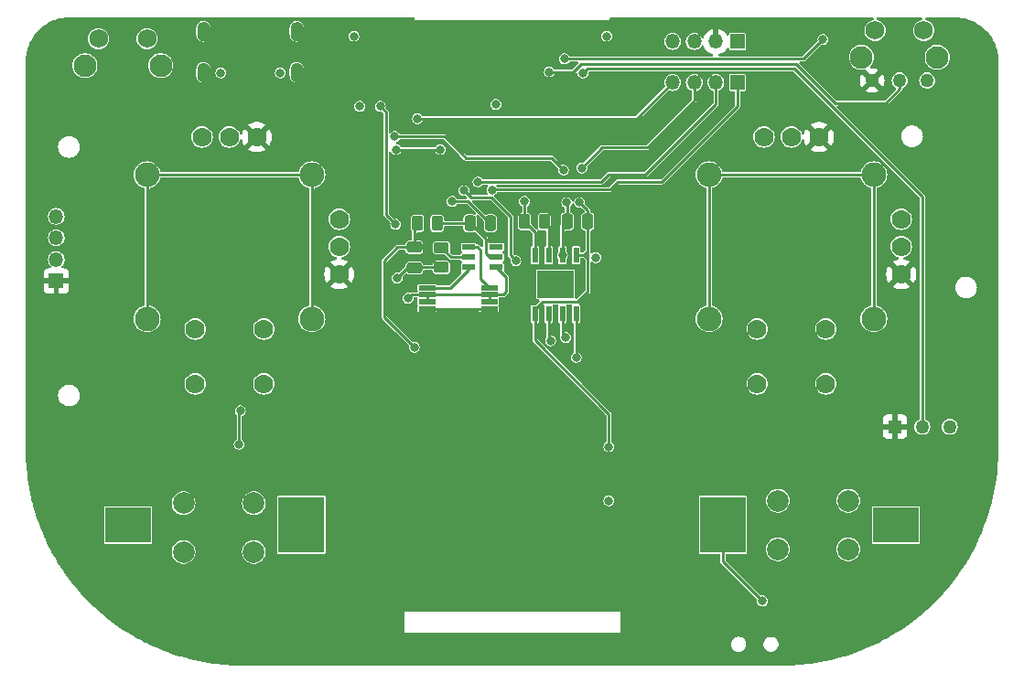
<source format=gbr>
%TF.GenerationSoftware,KiCad,Pcbnew,7.0.9*%
%TF.CreationDate,2024-05-06T23:46:12-05:00*%
%TF.ProjectId,CONTROL WIFI ESP32 S3 V4.0,434f4e54-524f-44c2-9057-494649204553,rev?*%
%TF.SameCoordinates,Original*%
%TF.FileFunction,Copper,L2,Bot*%
%TF.FilePolarity,Positive*%
%FSLAX46Y46*%
G04 Gerber Fmt 4.6, Leading zero omitted, Abs format (unit mm)*
G04 Created by KiCad (PCBNEW 7.0.9) date 2024-05-06 23:46:12*
%MOMM*%
%LPD*%
G01*
G04 APERTURE LIST*
G04 Aperture macros list*
%AMRoundRect*
0 Rectangle with rounded corners*
0 $1 Rounding radius*
0 $2 $3 $4 $5 $6 $7 $8 $9 X,Y pos of 4 corners*
0 Add a 4 corners polygon primitive as box body*
4,1,4,$2,$3,$4,$5,$6,$7,$8,$9,$2,$3,0*
0 Add four circle primitives for the rounded corners*
1,1,$1+$1,$2,$3*
1,1,$1+$1,$4,$5*
1,1,$1+$1,$6,$7*
1,1,$1+$1,$8,$9*
0 Add four rect primitives between the rounded corners*
20,1,$1+$1,$2,$3,$4,$5,0*
20,1,$1+$1,$4,$5,$6,$7,0*
20,1,$1+$1,$6,$7,$8,$9,0*
20,1,$1+$1,$8,$9,$2,$3,0*%
G04 Aperture macros list end*
%TA.AperFunction,EtchedComponent*%
%ADD10C,0.010000*%
%TD*%
%TA.AperFunction,ComponentPad*%
%ADD11R,1.268000X1.268000*%
%TD*%
%TA.AperFunction,ComponentPad*%
%ADD12C,1.268000*%
%TD*%
%TA.AperFunction,ComponentPad*%
%ADD13R,1.350000X1.350000*%
%TD*%
%TA.AperFunction,ComponentPad*%
%ADD14O,1.350000X1.350000*%
%TD*%
%TA.AperFunction,ComponentPad*%
%ADD15C,1.778000*%
%TD*%
%TA.AperFunction,ComponentPad*%
%ADD16C,2.286000*%
%TD*%
%TA.AperFunction,ComponentPad*%
%ADD17C,2.000000*%
%TD*%
%TA.AperFunction,ComponentPad*%
%ADD18C,2.100000*%
%TD*%
%TA.AperFunction,ComponentPad*%
%ADD19C,1.750000*%
%TD*%
%TA.AperFunction,ComponentPad*%
%ADD20O,0.800000X1.600000*%
%TD*%
%TA.AperFunction,ComponentPad*%
%ADD21C,1.270000*%
%TD*%
%TA.AperFunction,SMDPad,CuDef*%
%ADD22RoundRect,0.250000X-0.475000X0.250000X-0.475000X-0.250000X0.475000X-0.250000X0.475000X0.250000X0*%
%TD*%
%TA.AperFunction,SMDPad,CuDef*%
%ADD23R,0.558800X1.460500*%
%TD*%
%TA.AperFunction,SMDPad,CuDef*%
%ADD24R,3.403600X2.514600*%
%TD*%
%TA.AperFunction,SMDPad,CuDef*%
%ADD25R,4.240000X5.200000*%
%TD*%
%TA.AperFunction,SMDPad,CuDef*%
%ADD26R,4.240000X3.300000*%
%TD*%
%TA.AperFunction,SMDPad,CuDef*%
%ADD27RoundRect,0.250000X-0.450000X0.262500X-0.450000X-0.262500X0.450000X-0.262500X0.450000X0.262500X0*%
%TD*%
%TA.AperFunction,SMDPad,CuDef*%
%ADD28RoundRect,0.020000X-0.760000X-0.180000X0.760000X-0.180000X0.760000X0.180000X-0.760000X0.180000X0*%
%TD*%
%TA.AperFunction,SMDPad,CuDef*%
%ADD29RoundRect,0.250000X-0.250000X-0.475000X0.250000X-0.475000X0.250000X0.475000X-0.250000X0.475000X0*%
%TD*%
%TA.AperFunction,SMDPad,CuDef*%
%ADD30RoundRect,0.250000X0.262500X0.450000X-0.262500X0.450000X-0.262500X-0.450000X0.262500X-0.450000X0*%
%TD*%
%TA.AperFunction,SMDPad,CuDef*%
%ADD31R,1.200000X0.550000*%
%TD*%
%TA.AperFunction,ViaPad*%
%ADD32C,0.800000*%
%TD*%
%TA.AperFunction,Conductor*%
%ADD33C,0.250000*%
%TD*%
G04 APERTURE END LIST*
%TO.C,J5*%
D10*
X56249000Y-86001000D02*
X56277000Y-86003000D01*
X56306000Y-86007000D01*
X56334000Y-86012000D01*
X56362000Y-86019000D01*
X56390000Y-86027000D01*
X56417000Y-86037000D01*
X56444000Y-86048000D01*
X56470000Y-86060000D01*
X56495000Y-86074000D01*
X56520000Y-86089000D01*
X56543000Y-86105000D01*
X56566000Y-86123000D01*
X56588000Y-86141000D01*
X56609000Y-86161000D01*
X56629000Y-86182000D01*
X56647000Y-86204000D01*
X56665000Y-86227000D01*
X56681000Y-86250000D01*
X56696000Y-86275000D01*
X56710000Y-86300000D01*
X56722000Y-86326000D01*
X56733000Y-86353000D01*
X56743000Y-86380000D01*
X56751000Y-86408000D01*
X56758000Y-86436000D01*
X56763000Y-86464000D01*
X56767000Y-86493000D01*
X56769000Y-86521000D01*
X56770000Y-86550000D01*
X56770000Y-87150000D01*
X56769000Y-87179000D01*
X56767000Y-87207000D01*
X56763000Y-87236000D01*
X56758000Y-87264000D01*
X56751000Y-87292000D01*
X56743000Y-87320000D01*
X56733000Y-87347000D01*
X56722000Y-87374000D01*
X56710000Y-87400000D01*
X56696000Y-87425000D01*
X56681000Y-87450000D01*
X56665000Y-87473000D01*
X56647000Y-87496000D01*
X56629000Y-87518000D01*
X56609000Y-87539000D01*
X56588000Y-87559000D01*
X56566000Y-87577000D01*
X56543000Y-87595000D01*
X56520000Y-87611000D01*
X56495000Y-87626000D01*
X56470000Y-87640000D01*
X56444000Y-87652000D01*
X56417000Y-87663000D01*
X56390000Y-87673000D01*
X56362000Y-87681000D01*
X56334000Y-87688000D01*
X56306000Y-87693000D01*
X56277000Y-87697000D01*
X56249000Y-87699000D01*
X56220000Y-87700000D01*
X56191000Y-87699000D01*
X56163000Y-87697000D01*
X56134000Y-87693000D01*
X56106000Y-87688000D01*
X56078000Y-87681000D01*
X56050000Y-87673000D01*
X56023000Y-87663000D01*
X55996000Y-87652000D01*
X55970000Y-87640000D01*
X55945000Y-87626000D01*
X55920000Y-87611000D01*
X55897000Y-87595000D01*
X55874000Y-87577000D01*
X55852000Y-87559000D01*
X55831000Y-87539000D01*
X55811000Y-87518000D01*
X55793000Y-87496000D01*
X55775000Y-87473000D01*
X55759000Y-87450000D01*
X55744000Y-87425000D01*
X55730000Y-87400000D01*
X55718000Y-87374000D01*
X55707000Y-87347000D01*
X55697000Y-87320000D01*
X55689000Y-87292000D01*
X55682000Y-87264000D01*
X55677000Y-87236000D01*
X55673000Y-87207000D01*
X55671000Y-87179000D01*
X55670000Y-87150000D01*
X55670000Y-86550000D01*
X55671000Y-86521000D01*
X55673000Y-86493000D01*
X55677000Y-86464000D01*
X55682000Y-86436000D01*
X55689000Y-86408000D01*
X55697000Y-86380000D01*
X55707000Y-86353000D01*
X55718000Y-86326000D01*
X55730000Y-86300000D01*
X55744000Y-86275000D01*
X55759000Y-86250000D01*
X55775000Y-86227000D01*
X55793000Y-86204000D01*
X55811000Y-86182000D01*
X55831000Y-86161000D01*
X55852000Y-86141000D01*
X55874000Y-86123000D01*
X55897000Y-86105000D01*
X55920000Y-86089000D01*
X55945000Y-86074000D01*
X55970000Y-86060000D01*
X55996000Y-86048000D01*
X56023000Y-86037000D01*
X56050000Y-86027000D01*
X56078000Y-86019000D01*
X56106000Y-86012000D01*
X56134000Y-86007000D01*
X56163000Y-86003000D01*
X56191000Y-86001000D01*
X56220000Y-86000000D01*
X56249000Y-86001000D01*
%TA.AperFunction,EtchedComponent*%
G36*
X56249000Y-86001000D02*
G01*
X56277000Y-86003000D01*
X56306000Y-86007000D01*
X56334000Y-86012000D01*
X56362000Y-86019000D01*
X56390000Y-86027000D01*
X56417000Y-86037000D01*
X56444000Y-86048000D01*
X56470000Y-86060000D01*
X56495000Y-86074000D01*
X56520000Y-86089000D01*
X56543000Y-86105000D01*
X56566000Y-86123000D01*
X56588000Y-86141000D01*
X56609000Y-86161000D01*
X56629000Y-86182000D01*
X56647000Y-86204000D01*
X56665000Y-86227000D01*
X56681000Y-86250000D01*
X56696000Y-86275000D01*
X56710000Y-86300000D01*
X56722000Y-86326000D01*
X56733000Y-86353000D01*
X56743000Y-86380000D01*
X56751000Y-86408000D01*
X56758000Y-86436000D01*
X56763000Y-86464000D01*
X56767000Y-86493000D01*
X56769000Y-86521000D01*
X56770000Y-86550000D01*
X56770000Y-87150000D01*
X56769000Y-87179000D01*
X56767000Y-87207000D01*
X56763000Y-87236000D01*
X56758000Y-87264000D01*
X56751000Y-87292000D01*
X56743000Y-87320000D01*
X56733000Y-87347000D01*
X56722000Y-87374000D01*
X56710000Y-87400000D01*
X56696000Y-87425000D01*
X56681000Y-87450000D01*
X56665000Y-87473000D01*
X56647000Y-87496000D01*
X56629000Y-87518000D01*
X56609000Y-87539000D01*
X56588000Y-87559000D01*
X56566000Y-87577000D01*
X56543000Y-87595000D01*
X56520000Y-87611000D01*
X56495000Y-87626000D01*
X56470000Y-87640000D01*
X56444000Y-87652000D01*
X56417000Y-87663000D01*
X56390000Y-87673000D01*
X56362000Y-87681000D01*
X56334000Y-87688000D01*
X56306000Y-87693000D01*
X56277000Y-87697000D01*
X56249000Y-87699000D01*
X56220000Y-87700000D01*
X56191000Y-87699000D01*
X56163000Y-87697000D01*
X56134000Y-87693000D01*
X56106000Y-87688000D01*
X56078000Y-87681000D01*
X56050000Y-87673000D01*
X56023000Y-87663000D01*
X55996000Y-87652000D01*
X55970000Y-87640000D01*
X55945000Y-87626000D01*
X55920000Y-87611000D01*
X55897000Y-87595000D01*
X55874000Y-87577000D01*
X55852000Y-87559000D01*
X55831000Y-87539000D01*
X55811000Y-87518000D01*
X55793000Y-87496000D01*
X55775000Y-87473000D01*
X55759000Y-87450000D01*
X55744000Y-87425000D01*
X55730000Y-87400000D01*
X55718000Y-87374000D01*
X55707000Y-87347000D01*
X55697000Y-87320000D01*
X55689000Y-87292000D01*
X55682000Y-87264000D01*
X55677000Y-87236000D01*
X55673000Y-87207000D01*
X55671000Y-87179000D01*
X55670000Y-87150000D01*
X55670000Y-86550000D01*
X55671000Y-86521000D01*
X55673000Y-86493000D01*
X55677000Y-86464000D01*
X55682000Y-86436000D01*
X55689000Y-86408000D01*
X55697000Y-86380000D01*
X55707000Y-86353000D01*
X55718000Y-86326000D01*
X55730000Y-86300000D01*
X55744000Y-86275000D01*
X55759000Y-86250000D01*
X55775000Y-86227000D01*
X55793000Y-86204000D01*
X55811000Y-86182000D01*
X55831000Y-86161000D01*
X55852000Y-86141000D01*
X55874000Y-86123000D01*
X55897000Y-86105000D01*
X55920000Y-86089000D01*
X55945000Y-86074000D01*
X55970000Y-86060000D01*
X55996000Y-86048000D01*
X56023000Y-86037000D01*
X56050000Y-86027000D01*
X56078000Y-86019000D01*
X56106000Y-86012000D01*
X56134000Y-86007000D01*
X56163000Y-86003000D01*
X56191000Y-86001000D01*
X56220000Y-86000000D01*
X56249000Y-86001000D01*
G37*
%TD.AperFunction*%
X56249000Y-82201000D02*
X56277000Y-82203000D01*
X56306000Y-82207000D01*
X56334000Y-82212000D01*
X56362000Y-82219000D01*
X56390000Y-82227000D01*
X56417000Y-82237000D01*
X56444000Y-82248000D01*
X56470000Y-82260000D01*
X56495000Y-82274000D01*
X56520000Y-82289000D01*
X56543000Y-82305000D01*
X56566000Y-82323000D01*
X56588000Y-82341000D01*
X56609000Y-82361000D01*
X56629000Y-82382000D01*
X56647000Y-82404000D01*
X56665000Y-82427000D01*
X56681000Y-82450000D01*
X56696000Y-82475000D01*
X56710000Y-82500000D01*
X56722000Y-82526000D01*
X56733000Y-82553000D01*
X56743000Y-82580000D01*
X56751000Y-82608000D01*
X56758000Y-82636000D01*
X56763000Y-82664000D01*
X56767000Y-82693000D01*
X56769000Y-82721000D01*
X56770000Y-82750000D01*
X56770000Y-83350000D01*
X56769000Y-83379000D01*
X56767000Y-83407000D01*
X56763000Y-83436000D01*
X56758000Y-83464000D01*
X56751000Y-83492000D01*
X56743000Y-83520000D01*
X56733000Y-83547000D01*
X56722000Y-83574000D01*
X56710000Y-83600000D01*
X56696000Y-83625000D01*
X56681000Y-83650000D01*
X56665000Y-83673000D01*
X56647000Y-83696000D01*
X56629000Y-83718000D01*
X56609000Y-83739000D01*
X56588000Y-83759000D01*
X56566000Y-83777000D01*
X56543000Y-83795000D01*
X56520000Y-83811000D01*
X56495000Y-83826000D01*
X56470000Y-83840000D01*
X56444000Y-83852000D01*
X56417000Y-83863000D01*
X56390000Y-83873000D01*
X56362000Y-83881000D01*
X56334000Y-83888000D01*
X56306000Y-83893000D01*
X56277000Y-83897000D01*
X56249000Y-83899000D01*
X56220000Y-83900000D01*
X56191000Y-83899000D01*
X56163000Y-83897000D01*
X56134000Y-83893000D01*
X56106000Y-83888000D01*
X56078000Y-83881000D01*
X56050000Y-83873000D01*
X56023000Y-83863000D01*
X55996000Y-83852000D01*
X55970000Y-83840000D01*
X55945000Y-83826000D01*
X55920000Y-83811000D01*
X55897000Y-83795000D01*
X55874000Y-83777000D01*
X55852000Y-83759000D01*
X55831000Y-83739000D01*
X55811000Y-83718000D01*
X55793000Y-83696000D01*
X55775000Y-83673000D01*
X55759000Y-83650000D01*
X55744000Y-83625000D01*
X55730000Y-83600000D01*
X55718000Y-83574000D01*
X55707000Y-83547000D01*
X55697000Y-83520000D01*
X55689000Y-83492000D01*
X55682000Y-83464000D01*
X55677000Y-83436000D01*
X55673000Y-83407000D01*
X55671000Y-83379000D01*
X55670000Y-83350000D01*
X55670000Y-82750000D01*
X55671000Y-82721000D01*
X55673000Y-82693000D01*
X55677000Y-82664000D01*
X55682000Y-82636000D01*
X55689000Y-82608000D01*
X55697000Y-82580000D01*
X55707000Y-82553000D01*
X55718000Y-82526000D01*
X55730000Y-82500000D01*
X55744000Y-82475000D01*
X55759000Y-82450000D01*
X55775000Y-82427000D01*
X55793000Y-82404000D01*
X55811000Y-82382000D01*
X55831000Y-82361000D01*
X55852000Y-82341000D01*
X55874000Y-82323000D01*
X55897000Y-82305000D01*
X55920000Y-82289000D01*
X55945000Y-82274000D01*
X55970000Y-82260000D01*
X55996000Y-82248000D01*
X56023000Y-82237000D01*
X56050000Y-82227000D01*
X56078000Y-82219000D01*
X56106000Y-82212000D01*
X56134000Y-82207000D01*
X56163000Y-82203000D01*
X56191000Y-82201000D01*
X56220000Y-82200000D01*
X56249000Y-82201000D01*
%TA.AperFunction,EtchedComponent*%
G36*
X56249000Y-82201000D02*
G01*
X56277000Y-82203000D01*
X56306000Y-82207000D01*
X56334000Y-82212000D01*
X56362000Y-82219000D01*
X56390000Y-82227000D01*
X56417000Y-82237000D01*
X56444000Y-82248000D01*
X56470000Y-82260000D01*
X56495000Y-82274000D01*
X56520000Y-82289000D01*
X56543000Y-82305000D01*
X56566000Y-82323000D01*
X56588000Y-82341000D01*
X56609000Y-82361000D01*
X56629000Y-82382000D01*
X56647000Y-82404000D01*
X56665000Y-82427000D01*
X56681000Y-82450000D01*
X56696000Y-82475000D01*
X56710000Y-82500000D01*
X56722000Y-82526000D01*
X56733000Y-82553000D01*
X56743000Y-82580000D01*
X56751000Y-82608000D01*
X56758000Y-82636000D01*
X56763000Y-82664000D01*
X56767000Y-82693000D01*
X56769000Y-82721000D01*
X56770000Y-82750000D01*
X56770000Y-83350000D01*
X56769000Y-83379000D01*
X56767000Y-83407000D01*
X56763000Y-83436000D01*
X56758000Y-83464000D01*
X56751000Y-83492000D01*
X56743000Y-83520000D01*
X56733000Y-83547000D01*
X56722000Y-83574000D01*
X56710000Y-83600000D01*
X56696000Y-83625000D01*
X56681000Y-83650000D01*
X56665000Y-83673000D01*
X56647000Y-83696000D01*
X56629000Y-83718000D01*
X56609000Y-83739000D01*
X56588000Y-83759000D01*
X56566000Y-83777000D01*
X56543000Y-83795000D01*
X56520000Y-83811000D01*
X56495000Y-83826000D01*
X56470000Y-83840000D01*
X56444000Y-83852000D01*
X56417000Y-83863000D01*
X56390000Y-83873000D01*
X56362000Y-83881000D01*
X56334000Y-83888000D01*
X56306000Y-83893000D01*
X56277000Y-83897000D01*
X56249000Y-83899000D01*
X56220000Y-83900000D01*
X56191000Y-83899000D01*
X56163000Y-83897000D01*
X56134000Y-83893000D01*
X56106000Y-83888000D01*
X56078000Y-83881000D01*
X56050000Y-83873000D01*
X56023000Y-83863000D01*
X55996000Y-83852000D01*
X55970000Y-83840000D01*
X55945000Y-83826000D01*
X55920000Y-83811000D01*
X55897000Y-83795000D01*
X55874000Y-83777000D01*
X55852000Y-83759000D01*
X55831000Y-83739000D01*
X55811000Y-83718000D01*
X55793000Y-83696000D01*
X55775000Y-83673000D01*
X55759000Y-83650000D01*
X55744000Y-83625000D01*
X55730000Y-83600000D01*
X55718000Y-83574000D01*
X55707000Y-83547000D01*
X55697000Y-83520000D01*
X55689000Y-83492000D01*
X55682000Y-83464000D01*
X55677000Y-83436000D01*
X55673000Y-83407000D01*
X55671000Y-83379000D01*
X55670000Y-83350000D01*
X55670000Y-82750000D01*
X55671000Y-82721000D01*
X55673000Y-82693000D01*
X55677000Y-82664000D01*
X55682000Y-82636000D01*
X55689000Y-82608000D01*
X55697000Y-82580000D01*
X55707000Y-82553000D01*
X55718000Y-82526000D01*
X55730000Y-82500000D01*
X55744000Y-82475000D01*
X55759000Y-82450000D01*
X55775000Y-82427000D01*
X55793000Y-82404000D01*
X55811000Y-82382000D01*
X55831000Y-82361000D01*
X55852000Y-82341000D01*
X55874000Y-82323000D01*
X55897000Y-82305000D01*
X55920000Y-82289000D01*
X55945000Y-82274000D01*
X55970000Y-82260000D01*
X55996000Y-82248000D01*
X56023000Y-82237000D01*
X56050000Y-82227000D01*
X56078000Y-82219000D01*
X56106000Y-82212000D01*
X56134000Y-82207000D01*
X56163000Y-82203000D01*
X56191000Y-82201000D01*
X56220000Y-82200000D01*
X56249000Y-82201000D01*
G37*
%TD.AperFunction*%
X47609000Y-86001000D02*
X47637000Y-86003000D01*
X47666000Y-86007000D01*
X47694000Y-86012000D01*
X47722000Y-86019000D01*
X47750000Y-86027000D01*
X47777000Y-86037000D01*
X47804000Y-86048000D01*
X47830000Y-86060000D01*
X47855000Y-86074000D01*
X47880000Y-86089000D01*
X47903000Y-86105000D01*
X47926000Y-86123000D01*
X47948000Y-86141000D01*
X47969000Y-86161000D01*
X47989000Y-86182000D01*
X48007000Y-86204000D01*
X48025000Y-86227000D01*
X48041000Y-86250000D01*
X48056000Y-86275000D01*
X48070000Y-86300000D01*
X48082000Y-86326000D01*
X48093000Y-86353000D01*
X48103000Y-86380000D01*
X48111000Y-86408000D01*
X48118000Y-86436000D01*
X48123000Y-86464000D01*
X48127000Y-86493000D01*
X48129000Y-86521000D01*
X48130000Y-86550000D01*
X48130000Y-87150000D01*
X48129000Y-87179000D01*
X48127000Y-87207000D01*
X48123000Y-87236000D01*
X48118000Y-87264000D01*
X48111000Y-87292000D01*
X48103000Y-87320000D01*
X48093000Y-87347000D01*
X48082000Y-87374000D01*
X48070000Y-87400000D01*
X48056000Y-87425000D01*
X48041000Y-87450000D01*
X48025000Y-87473000D01*
X48007000Y-87496000D01*
X47989000Y-87518000D01*
X47969000Y-87539000D01*
X47948000Y-87559000D01*
X47926000Y-87577000D01*
X47903000Y-87595000D01*
X47880000Y-87611000D01*
X47855000Y-87626000D01*
X47830000Y-87640000D01*
X47804000Y-87652000D01*
X47777000Y-87663000D01*
X47750000Y-87673000D01*
X47722000Y-87681000D01*
X47694000Y-87688000D01*
X47666000Y-87693000D01*
X47637000Y-87697000D01*
X47609000Y-87699000D01*
X47580000Y-87700000D01*
X47551000Y-87699000D01*
X47523000Y-87697000D01*
X47494000Y-87693000D01*
X47466000Y-87688000D01*
X47438000Y-87681000D01*
X47410000Y-87673000D01*
X47383000Y-87663000D01*
X47356000Y-87652000D01*
X47330000Y-87640000D01*
X47305000Y-87626000D01*
X47280000Y-87611000D01*
X47257000Y-87595000D01*
X47234000Y-87577000D01*
X47212000Y-87559000D01*
X47191000Y-87539000D01*
X47171000Y-87518000D01*
X47153000Y-87496000D01*
X47135000Y-87473000D01*
X47119000Y-87450000D01*
X47104000Y-87425000D01*
X47090000Y-87400000D01*
X47078000Y-87374000D01*
X47067000Y-87347000D01*
X47057000Y-87320000D01*
X47049000Y-87292000D01*
X47042000Y-87264000D01*
X47037000Y-87236000D01*
X47033000Y-87207000D01*
X47031000Y-87179000D01*
X47030000Y-87150000D01*
X47030000Y-86550000D01*
X47031000Y-86521000D01*
X47033000Y-86493000D01*
X47037000Y-86464000D01*
X47042000Y-86436000D01*
X47049000Y-86408000D01*
X47057000Y-86380000D01*
X47067000Y-86353000D01*
X47078000Y-86326000D01*
X47090000Y-86300000D01*
X47104000Y-86275000D01*
X47119000Y-86250000D01*
X47135000Y-86227000D01*
X47153000Y-86204000D01*
X47171000Y-86182000D01*
X47191000Y-86161000D01*
X47212000Y-86141000D01*
X47234000Y-86123000D01*
X47257000Y-86105000D01*
X47280000Y-86089000D01*
X47305000Y-86074000D01*
X47330000Y-86060000D01*
X47356000Y-86048000D01*
X47383000Y-86037000D01*
X47410000Y-86027000D01*
X47438000Y-86019000D01*
X47466000Y-86012000D01*
X47494000Y-86007000D01*
X47523000Y-86003000D01*
X47551000Y-86001000D01*
X47580000Y-86000000D01*
X47609000Y-86001000D01*
%TA.AperFunction,EtchedComponent*%
G36*
X47609000Y-86001000D02*
G01*
X47637000Y-86003000D01*
X47666000Y-86007000D01*
X47694000Y-86012000D01*
X47722000Y-86019000D01*
X47750000Y-86027000D01*
X47777000Y-86037000D01*
X47804000Y-86048000D01*
X47830000Y-86060000D01*
X47855000Y-86074000D01*
X47880000Y-86089000D01*
X47903000Y-86105000D01*
X47926000Y-86123000D01*
X47948000Y-86141000D01*
X47969000Y-86161000D01*
X47989000Y-86182000D01*
X48007000Y-86204000D01*
X48025000Y-86227000D01*
X48041000Y-86250000D01*
X48056000Y-86275000D01*
X48070000Y-86300000D01*
X48082000Y-86326000D01*
X48093000Y-86353000D01*
X48103000Y-86380000D01*
X48111000Y-86408000D01*
X48118000Y-86436000D01*
X48123000Y-86464000D01*
X48127000Y-86493000D01*
X48129000Y-86521000D01*
X48130000Y-86550000D01*
X48130000Y-87150000D01*
X48129000Y-87179000D01*
X48127000Y-87207000D01*
X48123000Y-87236000D01*
X48118000Y-87264000D01*
X48111000Y-87292000D01*
X48103000Y-87320000D01*
X48093000Y-87347000D01*
X48082000Y-87374000D01*
X48070000Y-87400000D01*
X48056000Y-87425000D01*
X48041000Y-87450000D01*
X48025000Y-87473000D01*
X48007000Y-87496000D01*
X47989000Y-87518000D01*
X47969000Y-87539000D01*
X47948000Y-87559000D01*
X47926000Y-87577000D01*
X47903000Y-87595000D01*
X47880000Y-87611000D01*
X47855000Y-87626000D01*
X47830000Y-87640000D01*
X47804000Y-87652000D01*
X47777000Y-87663000D01*
X47750000Y-87673000D01*
X47722000Y-87681000D01*
X47694000Y-87688000D01*
X47666000Y-87693000D01*
X47637000Y-87697000D01*
X47609000Y-87699000D01*
X47580000Y-87700000D01*
X47551000Y-87699000D01*
X47523000Y-87697000D01*
X47494000Y-87693000D01*
X47466000Y-87688000D01*
X47438000Y-87681000D01*
X47410000Y-87673000D01*
X47383000Y-87663000D01*
X47356000Y-87652000D01*
X47330000Y-87640000D01*
X47305000Y-87626000D01*
X47280000Y-87611000D01*
X47257000Y-87595000D01*
X47234000Y-87577000D01*
X47212000Y-87559000D01*
X47191000Y-87539000D01*
X47171000Y-87518000D01*
X47153000Y-87496000D01*
X47135000Y-87473000D01*
X47119000Y-87450000D01*
X47104000Y-87425000D01*
X47090000Y-87400000D01*
X47078000Y-87374000D01*
X47067000Y-87347000D01*
X47057000Y-87320000D01*
X47049000Y-87292000D01*
X47042000Y-87264000D01*
X47037000Y-87236000D01*
X47033000Y-87207000D01*
X47031000Y-87179000D01*
X47030000Y-87150000D01*
X47030000Y-86550000D01*
X47031000Y-86521000D01*
X47033000Y-86493000D01*
X47037000Y-86464000D01*
X47042000Y-86436000D01*
X47049000Y-86408000D01*
X47057000Y-86380000D01*
X47067000Y-86353000D01*
X47078000Y-86326000D01*
X47090000Y-86300000D01*
X47104000Y-86275000D01*
X47119000Y-86250000D01*
X47135000Y-86227000D01*
X47153000Y-86204000D01*
X47171000Y-86182000D01*
X47191000Y-86161000D01*
X47212000Y-86141000D01*
X47234000Y-86123000D01*
X47257000Y-86105000D01*
X47280000Y-86089000D01*
X47305000Y-86074000D01*
X47330000Y-86060000D01*
X47356000Y-86048000D01*
X47383000Y-86037000D01*
X47410000Y-86027000D01*
X47438000Y-86019000D01*
X47466000Y-86012000D01*
X47494000Y-86007000D01*
X47523000Y-86003000D01*
X47551000Y-86001000D01*
X47580000Y-86000000D01*
X47609000Y-86001000D01*
G37*
%TD.AperFunction*%
X47609000Y-82201000D02*
X47637000Y-82203000D01*
X47666000Y-82207000D01*
X47694000Y-82212000D01*
X47722000Y-82219000D01*
X47750000Y-82227000D01*
X47777000Y-82237000D01*
X47804000Y-82248000D01*
X47830000Y-82260000D01*
X47855000Y-82274000D01*
X47880000Y-82289000D01*
X47903000Y-82305000D01*
X47926000Y-82323000D01*
X47948000Y-82341000D01*
X47969000Y-82361000D01*
X47989000Y-82382000D01*
X48007000Y-82404000D01*
X48025000Y-82427000D01*
X48041000Y-82450000D01*
X48056000Y-82475000D01*
X48070000Y-82500000D01*
X48082000Y-82526000D01*
X48093000Y-82553000D01*
X48103000Y-82580000D01*
X48111000Y-82608000D01*
X48118000Y-82636000D01*
X48123000Y-82664000D01*
X48127000Y-82693000D01*
X48129000Y-82721000D01*
X48130000Y-82750000D01*
X48130000Y-83350000D01*
X48129000Y-83379000D01*
X48127000Y-83407000D01*
X48123000Y-83436000D01*
X48118000Y-83464000D01*
X48111000Y-83492000D01*
X48103000Y-83520000D01*
X48093000Y-83547000D01*
X48082000Y-83574000D01*
X48070000Y-83600000D01*
X48056000Y-83625000D01*
X48041000Y-83650000D01*
X48025000Y-83673000D01*
X48007000Y-83696000D01*
X47989000Y-83718000D01*
X47969000Y-83739000D01*
X47948000Y-83759000D01*
X47926000Y-83777000D01*
X47903000Y-83795000D01*
X47880000Y-83811000D01*
X47855000Y-83826000D01*
X47830000Y-83840000D01*
X47804000Y-83852000D01*
X47777000Y-83863000D01*
X47750000Y-83873000D01*
X47722000Y-83881000D01*
X47694000Y-83888000D01*
X47666000Y-83893000D01*
X47637000Y-83897000D01*
X47609000Y-83899000D01*
X47580000Y-83900000D01*
X47551000Y-83899000D01*
X47523000Y-83897000D01*
X47494000Y-83893000D01*
X47466000Y-83888000D01*
X47438000Y-83881000D01*
X47410000Y-83873000D01*
X47383000Y-83863000D01*
X47356000Y-83852000D01*
X47330000Y-83840000D01*
X47305000Y-83826000D01*
X47280000Y-83811000D01*
X47257000Y-83795000D01*
X47234000Y-83777000D01*
X47212000Y-83759000D01*
X47191000Y-83739000D01*
X47171000Y-83718000D01*
X47153000Y-83696000D01*
X47135000Y-83673000D01*
X47119000Y-83650000D01*
X47104000Y-83625000D01*
X47090000Y-83600000D01*
X47078000Y-83574000D01*
X47067000Y-83547000D01*
X47057000Y-83520000D01*
X47049000Y-83492000D01*
X47042000Y-83464000D01*
X47037000Y-83436000D01*
X47033000Y-83407000D01*
X47031000Y-83379000D01*
X47030000Y-83350000D01*
X47030000Y-82750000D01*
X47031000Y-82721000D01*
X47033000Y-82693000D01*
X47037000Y-82664000D01*
X47042000Y-82636000D01*
X47049000Y-82608000D01*
X47057000Y-82580000D01*
X47067000Y-82553000D01*
X47078000Y-82526000D01*
X47090000Y-82500000D01*
X47104000Y-82475000D01*
X47119000Y-82450000D01*
X47135000Y-82427000D01*
X47153000Y-82404000D01*
X47171000Y-82382000D01*
X47191000Y-82361000D01*
X47212000Y-82341000D01*
X47234000Y-82323000D01*
X47257000Y-82305000D01*
X47280000Y-82289000D01*
X47305000Y-82274000D01*
X47330000Y-82260000D01*
X47356000Y-82248000D01*
X47383000Y-82237000D01*
X47410000Y-82227000D01*
X47438000Y-82219000D01*
X47466000Y-82212000D01*
X47494000Y-82207000D01*
X47523000Y-82203000D01*
X47551000Y-82201000D01*
X47580000Y-82200000D01*
X47609000Y-82201000D01*
%TA.AperFunction,EtchedComponent*%
G36*
X47609000Y-82201000D02*
G01*
X47637000Y-82203000D01*
X47666000Y-82207000D01*
X47694000Y-82212000D01*
X47722000Y-82219000D01*
X47750000Y-82227000D01*
X47777000Y-82237000D01*
X47804000Y-82248000D01*
X47830000Y-82260000D01*
X47855000Y-82274000D01*
X47880000Y-82289000D01*
X47903000Y-82305000D01*
X47926000Y-82323000D01*
X47948000Y-82341000D01*
X47969000Y-82361000D01*
X47989000Y-82382000D01*
X48007000Y-82404000D01*
X48025000Y-82427000D01*
X48041000Y-82450000D01*
X48056000Y-82475000D01*
X48070000Y-82500000D01*
X48082000Y-82526000D01*
X48093000Y-82553000D01*
X48103000Y-82580000D01*
X48111000Y-82608000D01*
X48118000Y-82636000D01*
X48123000Y-82664000D01*
X48127000Y-82693000D01*
X48129000Y-82721000D01*
X48130000Y-82750000D01*
X48130000Y-83350000D01*
X48129000Y-83379000D01*
X48127000Y-83407000D01*
X48123000Y-83436000D01*
X48118000Y-83464000D01*
X48111000Y-83492000D01*
X48103000Y-83520000D01*
X48093000Y-83547000D01*
X48082000Y-83574000D01*
X48070000Y-83600000D01*
X48056000Y-83625000D01*
X48041000Y-83650000D01*
X48025000Y-83673000D01*
X48007000Y-83696000D01*
X47989000Y-83718000D01*
X47969000Y-83739000D01*
X47948000Y-83759000D01*
X47926000Y-83777000D01*
X47903000Y-83795000D01*
X47880000Y-83811000D01*
X47855000Y-83826000D01*
X47830000Y-83840000D01*
X47804000Y-83852000D01*
X47777000Y-83863000D01*
X47750000Y-83873000D01*
X47722000Y-83881000D01*
X47694000Y-83888000D01*
X47666000Y-83893000D01*
X47637000Y-83897000D01*
X47609000Y-83899000D01*
X47580000Y-83900000D01*
X47551000Y-83899000D01*
X47523000Y-83897000D01*
X47494000Y-83893000D01*
X47466000Y-83888000D01*
X47438000Y-83881000D01*
X47410000Y-83873000D01*
X47383000Y-83863000D01*
X47356000Y-83852000D01*
X47330000Y-83840000D01*
X47305000Y-83826000D01*
X47280000Y-83811000D01*
X47257000Y-83795000D01*
X47234000Y-83777000D01*
X47212000Y-83759000D01*
X47191000Y-83739000D01*
X47171000Y-83718000D01*
X47153000Y-83696000D01*
X47135000Y-83673000D01*
X47119000Y-83650000D01*
X47104000Y-83625000D01*
X47090000Y-83600000D01*
X47078000Y-83574000D01*
X47067000Y-83547000D01*
X47057000Y-83520000D01*
X47049000Y-83492000D01*
X47042000Y-83464000D01*
X47037000Y-83436000D01*
X47033000Y-83407000D01*
X47031000Y-83379000D01*
X47030000Y-83350000D01*
X47030000Y-82750000D01*
X47031000Y-82721000D01*
X47033000Y-82693000D01*
X47037000Y-82664000D01*
X47042000Y-82636000D01*
X47049000Y-82608000D01*
X47057000Y-82580000D01*
X47067000Y-82553000D01*
X47078000Y-82526000D01*
X47090000Y-82500000D01*
X47104000Y-82475000D01*
X47119000Y-82450000D01*
X47135000Y-82427000D01*
X47153000Y-82404000D01*
X47171000Y-82382000D01*
X47191000Y-82361000D01*
X47212000Y-82341000D01*
X47234000Y-82323000D01*
X47257000Y-82305000D01*
X47280000Y-82289000D01*
X47305000Y-82274000D01*
X47330000Y-82260000D01*
X47356000Y-82248000D01*
X47383000Y-82237000D01*
X47410000Y-82227000D01*
X47438000Y-82219000D01*
X47466000Y-82212000D01*
X47494000Y-82207000D01*
X47523000Y-82203000D01*
X47551000Y-82201000D01*
X47580000Y-82200000D01*
X47609000Y-82201000D01*
G37*
%TD.AperFunction*%
%TD*%
D11*
%TO.P,POT1,1*%
%TO.N,+3.3V*%
X111570000Y-119665000D03*
D12*
%TO.P,POT1,2*%
%TO.N,IO5*%
X114110000Y-119665000D03*
%TO.P,POT1,3*%
%TO.N,GND*%
X116650000Y-119665000D03*
%TD*%
D13*
%TO.P,J4,1,Pin_1*%
%TO.N,GND*%
X97000000Y-84000000D03*
D14*
%TO.P,J4,2,Pin_2*%
%TO.N,+3.3V*%
X95000000Y-84000000D03*
%TO.P,J4,3,Pin_3*%
%TO.N,RX*%
X93000000Y-84000000D03*
%TO.P,J4,4,Pin_4*%
%TO.N,TX*%
X91000000Y-84000000D03*
%TD*%
D15*
%TO.P,U4,B1A,SEL+*%
%TO.N,IO37*%
X105175000Y-115700000D03*
%TO.P,U4,B1B*%
%TO.N,N/C*%
X98825000Y-115700000D03*
%TO.P,U4,B2A,SEL-*%
%TO.N,GND*%
X105175000Y-110620000D03*
%TO.P,U4,B2B*%
%TO.N,N/C*%
X98825000Y-110620000D03*
%TO.P,U4,H1,H+*%
%TO.N,+3.3V*%
X104540000Y-92840000D03*
%TO.P,U4,H2,H*%
%TO.N,IO38*%
X102000000Y-92840000D03*
%TO.P,U4,H3,H-*%
%TO.N,GND*%
X99460000Y-92840000D03*
D16*
%TO.P,U4,S1,SHIELD*%
%TO.N,unconnected-(U4-SHIELD-PadS1)*%
X109620000Y-109667500D03*
%TO.P,U4,S2,SHIELD*%
X109620000Y-96332500D03*
%TO.P,U4,S3,SHIELD*%
X94380000Y-96332500D03*
%TO.P,U4,S4,SHIELD*%
X94380000Y-109667500D03*
D15*
%TO.P,U4,V1,V+*%
%TO.N,+3.3V*%
X112160000Y-105540000D03*
%TO.P,U4,V2,V*%
%TO.N,IO40*%
X112160000Y-103000000D03*
%TO.P,U4,V3,V-*%
%TO.N,GND*%
X112160000Y-100460000D03*
%TD*%
D17*
%TO.P,SW5,1,1*%
%TO.N,IO9*%
X100750000Y-126515000D03*
X107250000Y-126515000D03*
%TO.P,SW5,2,2*%
%TO.N,GND*%
X100750000Y-131015000D03*
X107250000Y-131015000D03*
%TD*%
D18*
%TO.P,SW3,*%
%TO.N,*%
X36625000Y-86217500D03*
X43635000Y-86217500D03*
D19*
%TO.P,SW3,1,1*%
%TO.N,IO13*%
X37875000Y-83727500D03*
%TO.P,SW3,2,2*%
%TO.N,GND*%
X42375000Y-83727500D03*
%TD*%
D13*
%TO.P,J3,1,Pin_1*%
%TO.N,IO11*%
X97000000Y-87800000D03*
D14*
%TO.P,J3,2,Pin_2*%
%TO.N,IO10*%
X95000000Y-87800000D03*
%TO.P,J3,3,Pin_3*%
%TO.N,IO35*%
X93000000Y-87800000D03*
%TO.P,J3,4,Pin_4*%
%TO.N,IO7*%
X91000000Y-87800000D03*
%TD*%
D13*
%TO.P,J1,1,Pin_1*%
%TO.N,+3.3V*%
X33975000Y-106175000D03*
D14*
%TO.P,J1,2,Pin_2*%
%TO.N,VIN*%
X33975000Y-104175000D03*
%TO.P,J1,3,Pin_3*%
%TO.N,GND*%
X33975000Y-102175000D03*
%TO.P,J1,4,Pin_4*%
X33975000Y-100175000D03*
%TD*%
D15*
%TO.P,U5,B1A,SEL+*%
%TO.N,IO8*%
X53175000Y-115700000D03*
%TO.P,U5,B1B*%
%TO.N,N/C*%
X46825000Y-115700000D03*
%TO.P,U5,B2A,SEL-*%
%TO.N,GND*%
X53175000Y-110620000D03*
%TO.P,U5,B2B*%
%TO.N,N/C*%
X46825000Y-110620000D03*
%TO.P,U5,H1,H+*%
%TO.N,+3.3V*%
X52540000Y-92840000D03*
%TO.P,U5,H2,H*%
%TO.N,IO17*%
X50000000Y-92840000D03*
%TO.P,U5,H3,H-*%
%TO.N,GND*%
X47460000Y-92840000D03*
D16*
%TO.P,U5,S1,SHIELD*%
%TO.N,unconnected-(U5-SHIELD-PadS1)*%
X57620000Y-109667500D03*
%TO.P,U5,S2,SHIELD*%
X57620000Y-96332500D03*
%TO.P,U5,S3,SHIELD*%
X42380000Y-96332500D03*
%TO.P,U5,S4,SHIELD*%
X42380000Y-109667500D03*
D15*
%TO.P,U5,V1,V+*%
%TO.N,+3.3V*%
X60160000Y-105540000D03*
%TO.P,U5,V2,V*%
%TO.N,IO18*%
X60160000Y-103000000D03*
%TO.P,U5,V3,V-*%
%TO.N,GND*%
X60160000Y-100460000D03*
%TD*%
D17*
%TO.P,SW4,1,1*%
%TO.N,IO12*%
X45750000Y-126750000D03*
X52250000Y-126750000D03*
%TO.P,SW4,2,2*%
%TO.N,GND*%
X45750000Y-131250000D03*
X52250000Y-131250000D03*
%TD*%
D20*
%TO.P,J5,S1,SHIELD*%
%TO.N,unconnected-(J5-SHIELD-PadS1)*%
X56220000Y-86850000D03*
%TO.P,J5,S2,SHIELD__1*%
%TO.N,unconnected-(J5-SHIELD__1-PadS2)*%
X47580000Y-86850000D03*
%TO.P,J5,S3,SHIELD__2*%
%TO.N,unconnected-(J5-SHIELD__2-PadS3)*%
X56220000Y-83050000D03*
%TO.P,J5,S4,SHIELD__3*%
%TO.N,unconnected-(J5-SHIELD__3-PadS4)*%
X47580000Y-83050000D03*
%TD*%
D18*
%TO.P,SW2,*%
%TO.N,*%
X108475000Y-85452500D03*
X115485000Y-85452500D03*
D19*
%TO.P,SW2,1,1*%
%TO.N,IO15*%
X109725000Y-82962500D03*
%TO.P,SW2,2,2*%
%TO.N,GND*%
X114225000Y-82962500D03*
%TD*%
D21*
%TO.P,POT2,1*%
%TO.N,GND*%
X114540000Y-87600000D03*
%TO.P,POT2,2*%
%TO.N,IO6*%
X112000000Y-87600000D03*
%TO.P,POT2,3*%
%TO.N,+3.3V*%
X109460000Y-87600000D03*
%TD*%
D22*
%TO.P,C12,1*%
%TO.N,VIN*%
X67100000Y-103050000D03*
%TO.P,C12,2*%
%TO.N,GND*%
X67100000Y-104950000D03*
%TD*%
D23*
%TO.P,U2,1,TEMP*%
%TO.N,GND*%
X78260000Y-103775850D03*
%TO.P,U2,2,PROG*%
%TO.N,Net-(U2-PROG)*%
X79530000Y-103775850D03*
%TO.P,U2,3,GND*%
%TO.N,GND*%
X80800000Y-103775850D03*
%TO.P,U2,4,VCC*%
%TO.N,Net-(CHRG1-A)*%
X82070000Y-103775850D03*
%TO.P,U2,5,BAT*%
%TO.N,VIN*%
X82070000Y-109224150D03*
%TO.P,U2,6,\u002ASTDBY*%
%TO.N,Net-(U2-\u002ASTDBY)*%
X80800000Y-109224150D03*
%TO.P,U2,7,\u002ACHRG*%
%TO.N,Net-(U2-\u002ACHRG)*%
X79530000Y-109224150D03*
%TO.P,U2,8,CE*%
%TO.N,Net-(CHRG1-A)*%
X78260000Y-109224150D03*
D24*
%TO.P,U2,EPAD,EPAD*%
%TO.N,unconnected-(U2-PadEPAD)*%
X80165000Y-106500000D03*
%TD*%
D25*
%TO.P,BT2,P1*%
%TO.N,VIN*%
X95650000Y-128765000D03*
D26*
%TO.P,BT2,P2*%
%TO.N,N/C*%
X111660000Y-128765000D03*
%TD*%
D27*
%TO.P,R6,1*%
%TO.N,Net-(IC1-CS)*%
X69600000Y-103087500D03*
%TO.P,R6,2*%
%TO.N,GND*%
X69600000Y-104912500D03*
%TD*%
D28*
%TO.P,Q1,1*%
%TO.N,Net-(Q1-Pad1)*%
X68270000Y-108740000D03*
%TO.P,Q1,2*%
%TO.N,GND*%
X68270000Y-108090000D03*
%TO.P,Q1,3*%
X68270000Y-107440000D03*
%TO.P,Q1,4*%
%TO.N,Net-(IC1-OD)*%
X68270000Y-106790000D03*
%TO.P,Q1,5*%
%TO.N,Net-(IC1-OC)*%
X74030000Y-106790000D03*
%TO.P,Q1,6*%
%TO.N,GND*%
X74030000Y-107440000D03*
%TO.P,Q1,7*%
X74030000Y-108090000D03*
%TO.P,Q1,8*%
%TO.N,Net-(Q1-Pad1)*%
X74030000Y-108740000D03*
%TD*%
D29*
%TO.P,C11,1*%
%TO.N,Net-(IC1-VCC)*%
X72250000Y-100825000D03*
%TO.P,C11,2*%
%TO.N,GND*%
X74150000Y-100825000D03*
%TD*%
%TO.P,C4,1*%
%TO.N,GND*%
X81250000Y-100665000D03*
%TO.P,C4,2*%
%TO.N,Net-(CHRG1-A)*%
X83150000Y-100665000D03*
%TD*%
D25*
%TO.P,BT1,P1*%
%TO.N,GND*%
X56650000Y-128765000D03*
D26*
%TO.P,BT1,P2*%
%TO.N,N/C*%
X40640000Y-128765000D03*
%TD*%
D30*
%TO.P,R2,1*%
%TO.N,Net-(U2-PROG)*%
X79127346Y-100665000D03*
%TO.P,R2,2*%
%TO.N,GND*%
X77302346Y-100665000D03*
%TD*%
D31*
%TO.P,IC1,1,OD*%
%TO.N,Net-(IC1-OD)*%
X72100000Y-104915000D03*
%TO.P,IC1,2,CS*%
%TO.N,Net-(IC1-CS)*%
X72100000Y-103965000D03*
%TO.P,IC1,3,OC*%
%TO.N,Net-(IC1-OC)*%
X72100000Y-103015000D03*
%TO.P,IC1,4,TD*%
%TO.N,unconnected-(IC1-TD-Pad4)*%
X74700000Y-103015000D03*
%TO.P,IC1,5,VCC*%
%TO.N,Net-(IC1-VCC)*%
X74700000Y-103965000D03*
%TO.P,IC1,6,GND*%
%TO.N,GND*%
X74700000Y-104915000D03*
%TD*%
D30*
%TO.P,R7,1*%
%TO.N,Net-(IC1-VCC)*%
X69212500Y-100825000D03*
%TO.P,R7,2*%
%TO.N,VIN*%
X67387500Y-100825000D03*
%TD*%
D32*
%TO.N,+3.3V*%
X79640000Y-114510000D03*
%TO.N,Net-(CHRG1-A)*%
X85100000Y-121515000D03*
%TO.N,VIN*%
X82070000Y-113260000D03*
%TO.N,+3.3V*%
X61012500Y-115700000D03*
%TO.N,VIN*%
X67100000Y-112300000D03*
X99300000Y-135800000D03*
X95700000Y-128800000D03*
%TO.N,GND*%
X65500000Y-105900000D03*
X80800000Y-103800000D03*
X85100000Y-126515000D03*
X56650000Y-128765000D03*
X84900000Y-83500000D03*
X83900000Y-104000000D03*
X54700000Y-86900000D03*
X81200000Y-98900000D03*
X62050000Y-90000000D03*
X70600000Y-98800000D03*
X74650000Y-89825000D03*
X77300000Y-98800000D03*
X66525000Y-107765000D03*
X49200000Y-86900000D03*
X61500000Y-83500000D03*
%TO.N,+3.3V*%
X48900000Y-123200000D03*
X62100000Y-87500000D03*
X103100000Y-83800000D03*
X41200000Y-89900000D03*
X105400000Y-123510000D03*
X67400000Y-84775000D03*
X116300000Y-112100000D03*
X90812500Y-126515000D03*
%TO.N,EN*%
X63950000Y-90000000D03*
X65375000Y-100925000D03*
%TO.N,Net-(U2-\u002ASTDBY)*%
X81100000Y-111400000D03*
%TO.N,IO13*%
X69500000Y-94000000D03*
X65400000Y-94000000D03*
%TO.N,IO15*%
X81000000Y-85600000D03*
X104912500Y-83800000D03*
%TO.N,IO12*%
X51000000Y-118200000D03*
X50900000Y-121300000D03*
%TO.N,Net-(U2-\u002ACHRG)*%
X79700000Y-111700000D03*
%TO.N,IO35*%
X82600000Y-95700000D03*
%TO.N,IO5*%
X82712299Y-86912299D03*
%TO.N,IO6*%
X79600000Y-86800000D03*
%TO.N,Net-(CHRG1-A)*%
X65300000Y-92800000D03*
X82400000Y-98900000D03*
X80900000Y-95900000D03*
%TO.N,IO10*%
X73000000Y-97000000D03*
%TO.N,IO11*%
X74300000Y-97724500D03*
%TO.N,IO7*%
X67400000Y-91125000D03*
%TO.N,IO9*%
X71700000Y-97800000D03*
X76500000Y-104300000D03*
%TD*%
D33*
%TO.N,+3.3V*%
X67000000Y-115700000D02*
X61012500Y-115700000D01*
X69740000Y-112960000D02*
X67000000Y-115700000D01*
X78090000Y-112960000D02*
X69740000Y-112960000D01*
X79640000Y-114510000D02*
X78090000Y-112960000D01*
%TO.N,Net-(CHRG1-A)*%
X85100000Y-118500000D02*
X78260000Y-111660000D01*
X85100000Y-121515000D02*
X85100000Y-118500000D01*
X78260000Y-111660000D02*
X78260000Y-109224150D01*
%TO.N,VIN*%
X82070000Y-113260000D02*
X82070000Y-109224150D01*
X64300000Y-104300000D02*
X65550000Y-103050000D01*
X65550000Y-103050000D02*
X67100000Y-103050000D01*
X64300000Y-109500000D02*
X64300000Y-104300000D01*
X67100000Y-112300000D02*
X64300000Y-109500000D01*
X67100000Y-101112500D02*
X67387500Y-100825000D01*
X67100000Y-103050000D02*
X67100000Y-101112500D01*
X95650000Y-132150000D02*
X95650000Y-128765000D01*
X99300000Y-135800000D02*
X95650000Y-132150000D01*
%TO.N,GND*%
X75600000Y-107200000D02*
X75600000Y-105815000D01*
X74088604Y-100825000D02*
X72063604Y-98800000D01*
X74030000Y-107440000D02*
X68270000Y-107440000D01*
X75600000Y-105815000D02*
X74700000Y-104915000D01*
X77302346Y-98802346D02*
X77300000Y-98800000D01*
X68270000Y-108090000D02*
X68270000Y-107440000D01*
X78260000Y-103775850D02*
X78260000Y-101622654D01*
X67100000Y-104950000D02*
X66450000Y-104950000D01*
X66850000Y-107440000D02*
X66525000Y-107765000D01*
X74030000Y-107440000D02*
X74030000Y-108090000D01*
X80800000Y-103800000D02*
X80800000Y-101115000D01*
X81250000Y-98950000D02*
X81200000Y-98900000D01*
X74150000Y-100825000D02*
X74088604Y-100825000D01*
X74030000Y-107440000D02*
X75360000Y-107440000D01*
X69600000Y-104912500D02*
X67137500Y-104912500D01*
X75360000Y-107440000D02*
X75600000Y-107200000D01*
X81250000Y-100665000D02*
X81250000Y-98950000D01*
X80800000Y-101115000D02*
X81250000Y-100665000D01*
X72063604Y-98800000D02*
X70600000Y-98800000D01*
X67137500Y-104912500D02*
X67100000Y-104950000D01*
X80800000Y-103775850D02*
X80800000Y-103800000D01*
X66450000Y-104950000D02*
X65500000Y-105900000D01*
X77302346Y-100665000D02*
X77302346Y-98802346D01*
X68270000Y-107440000D02*
X66850000Y-107440000D01*
X78260000Y-101622654D02*
X77302346Y-100665000D01*
%TO.N,EN*%
X64500000Y-100050000D02*
X64500000Y-90550000D01*
X65375000Y-100925000D02*
X64500000Y-100050000D01*
X64500000Y-90550000D02*
X63950000Y-90000000D01*
%TO.N,Net-(U2-PROG)*%
X79530000Y-101067654D02*
X79127346Y-100665000D01*
X79530000Y-103775850D02*
X79530000Y-101067654D01*
%TO.N,Net-(U2-\u002ASTDBY)*%
X80800000Y-111100000D02*
X81100000Y-111400000D01*
X80800000Y-109224150D02*
X80800000Y-111100000D01*
%TO.N,IO13*%
X69500000Y-94000000D02*
X65400000Y-94000000D01*
%TO.N,IO15*%
X104912500Y-83800000D02*
X103112500Y-85600000D01*
X103112500Y-85600000D02*
X81000000Y-85600000D01*
%TO.N,IO12*%
X50900000Y-121300000D02*
X50900000Y-118300000D01*
X50900000Y-118300000D02*
X51000000Y-118200000D01*
%TO.N,Net-(IC1-VCC)*%
X74700000Y-103965000D02*
X74065000Y-103965000D01*
X69212500Y-100825000D02*
X72250000Y-100825000D01*
X73700000Y-103600000D02*
X73700000Y-102275000D01*
X73700000Y-102275000D02*
X72250000Y-100825000D01*
X74065000Y-103965000D02*
X73700000Y-103600000D01*
%TO.N,Net-(U2-\u002ACHRG)*%
X79530000Y-111530000D02*
X79530000Y-109224150D01*
X79700000Y-111700000D02*
X79530000Y-111530000D01*
%TO.N,IO35*%
X93000000Y-89500000D02*
X93000000Y-87800000D01*
X88700000Y-93800000D02*
X93000000Y-89500000D01*
X84500000Y-93800000D02*
X88700000Y-93800000D01*
X82600000Y-95700000D02*
X84500000Y-93800000D01*
%TO.N,Net-(IC1-OD)*%
X72100000Y-105100000D02*
X70410000Y-106790000D01*
X72100000Y-104915000D02*
X72100000Y-105100000D01*
X70410000Y-106790000D02*
X68270000Y-106790000D01*
%TO.N,Net-(IC1-CS)*%
X70477500Y-103965000D02*
X69600000Y-103087500D01*
X72100000Y-103965000D02*
X70477500Y-103965000D01*
%TO.N,Net-(IC1-OC)*%
X73250000Y-106010000D02*
X74030000Y-106790000D01*
X72950000Y-103015000D02*
X73250000Y-103315000D01*
X72100000Y-103015000D02*
X72950000Y-103015000D01*
X73250000Y-103315000D02*
X73250000Y-106010000D01*
%TO.N,Net-(Q1-Pad1)*%
X68270000Y-108740000D02*
X74030000Y-108740000D01*
%TO.N,IO5*%
X102263604Y-86500000D02*
X114110000Y-98346396D01*
X114110000Y-98346396D02*
X114110000Y-119665000D01*
X83124598Y-86500000D02*
X102263604Y-86500000D01*
X82712299Y-86912299D02*
X83124598Y-86500000D01*
%TO.N,IO6*%
X112000000Y-88400000D02*
X112000000Y-87600000D01*
X81800000Y-86800000D02*
X82550000Y-86050000D01*
X79600000Y-86800000D02*
X81800000Y-86800000D01*
X102450000Y-86050000D02*
X106100000Y-89700000D01*
X82550000Y-86050000D02*
X102450000Y-86050000D01*
X110700000Y-89700000D02*
X112000000Y-88400000D01*
X106100000Y-89700000D02*
X110700000Y-89700000D01*
%TO.N,unconnected-(U4-SHIELD-PadS1)*%
X94380000Y-96332500D02*
X94380000Y-109667500D01*
X109620000Y-109667500D02*
X109620000Y-96332500D01*
X94380000Y-96332500D02*
X109620000Y-96332500D01*
%TO.N,Net-(CHRG1-A)*%
X83150000Y-107124100D02*
X83150000Y-104100000D01*
X79800000Y-94800000D02*
X80900000Y-95900000D01*
X83125850Y-103775850D02*
X83150000Y-103800000D01*
X83150000Y-103400000D02*
X83150000Y-100665000D01*
X78951000Y-108082300D02*
X82191800Y-108082300D01*
X83150000Y-99650000D02*
X82400000Y-98900000D01*
X83150000Y-104100000D02*
X83150000Y-103800000D01*
X82191800Y-108082300D02*
X83150000Y-107124100D01*
X82800000Y-103775850D02*
X83125850Y-103775850D01*
X78260000Y-109224150D02*
X78260000Y-108773300D01*
X71900000Y-94800000D02*
X74200000Y-94800000D01*
X74200000Y-94800000D02*
X79800000Y-94800000D01*
X65300000Y-92800000D02*
X69900000Y-92800000D01*
X83150000Y-100665000D02*
X83150000Y-99650000D01*
X82070000Y-103775850D02*
X82800000Y-103775850D01*
X71500000Y-94400000D02*
X71900000Y-94800000D01*
X78260000Y-108773300D02*
X78951000Y-108082300D01*
X69900000Y-92800000D02*
X71500000Y-94400000D01*
X82800000Y-103775850D02*
X82800000Y-103750000D01*
X83150000Y-103800000D02*
X83150000Y-103400000D01*
X82800000Y-103750000D02*
X83150000Y-104100000D01*
X82800000Y-103750000D02*
X83150000Y-103400000D01*
%TO.N,IO10*%
X95000000Y-89800000D02*
X95000000Y-87800000D01*
X73000000Y-97000000D02*
X84400000Y-97000000D01*
X88500000Y-96300000D02*
X95000000Y-89800000D01*
X85100000Y-96300000D02*
X88500000Y-96300000D01*
X84400000Y-97000000D02*
X85100000Y-96300000D01*
%TO.N,IO11*%
X90000000Y-97000000D02*
X97000000Y-90000000D01*
X74300000Y-97724500D02*
X74324500Y-97700000D01*
X97000000Y-90000000D02*
X97000000Y-87800000D01*
X85200000Y-97700000D02*
X85900000Y-97000000D01*
X74324500Y-97700000D02*
X85200000Y-97700000D01*
X85900000Y-97000000D02*
X90000000Y-97000000D01*
%TO.N,IO7*%
X67400000Y-91125000D02*
X87675000Y-91125000D01*
X87675000Y-91125000D02*
X91000000Y-87800000D01*
%TO.N,IO9*%
X74249500Y-98449500D02*
X76000000Y-100200000D01*
X72349500Y-98449500D02*
X74249500Y-98449500D01*
X71700000Y-97800000D02*
X72349500Y-98449500D01*
X76000000Y-100200000D02*
X76000000Y-103800000D01*
X76000000Y-103800000D02*
X76500000Y-104300000D01*
%TO.N,unconnected-(U5-SHIELD-PadS1)*%
X57620000Y-96332500D02*
X42380000Y-96332500D01*
X57620000Y-96332500D02*
X57620000Y-109667500D01*
X42380000Y-109667500D02*
X42380000Y-96332500D01*
%TD*%
%TA.AperFunction,Conductor*%
%TO.N,+3.3V*%
G36*
X67093039Y-81785185D02*
G01*
X67138794Y-81837989D01*
X67150000Y-81889500D01*
X67150000Y-82015000D01*
X85150000Y-82015000D01*
X85150000Y-81889500D01*
X85169685Y-81822461D01*
X85222489Y-81776706D01*
X85274000Y-81765500D01*
X109474547Y-81765500D01*
X109541586Y-81785185D01*
X109587341Y-81837989D01*
X109597285Y-81907147D01*
X109568260Y-81970703D01*
X109510542Y-82008160D01*
X109487996Y-82015000D01*
X109349881Y-82056896D01*
X109180424Y-82147473D01*
X109180417Y-82147477D01*
X109031879Y-82269379D01*
X108909977Y-82417917D01*
X108909973Y-82417924D01*
X108819396Y-82587381D01*
X108763614Y-82771270D01*
X108744780Y-82962500D01*
X108763614Y-83153729D01*
X108819396Y-83337618D01*
X108909973Y-83507075D01*
X108909977Y-83507082D01*
X109031879Y-83655620D01*
X109180417Y-83777522D01*
X109180424Y-83777526D01*
X109349881Y-83868103D01*
X109349883Y-83868103D01*
X109349886Y-83868105D01*
X109533769Y-83923885D01*
X109533768Y-83923885D01*
X109545719Y-83925062D01*
X109725000Y-83942720D01*
X109916231Y-83923885D01*
X110100114Y-83868105D01*
X110101312Y-83867465D01*
X110199996Y-83814717D01*
X110269581Y-83777523D01*
X110418120Y-83655620D01*
X110540023Y-83507081D01*
X110603728Y-83387897D01*
X110630603Y-83337618D01*
X110630603Y-83337617D01*
X110630605Y-83337614D01*
X110686385Y-83153731D01*
X110705220Y-82962500D01*
X110686385Y-82771269D01*
X110630605Y-82587386D01*
X110630603Y-82587383D01*
X110630603Y-82587381D01*
X110540026Y-82417924D01*
X110540022Y-82417917D01*
X110418120Y-82269379D01*
X110269582Y-82147477D01*
X110269575Y-82147473D01*
X110100118Y-82056896D01*
X110018031Y-82031995D01*
X109939457Y-82008160D01*
X109881019Y-81969863D01*
X109852563Y-81906051D01*
X109863123Y-81836984D01*
X109909347Y-81784590D01*
X109975453Y-81765500D01*
X113974547Y-81765500D01*
X114041586Y-81785185D01*
X114087341Y-81837989D01*
X114097285Y-81907147D01*
X114068260Y-81970703D01*
X114010542Y-82008160D01*
X113987996Y-82015000D01*
X113849881Y-82056896D01*
X113680424Y-82147473D01*
X113680417Y-82147477D01*
X113531879Y-82269379D01*
X113409977Y-82417917D01*
X113409973Y-82417924D01*
X113319396Y-82587381D01*
X113263614Y-82771270D01*
X113244780Y-82962500D01*
X113263614Y-83153729D01*
X113319396Y-83337618D01*
X113409973Y-83507075D01*
X113409977Y-83507082D01*
X113531879Y-83655620D01*
X113680417Y-83777522D01*
X113680424Y-83777526D01*
X113849881Y-83868103D01*
X113849883Y-83868103D01*
X113849886Y-83868105D01*
X114033769Y-83923885D01*
X114033768Y-83923885D01*
X114045719Y-83925062D01*
X114225000Y-83942720D01*
X114416231Y-83923885D01*
X114600114Y-83868105D01*
X114601312Y-83867465D01*
X114699996Y-83814717D01*
X114769581Y-83777523D01*
X114918120Y-83655620D01*
X115040023Y-83507081D01*
X115103728Y-83387897D01*
X115130603Y-83337618D01*
X115130603Y-83337617D01*
X115130605Y-83337614D01*
X115186385Y-83153731D01*
X115205220Y-82962500D01*
X115186385Y-82771269D01*
X115130605Y-82587386D01*
X115130603Y-82587383D01*
X115130603Y-82587381D01*
X115040026Y-82417924D01*
X115040022Y-82417917D01*
X114918120Y-82269379D01*
X114769582Y-82147477D01*
X114769575Y-82147473D01*
X114600118Y-82056896D01*
X114518031Y-82031995D01*
X114439457Y-82008160D01*
X114381019Y-81969863D01*
X114352563Y-81906051D01*
X114363123Y-81836984D01*
X114409347Y-81784590D01*
X114475453Y-81765500D01*
X117148560Y-81765500D01*
X117151423Y-81765566D01*
X117190986Y-81767394D01*
X117322950Y-81773495D01*
X117522549Y-81783302D01*
X117528048Y-81783819D01*
X117713357Y-81809668D01*
X117899828Y-81837329D01*
X117904871Y-81838294D01*
X118089341Y-81881681D01*
X118270221Y-81926989D01*
X118274797Y-81928327D01*
X118455568Y-81988916D01*
X118630339Y-82051450D01*
X118634471Y-82053100D01*
X118692986Y-82078936D01*
X118809474Y-82130370D01*
X118976973Y-82209592D01*
X118980601Y-82211457D01*
X119141849Y-82301273D01*
X119148142Y-82304778D01*
X119306964Y-82399972D01*
X119310119Y-82401996D01*
X119320164Y-82408877D01*
X119468603Y-82510559D01*
X119617377Y-82620897D01*
X119620001Y-82622957D01*
X119768027Y-82745876D01*
X119905321Y-82870314D01*
X119907514Y-82872402D01*
X120042596Y-83007484D01*
X120044687Y-83009680D01*
X120072209Y-83040045D01*
X120169129Y-83146980D01*
X120292034Y-83294989D01*
X120294109Y-83297632D01*
X120404437Y-83446392D01*
X120422880Y-83473315D01*
X120513002Y-83604879D01*
X120515032Y-83608044D01*
X120610221Y-83766857D01*
X120668074Y-83870722D01*
X120700416Y-83928787D01*
X120703527Y-83934371D01*
X120705410Y-83938034D01*
X120784638Y-84105547D01*
X120861899Y-84280527D01*
X120863558Y-84284685D01*
X120926093Y-84459459D01*
X120986662Y-84640173D01*
X120988018Y-84644812D01*
X121033317Y-84825654D01*
X121076696Y-85010090D01*
X121077672Y-85015189D01*
X121105337Y-85201689D01*
X121131177Y-85386933D01*
X121131697Y-85392459D01*
X121141512Y-85592238D01*
X121149434Y-85763575D01*
X121149500Y-85766439D01*
X121149500Y-121765000D01*
X121132018Y-122566148D01*
X121130397Y-122638397D01*
X121092877Y-123210837D01*
X121071943Y-123521330D01*
X121014697Y-124044044D01*
X120974498Y-124400820D01*
X120897601Y-124900425D01*
X120838261Y-125275086D01*
X120741817Y-125759937D01*
X120663495Y-126142463D01*
X120547685Y-126615740D01*
X120450545Y-127001249D01*
X120315551Y-127464392D01*
X120199836Y-127849743D01*
X120045896Y-128303236D01*
X119911850Y-128686318D01*
X119739220Y-129130233D01*
X119587172Y-129509285D01*
X119396129Y-129943463D01*
X119226426Y-130317077D01*
X119017286Y-130741170D01*
X118830341Y-131108070D01*
X118603453Y-131521632D01*
X118399668Y-131880775D01*
X118155451Y-132283232D01*
X117935266Y-132633655D01*
X117674133Y-133024466D01*
X117438058Y-133365222D01*
X117160446Y-133743837D01*
X116909014Y-134074058D01*
X116615407Y-134439887D01*
X116349170Y-134758787D01*
X116040058Y-135111262D01*
X115759653Y-135418037D01*
X115435548Y-135756601D01*
X115141601Y-136050548D01*
X114803037Y-136374653D01*
X114496262Y-136655058D01*
X114143787Y-136964170D01*
X113824887Y-137230407D01*
X113459058Y-137524014D01*
X113128837Y-137775446D01*
X112750222Y-138053058D01*
X112409466Y-138289133D01*
X112018655Y-138550266D01*
X111668232Y-138770451D01*
X111265775Y-139014668D01*
X110906632Y-139218453D01*
X110493070Y-139445341D01*
X110126170Y-139632286D01*
X109702077Y-139841426D01*
X109328463Y-140011129D01*
X108894285Y-140202172D01*
X108515233Y-140354220D01*
X108071318Y-140526850D01*
X107688236Y-140660896D01*
X107234743Y-140814836D01*
X106849392Y-140930551D01*
X106386249Y-141065545D01*
X106000740Y-141162685D01*
X105527463Y-141278495D01*
X105144937Y-141356817D01*
X104660086Y-141453261D01*
X104285425Y-141512601D01*
X103785820Y-141589498D01*
X103429044Y-141629697D01*
X102906330Y-141686943D01*
X102595837Y-141707877D01*
X102023397Y-141745397D01*
X101951148Y-141747018D01*
X101150000Y-141764500D01*
X51150000Y-141764500D01*
X50348851Y-141747018D01*
X50276602Y-141745397D01*
X49704162Y-141707877D01*
X49393669Y-141686943D01*
X48870955Y-141629697D01*
X48514179Y-141589498D01*
X48014574Y-141512601D01*
X47639913Y-141453261D01*
X47155062Y-141356817D01*
X46772536Y-141278495D01*
X46299259Y-141162685D01*
X45913750Y-141065545D01*
X45450607Y-140930551D01*
X45065256Y-140814836D01*
X44611763Y-140660896D01*
X44228681Y-140526850D01*
X43784766Y-140354220D01*
X43405714Y-140202172D01*
X42971536Y-140011129D01*
X42699991Y-139887788D01*
X96405000Y-139887788D01*
X96445390Y-140051661D01*
X96500154Y-140156004D01*
X96523824Y-140201104D01*
X96523826Y-140201107D01*
X96635740Y-140327431D01*
X96635742Y-140327433D01*
X96635745Y-140327436D01*
X96774645Y-140423312D01*
X96860742Y-140455964D01*
X96932450Y-140483160D01*
X96932452Y-140483160D01*
X96932454Y-140483161D01*
X96995205Y-140490780D01*
X97057955Y-140498400D01*
X97057957Y-140498400D01*
X97142045Y-140498400D01*
X97192244Y-140492304D01*
X97267546Y-140483161D01*
X97425355Y-140423312D01*
X97564255Y-140327436D01*
X97676175Y-140201105D01*
X97754610Y-140051661D01*
X97795000Y-139887788D01*
X99405000Y-139887788D01*
X99445390Y-140051661D01*
X99500154Y-140156004D01*
X99523824Y-140201104D01*
X99523826Y-140201107D01*
X99635740Y-140327431D01*
X99635742Y-140327433D01*
X99635745Y-140327436D01*
X99774645Y-140423312D01*
X99860742Y-140455964D01*
X99932450Y-140483160D01*
X99932452Y-140483160D01*
X99932454Y-140483161D01*
X99995205Y-140490780D01*
X100057955Y-140498400D01*
X100057957Y-140498400D01*
X100142045Y-140498400D01*
X100192244Y-140492304D01*
X100267546Y-140483161D01*
X100425355Y-140423312D01*
X100564255Y-140327436D01*
X100676175Y-140201105D01*
X100754610Y-140051661D01*
X100795000Y-139887788D01*
X100795000Y-139719012D01*
X100754610Y-139555139D01*
X100676175Y-139405695D01*
X100676173Y-139405692D01*
X100564259Y-139279368D01*
X100564257Y-139279366D01*
X100564255Y-139279364D01*
X100425355Y-139183488D01*
X100267549Y-139123639D01*
X100267543Y-139123638D01*
X100142045Y-139108400D01*
X100142043Y-139108400D01*
X100057957Y-139108400D01*
X100057955Y-139108400D01*
X99932456Y-139123638D01*
X99932450Y-139123639D01*
X99774644Y-139183488D01*
X99774643Y-139183489D01*
X99635747Y-139279362D01*
X99635740Y-139279368D01*
X99523826Y-139405692D01*
X99523824Y-139405695D01*
X99474009Y-139500609D01*
X99445390Y-139555139D01*
X99405000Y-139719012D01*
X99405000Y-139887788D01*
X97795000Y-139887788D01*
X97795000Y-139719012D01*
X97754610Y-139555139D01*
X97676175Y-139405695D01*
X97676173Y-139405692D01*
X97564259Y-139279368D01*
X97564257Y-139279366D01*
X97564255Y-139279364D01*
X97425355Y-139183488D01*
X97267549Y-139123639D01*
X97267543Y-139123638D01*
X97142045Y-139108400D01*
X97142043Y-139108400D01*
X97057957Y-139108400D01*
X97057955Y-139108400D01*
X96932456Y-139123638D01*
X96932450Y-139123639D01*
X96774644Y-139183488D01*
X96774643Y-139183489D01*
X96635747Y-139279362D01*
X96635740Y-139279368D01*
X96523826Y-139405692D01*
X96523824Y-139405695D01*
X96474009Y-139500609D01*
X96445390Y-139555139D01*
X96405000Y-139719012D01*
X96405000Y-139887788D01*
X42699991Y-139887788D01*
X42597922Y-139841426D01*
X42325684Y-139707173D01*
X42173821Y-139632282D01*
X41806929Y-139445341D01*
X41393367Y-139218453D01*
X41034224Y-139014668D01*
X40631767Y-138770451D01*
X40584719Y-138740889D01*
X66149416Y-138740889D01*
X66149459Y-138765001D01*
X66149500Y-138765099D01*
X66149616Y-138765382D01*
X66149618Y-138765384D01*
X66149808Y-138765462D01*
X66150000Y-138765541D01*
X66150002Y-138765539D01*
X66174616Y-138765524D01*
X66174616Y-138765528D01*
X66174760Y-138765500D01*
X86125240Y-138765500D01*
X86125383Y-138765528D01*
X86125384Y-138765524D01*
X86149997Y-138765539D01*
X86150000Y-138765541D01*
X86150383Y-138765383D01*
X86150500Y-138765099D01*
X86150541Y-138765000D01*
X86150540Y-138764997D01*
X86150583Y-138740889D01*
X86150500Y-138740467D01*
X86150500Y-136789759D01*
X86150528Y-136789616D01*
X86150524Y-136789616D01*
X86150539Y-136765002D01*
X86150541Y-136765000D01*
X86150462Y-136764808D01*
X86150384Y-136764618D01*
X86150382Y-136764616D01*
X86150099Y-136764500D01*
X86150000Y-136764459D01*
X86125446Y-136764459D01*
X86125240Y-136764500D01*
X66174760Y-136764500D01*
X66174554Y-136764459D01*
X66150000Y-136764459D01*
X66149901Y-136764500D01*
X66149617Y-136764616D01*
X66149615Y-136764618D01*
X66149459Y-136764999D01*
X66149476Y-136789616D01*
X66149471Y-136789616D01*
X66149500Y-136789759D01*
X66149500Y-138740467D01*
X66149416Y-138740889D01*
X40584719Y-138740889D01*
X40281344Y-138550266D01*
X39890533Y-138289133D01*
X39549777Y-138053058D01*
X39171162Y-137775446D01*
X38840941Y-137524014D01*
X38475112Y-137230407D01*
X38156212Y-136964170D01*
X37975571Y-136805752D01*
X37803731Y-136655052D01*
X37496970Y-136374660D01*
X37158398Y-136050548D01*
X36864451Y-135756601D01*
X36540339Y-135418029D01*
X36259922Y-135111240D01*
X35950829Y-134758787D01*
X35684592Y-134439887D01*
X35390985Y-134074058D01*
X35139553Y-133743837D01*
X34861941Y-133365222D01*
X34625866Y-133024466D01*
X34364733Y-132633655D01*
X34144548Y-132283232D01*
X33900331Y-131880775D01*
X33696546Y-131521632D01*
X33665750Y-131465498D01*
X33547524Y-131250000D01*
X44644785Y-131250000D01*
X44663602Y-131453082D01*
X44719417Y-131649247D01*
X44719422Y-131649260D01*
X44810327Y-131831821D01*
X44933237Y-131994581D01*
X45083958Y-132131980D01*
X45083960Y-132131982D01*
X45171303Y-132186062D01*
X45257363Y-132239348D01*
X45447544Y-132313024D01*
X45648024Y-132350500D01*
X45648026Y-132350500D01*
X45851974Y-132350500D01*
X45851976Y-132350500D01*
X46052456Y-132313024D01*
X46242637Y-132239348D01*
X46416041Y-132131981D01*
X46566764Y-131994579D01*
X46689673Y-131831821D01*
X46780582Y-131649250D01*
X46836397Y-131453083D01*
X46855215Y-131250000D01*
X51144785Y-131250000D01*
X51163602Y-131453082D01*
X51219417Y-131649247D01*
X51219422Y-131649260D01*
X51310327Y-131831821D01*
X51433237Y-131994581D01*
X51583958Y-132131980D01*
X51583960Y-132131982D01*
X51671303Y-132186062D01*
X51757363Y-132239348D01*
X51947544Y-132313024D01*
X52148024Y-132350500D01*
X52148026Y-132350500D01*
X52351974Y-132350500D01*
X52351976Y-132350500D01*
X52552456Y-132313024D01*
X52742637Y-132239348D01*
X52916041Y-132131981D01*
X53066764Y-131994579D01*
X53189673Y-131831821D01*
X53280582Y-131649250D01*
X53336397Y-131453083D01*
X53343642Y-131374894D01*
X54429500Y-131374894D01*
X54429501Y-131374902D01*
X54435330Y-131404212D01*
X54457542Y-131437457D01*
X54474219Y-131448599D01*
X54490787Y-131459669D01*
X54490790Y-131459669D01*
X54490791Y-131459670D01*
X54500647Y-131461630D01*
X54520101Y-131465500D01*
X58779898Y-131465499D01*
X58809213Y-131459669D01*
X58842457Y-131437457D01*
X58864669Y-131404213D01*
X58870500Y-131374899D01*
X58870500Y-131374894D01*
X93429500Y-131374894D01*
X93429501Y-131374902D01*
X93435330Y-131404212D01*
X93457542Y-131437457D01*
X93474219Y-131448599D01*
X93490787Y-131459669D01*
X93490790Y-131459669D01*
X93490791Y-131459670D01*
X93500647Y-131461630D01*
X93520101Y-131465500D01*
X95300500Y-131465499D01*
X95367539Y-131485184D01*
X95413294Y-131537987D01*
X95424500Y-131589499D01*
X95424500Y-132142461D01*
X95424415Y-132145706D01*
X95422300Y-132186062D01*
X95422300Y-132186066D01*
X95429620Y-132205135D01*
X95435144Y-132223785D01*
X95439392Y-132243767D01*
X95439393Y-132243769D01*
X95440521Y-132245322D01*
X95455964Y-132273763D01*
X95456654Y-132275560D01*
X95471097Y-132290003D01*
X95483735Y-132304800D01*
X95495740Y-132321323D01*
X95497398Y-132322280D01*
X95523082Y-132341988D01*
X98773936Y-135592841D01*
X98807421Y-135654164D01*
X98808993Y-135698168D01*
X98794353Y-135799998D01*
X98794353Y-135799999D01*
X98814834Y-135942456D01*
X98864199Y-136050548D01*
X98874623Y-136073373D01*
X98968872Y-136182143D01*
X99089947Y-136259953D01*
X99089950Y-136259954D01*
X99089949Y-136259954D01*
X99228036Y-136300499D01*
X99228038Y-136300500D01*
X99228039Y-136300500D01*
X99371962Y-136300500D01*
X99371962Y-136300499D01*
X99510053Y-136259953D01*
X99631128Y-136182143D01*
X99725377Y-136073373D01*
X99785165Y-135942457D01*
X99805647Y-135800000D01*
X99785165Y-135657543D01*
X99725377Y-135526627D01*
X99631128Y-135417857D01*
X99510053Y-135340047D01*
X99510051Y-135340046D01*
X99510049Y-135340045D01*
X99510050Y-135340045D01*
X99371963Y-135299500D01*
X99371961Y-135299500D01*
X99228039Y-135299500D01*
X99228033Y-135299500D01*
X99213876Y-135303657D01*
X99144007Y-135303655D01*
X99091265Y-135272360D01*
X95911819Y-132092914D01*
X95878334Y-132031591D01*
X95875500Y-132005233D01*
X95875500Y-131589499D01*
X95895185Y-131522460D01*
X95947989Y-131476705D01*
X95999500Y-131465499D01*
X97779895Y-131465499D01*
X97779898Y-131465499D01*
X97809213Y-131459669D01*
X97842457Y-131437457D01*
X97864669Y-131404213D01*
X97870500Y-131374899D01*
X97870500Y-131015000D01*
X99644785Y-131015000D01*
X99663602Y-131218082D01*
X99719417Y-131414247D01*
X99719422Y-131414260D01*
X99810327Y-131596821D01*
X99933237Y-131759581D01*
X100083958Y-131896980D01*
X100083960Y-131896982D01*
X100183141Y-131958392D01*
X100257363Y-132004348D01*
X100447544Y-132078024D01*
X100648024Y-132115500D01*
X100648026Y-132115500D01*
X100851974Y-132115500D01*
X100851976Y-132115500D01*
X101052456Y-132078024D01*
X101242637Y-132004348D01*
X101416041Y-131896981D01*
X101566764Y-131759579D01*
X101689673Y-131596821D01*
X101780582Y-131414250D01*
X101836397Y-131218083D01*
X101855215Y-131015000D01*
X106144785Y-131015000D01*
X106163602Y-131218082D01*
X106219417Y-131414247D01*
X106219422Y-131414260D01*
X106310327Y-131596821D01*
X106433237Y-131759581D01*
X106583958Y-131896980D01*
X106583960Y-131896982D01*
X106683141Y-131958392D01*
X106757363Y-132004348D01*
X106947544Y-132078024D01*
X107148024Y-132115500D01*
X107148026Y-132115500D01*
X107351974Y-132115500D01*
X107351976Y-132115500D01*
X107552456Y-132078024D01*
X107742637Y-132004348D01*
X107916041Y-131896981D01*
X108066764Y-131759579D01*
X108189673Y-131596821D01*
X108280582Y-131414250D01*
X108336397Y-131218083D01*
X108355215Y-131015000D01*
X108336397Y-130811917D01*
X108280582Y-130615750D01*
X108189673Y-130433179D01*
X108183416Y-130424894D01*
X109439500Y-130424894D01*
X109439501Y-130424902D01*
X109445330Y-130454212D01*
X109467542Y-130487457D01*
X109484219Y-130498599D01*
X109500787Y-130509669D01*
X109500790Y-130509669D01*
X109500791Y-130509670D01*
X109510647Y-130511630D01*
X109530101Y-130515500D01*
X113789898Y-130515499D01*
X113819213Y-130509669D01*
X113852457Y-130487457D01*
X113874669Y-130454213D01*
X113880500Y-130424899D01*
X113880499Y-127105102D01*
X113874669Y-127075787D01*
X113874668Y-127075785D01*
X113852457Y-127042542D01*
X113819214Y-127020332D01*
X113819215Y-127020332D01*
X113819213Y-127020331D01*
X113819211Y-127020330D01*
X113819208Y-127020329D01*
X113789901Y-127014500D01*
X109530105Y-127014500D01*
X109530097Y-127014501D01*
X109500787Y-127020330D01*
X109467542Y-127042542D01*
X109445332Y-127075785D01*
X109445329Y-127075791D01*
X109439500Y-127105098D01*
X109439500Y-130424894D01*
X108183416Y-130424894D01*
X108066764Y-130270421D01*
X108066762Y-130270418D01*
X107916041Y-130133019D01*
X107916039Y-130133017D01*
X107742642Y-130025655D01*
X107742635Y-130025651D01*
X107647546Y-129988814D01*
X107552456Y-129951976D01*
X107351976Y-129914500D01*
X107148024Y-129914500D01*
X106947544Y-129951976D01*
X106947541Y-129951976D01*
X106947541Y-129951977D01*
X106757364Y-130025651D01*
X106757357Y-130025655D01*
X106583960Y-130133017D01*
X106583958Y-130133019D01*
X106433237Y-130270418D01*
X106310327Y-130433178D01*
X106219422Y-130615739D01*
X106219417Y-130615752D01*
X106163602Y-130811917D01*
X106144785Y-131014999D01*
X106144785Y-131015000D01*
X101855215Y-131015000D01*
X101836397Y-130811917D01*
X101780582Y-130615750D01*
X101689673Y-130433179D01*
X101566764Y-130270421D01*
X101566762Y-130270418D01*
X101416041Y-130133019D01*
X101416039Y-130133017D01*
X101242642Y-130025655D01*
X101242635Y-130025651D01*
X101147546Y-129988814D01*
X101052456Y-129951976D01*
X100851976Y-129914500D01*
X100648024Y-129914500D01*
X100447544Y-129951976D01*
X100447541Y-129951976D01*
X100447541Y-129951977D01*
X100257364Y-130025651D01*
X100257357Y-130025655D01*
X100083960Y-130133017D01*
X100083958Y-130133019D01*
X99933237Y-130270418D01*
X99810327Y-130433178D01*
X99719422Y-130615739D01*
X99719417Y-130615752D01*
X99663602Y-130811917D01*
X99644785Y-131014999D01*
X99644785Y-131015000D01*
X97870500Y-131015000D01*
X97870499Y-126515000D01*
X99644785Y-126515000D01*
X99663602Y-126718082D01*
X99719417Y-126914247D01*
X99719422Y-126914260D01*
X99810327Y-127096821D01*
X99933237Y-127259581D01*
X100083958Y-127396980D01*
X100083960Y-127396982D01*
X100183141Y-127458392D01*
X100257363Y-127504348D01*
X100447544Y-127578024D01*
X100648024Y-127615500D01*
X100648026Y-127615500D01*
X100851974Y-127615500D01*
X100851976Y-127615500D01*
X101052456Y-127578024D01*
X101242637Y-127504348D01*
X101416041Y-127396981D01*
X101566764Y-127259579D01*
X101689673Y-127096821D01*
X101780582Y-126914250D01*
X101836397Y-126718083D01*
X101855215Y-126515000D01*
X106144785Y-126515000D01*
X106163602Y-126718082D01*
X106219417Y-126914247D01*
X106219422Y-126914260D01*
X106310327Y-127096821D01*
X106433237Y-127259581D01*
X106583958Y-127396980D01*
X106583960Y-127396982D01*
X106683141Y-127458392D01*
X106757363Y-127504348D01*
X106947544Y-127578024D01*
X107148024Y-127615500D01*
X107148026Y-127615500D01*
X107351974Y-127615500D01*
X107351976Y-127615500D01*
X107552456Y-127578024D01*
X107742637Y-127504348D01*
X107916041Y-127396981D01*
X108066764Y-127259579D01*
X108189673Y-127096821D01*
X108280582Y-126914250D01*
X108336397Y-126718083D01*
X108355215Y-126515000D01*
X108336397Y-126311917D01*
X108280582Y-126115750D01*
X108269026Y-126092543D01*
X108225645Y-126005421D01*
X108189673Y-125933179D01*
X108066764Y-125770421D01*
X108066762Y-125770418D01*
X107916041Y-125633019D01*
X107916039Y-125633017D01*
X107742642Y-125525655D01*
X107742635Y-125525651D01*
X107647546Y-125488814D01*
X107552456Y-125451976D01*
X107351976Y-125414500D01*
X107148024Y-125414500D01*
X106947544Y-125451976D01*
X106947541Y-125451976D01*
X106947541Y-125451977D01*
X106757364Y-125525651D01*
X106757357Y-125525655D01*
X106583960Y-125633017D01*
X106583958Y-125633019D01*
X106433237Y-125770418D01*
X106310327Y-125933178D01*
X106219422Y-126115739D01*
X106219417Y-126115752D01*
X106163602Y-126311917D01*
X106144785Y-126514999D01*
X106144785Y-126515000D01*
X101855215Y-126515000D01*
X101836397Y-126311917D01*
X101780582Y-126115750D01*
X101769026Y-126092543D01*
X101725645Y-126005421D01*
X101689673Y-125933179D01*
X101566764Y-125770421D01*
X101566762Y-125770418D01*
X101416041Y-125633019D01*
X101416039Y-125633017D01*
X101242642Y-125525655D01*
X101242635Y-125525651D01*
X101147546Y-125488814D01*
X101052456Y-125451976D01*
X100851976Y-125414500D01*
X100648024Y-125414500D01*
X100447544Y-125451976D01*
X100447541Y-125451976D01*
X100447541Y-125451977D01*
X100257364Y-125525651D01*
X100257357Y-125525655D01*
X100083960Y-125633017D01*
X100083958Y-125633019D01*
X99933237Y-125770418D01*
X99810327Y-125933178D01*
X99719422Y-126115739D01*
X99719417Y-126115752D01*
X99663602Y-126311917D01*
X99644785Y-126514999D01*
X99644785Y-126515000D01*
X97870499Y-126515000D01*
X97870499Y-126155102D01*
X97864669Y-126125787D01*
X97857963Y-126115750D01*
X97842457Y-126092542D01*
X97809214Y-126070332D01*
X97809215Y-126070332D01*
X97809213Y-126070331D01*
X97809211Y-126070330D01*
X97809208Y-126070329D01*
X97779901Y-126064500D01*
X93520105Y-126064500D01*
X93520097Y-126064501D01*
X93490787Y-126070330D01*
X93457542Y-126092542D01*
X93435332Y-126125785D01*
X93435329Y-126125791D01*
X93429500Y-126155098D01*
X93429500Y-131374894D01*
X58870500Y-131374894D01*
X58870499Y-126515000D01*
X84594353Y-126515000D01*
X84614834Y-126657456D01*
X84642522Y-126718083D01*
X84674623Y-126788373D01*
X84768872Y-126897143D01*
X84889947Y-126974953D01*
X84889950Y-126974954D01*
X84889949Y-126974954D01*
X84979504Y-127001249D01*
X85024633Y-127014500D01*
X85028036Y-127015499D01*
X85028038Y-127015500D01*
X85028039Y-127015500D01*
X85171962Y-127015500D01*
X85171962Y-127015499D01*
X85310053Y-126974953D01*
X85431128Y-126897143D01*
X85525377Y-126788373D01*
X85585165Y-126657457D01*
X85605647Y-126515000D01*
X85585165Y-126372543D01*
X85525377Y-126241627D01*
X85431128Y-126132857D01*
X85310053Y-126055047D01*
X85310051Y-126055046D01*
X85310049Y-126055045D01*
X85310050Y-126055045D01*
X85171963Y-126014500D01*
X85171961Y-126014500D01*
X85028039Y-126014500D01*
X85028036Y-126014500D01*
X84889949Y-126055045D01*
X84768873Y-126132856D01*
X84674623Y-126241626D01*
X84674622Y-126241628D01*
X84614834Y-126372543D01*
X84594353Y-126515000D01*
X58870499Y-126515000D01*
X58870499Y-126155102D01*
X58864669Y-126125787D01*
X58857963Y-126115750D01*
X58842457Y-126092542D01*
X58809214Y-126070332D01*
X58809215Y-126070332D01*
X58809213Y-126070331D01*
X58809211Y-126070330D01*
X58809208Y-126070329D01*
X58779901Y-126064500D01*
X54520105Y-126064500D01*
X54520097Y-126064501D01*
X54490787Y-126070330D01*
X54457542Y-126092542D01*
X54435332Y-126125785D01*
X54435329Y-126125791D01*
X54429500Y-126155098D01*
X54429500Y-131374894D01*
X53343642Y-131374894D01*
X53355215Y-131250000D01*
X53352257Y-131218082D01*
X53336397Y-131046917D01*
X53322974Y-130999741D01*
X53280582Y-130850750D01*
X53189673Y-130668179D01*
X53130704Y-130590091D01*
X53066762Y-130505418D01*
X52916041Y-130368019D01*
X52916039Y-130368017D01*
X52742642Y-130260655D01*
X52742635Y-130260651D01*
X52630355Y-130217154D01*
X52552456Y-130186976D01*
X52351976Y-130149500D01*
X52148024Y-130149500D01*
X51947544Y-130186976D01*
X51947541Y-130186976D01*
X51947541Y-130186977D01*
X51757364Y-130260651D01*
X51757357Y-130260655D01*
X51583960Y-130368017D01*
X51583958Y-130368019D01*
X51433237Y-130505418D01*
X51310327Y-130668178D01*
X51219422Y-130850739D01*
X51219417Y-130850752D01*
X51163602Y-131046917D01*
X51144785Y-131249999D01*
X51144785Y-131250000D01*
X46855215Y-131250000D01*
X46852257Y-131218082D01*
X46836397Y-131046917D01*
X46822974Y-130999741D01*
X46780582Y-130850750D01*
X46689673Y-130668179D01*
X46630704Y-130590091D01*
X46566762Y-130505418D01*
X46416041Y-130368019D01*
X46416039Y-130368017D01*
X46242642Y-130260655D01*
X46242635Y-130260651D01*
X46130355Y-130217154D01*
X46052456Y-130186976D01*
X45851976Y-130149500D01*
X45648024Y-130149500D01*
X45447544Y-130186976D01*
X45447541Y-130186976D01*
X45447541Y-130186977D01*
X45257364Y-130260651D01*
X45257357Y-130260655D01*
X45083960Y-130368017D01*
X45083958Y-130368019D01*
X44933237Y-130505418D01*
X44810327Y-130668178D01*
X44719422Y-130850739D01*
X44719417Y-130850752D01*
X44663602Y-131046917D01*
X44644785Y-131249999D01*
X44644785Y-131250000D01*
X33547524Y-131250000D01*
X33469654Y-131108062D01*
X33438499Y-131046917D01*
X33282721Y-130741186D01*
X33126743Y-130424894D01*
X38419500Y-130424894D01*
X38419501Y-130424902D01*
X38425330Y-130454212D01*
X38447542Y-130487457D01*
X38464219Y-130498599D01*
X38480787Y-130509669D01*
X38480790Y-130509669D01*
X38480791Y-130509670D01*
X38490647Y-130511630D01*
X38510101Y-130515500D01*
X42769898Y-130515499D01*
X42799213Y-130509669D01*
X42832457Y-130487457D01*
X42854669Y-130454213D01*
X42860500Y-130424899D01*
X42860499Y-127105102D01*
X42854669Y-127075787D01*
X42854668Y-127075785D01*
X42832457Y-127042542D01*
X42799214Y-127020332D01*
X42799215Y-127020332D01*
X42799213Y-127020331D01*
X42799211Y-127020330D01*
X42799208Y-127020329D01*
X42769901Y-127014500D01*
X38510105Y-127014500D01*
X38510097Y-127014501D01*
X38480787Y-127020330D01*
X38447542Y-127042542D01*
X38425332Y-127075785D01*
X38425329Y-127075791D01*
X38419500Y-127105098D01*
X38419500Y-130424894D01*
X33126743Y-130424894D01*
X33073568Y-130317066D01*
X32903864Y-129943450D01*
X32850448Y-129822053D01*
X32712822Y-129509273D01*
X32560779Y-129130233D01*
X32516227Y-129015668D01*
X32388143Y-128686302D01*
X32254103Y-128303236D01*
X32100159Y-127849732D01*
X31984448Y-127464392D01*
X31849454Y-127001249D01*
X31786145Y-126750000D01*
X44644785Y-126750000D01*
X44663602Y-126953082D01*
X44719417Y-127149247D01*
X44719422Y-127149260D01*
X44810327Y-127331821D01*
X44933237Y-127494581D01*
X45083958Y-127631980D01*
X45083960Y-127631982D01*
X45183141Y-127693392D01*
X45257363Y-127739348D01*
X45447544Y-127813024D01*
X45648024Y-127850500D01*
X45648026Y-127850500D01*
X45851974Y-127850500D01*
X45851976Y-127850500D01*
X46052456Y-127813024D01*
X46242637Y-127739348D01*
X46416041Y-127631981D01*
X46566764Y-127494579D01*
X46689673Y-127331821D01*
X46780582Y-127149250D01*
X46836397Y-126953083D01*
X46855215Y-126750000D01*
X51144785Y-126750000D01*
X51163602Y-126953082D01*
X51219417Y-127149247D01*
X51219422Y-127149260D01*
X51310327Y-127331821D01*
X51433237Y-127494581D01*
X51583958Y-127631980D01*
X51583960Y-127631982D01*
X51683141Y-127693392D01*
X51757363Y-127739348D01*
X51947544Y-127813024D01*
X52148024Y-127850500D01*
X52148026Y-127850500D01*
X52351974Y-127850500D01*
X52351976Y-127850500D01*
X52552456Y-127813024D01*
X52742637Y-127739348D01*
X52916041Y-127631981D01*
X53066764Y-127494579D01*
X53189673Y-127331821D01*
X53280582Y-127149250D01*
X53336397Y-126953083D01*
X53355215Y-126750000D01*
X53352257Y-126718082D01*
X53336397Y-126546917D01*
X53327315Y-126514999D01*
X53280582Y-126350750D01*
X53189673Y-126168179D01*
X53130704Y-126090091D01*
X53066762Y-126005418D01*
X52916041Y-125868019D01*
X52916039Y-125868017D01*
X52742642Y-125760655D01*
X52742635Y-125760651D01*
X52647546Y-125723814D01*
X52552456Y-125686976D01*
X52351976Y-125649500D01*
X52148024Y-125649500D01*
X51947544Y-125686976D01*
X51947541Y-125686976D01*
X51947541Y-125686977D01*
X51757364Y-125760651D01*
X51757357Y-125760655D01*
X51583960Y-125868017D01*
X51583958Y-125868019D01*
X51433237Y-126005418D01*
X51310327Y-126168178D01*
X51219422Y-126350739D01*
X51219417Y-126350752D01*
X51163602Y-126546917D01*
X51144785Y-126749999D01*
X51144785Y-126750000D01*
X46855215Y-126750000D01*
X46852257Y-126718082D01*
X46836397Y-126546917D01*
X46827315Y-126514999D01*
X46780582Y-126350750D01*
X46689673Y-126168179D01*
X46630704Y-126090091D01*
X46566762Y-126005418D01*
X46416041Y-125868019D01*
X46416039Y-125868017D01*
X46242642Y-125760655D01*
X46242635Y-125760651D01*
X46147546Y-125723814D01*
X46052456Y-125686976D01*
X45851976Y-125649500D01*
X45648024Y-125649500D01*
X45447544Y-125686976D01*
X45447541Y-125686976D01*
X45447541Y-125686977D01*
X45257364Y-125760651D01*
X45257357Y-125760655D01*
X45083960Y-125868017D01*
X45083958Y-125868019D01*
X44933237Y-126005418D01*
X44810327Y-126168178D01*
X44719422Y-126350739D01*
X44719417Y-126350752D01*
X44663602Y-126546917D01*
X44644785Y-126749999D01*
X44644785Y-126750000D01*
X31786145Y-126750000D01*
X31752314Y-126615740D01*
X31687472Y-126350752D01*
X31636503Y-126142459D01*
X31633090Y-126125791D01*
X31593653Y-125933178D01*
X31558182Y-125759937D01*
X31496924Y-125451976D01*
X31461736Y-125275077D01*
X31402398Y-124900425D01*
X31325501Y-124400820D01*
X31285302Y-124044044D01*
X31228056Y-123521330D01*
X31207122Y-123210837D01*
X31169601Y-122638376D01*
X31167980Y-122566108D01*
X31150500Y-121765000D01*
X31150500Y-121300000D01*
X50394353Y-121300000D01*
X50414834Y-121442456D01*
X50474622Y-121573371D01*
X50474623Y-121573373D01*
X50568872Y-121682143D01*
X50689947Y-121759953D01*
X50689950Y-121759954D01*
X50689949Y-121759954D01*
X50828036Y-121800499D01*
X50828038Y-121800500D01*
X50828039Y-121800500D01*
X50971962Y-121800500D01*
X50971962Y-121800499D01*
X51110053Y-121759953D01*
X51231128Y-121682143D01*
X51325377Y-121573373D01*
X51385165Y-121442457D01*
X51405647Y-121300000D01*
X51385165Y-121157543D01*
X51325377Y-121026627D01*
X51231128Y-120917857D01*
X51182460Y-120886580D01*
X51136706Y-120833777D01*
X51125500Y-120782265D01*
X51125500Y-118777605D01*
X51145185Y-118710566D01*
X51197989Y-118664811D01*
X51205772Y-118661907D01*
X51210047Y-118659954D01*
X51210053Y-118659953D01*
X51331128Y-118582143D01*
X51425377Y-118473373D01*
X51485165Y-118342457D01*
X51505647Y-118200000D01*
X51485165Y-118057543D01*
X51425377Y-117926627D01*
X51331128Y-117817857D01*
X51210053Y-117740047D01*
X51210051Y-117740046D01*
X51210049Y-117740045D01*
X51210050Y-117740045D01*
X51071963Y-117699500D01*
X51071961Y-117699500D01*
X50928039Y-117699500D01*
X50928036Y-117699500D01*
X50789949Y-117740045D01*
X50668873Y-117817856D01*
X50574623Y-117926626D01*
X50574622Y-117926628D01*
X50514834Y-118057543D01*
X50494353Y-118200000D01*
X50514834Y-118342456D01*
X50537220Y-118391473D01*
X50574623Y-118473373D01*
X50644213Y-118553685D01*
X50673238Y-118617240D01*
X50674500Y-118634887D01*
X50674500Y-120782265D01*
X50654815Y-120849304D01*
X50617540Y-120886579D01*
X50592309Y-120902794D01*
X50568873Y-120917856D01*
X50474623Y-121026626D01*
X50474622Y-121026628D01*
X50414834Y-121157543D01*
X50394353Y-121300000D01*
X31150500Y-121300000D01*
X31150500Y-116765000D01*
X34144659Y-116765000D01*
X34163975Y-116961129D01*
X34221188Y-117149733D01*
X34314086Y-117323532D01*
X34314090Y-117323539D01*
X34439116Y-117475883D01*
X34591460Y-117600909D01*
X34591467Y-117600913D01*
X34591469Y-117600914D01*
X34765273Y-117693814D01*
X34795937Y-117703116D01*
X34799436Y-117704294D01*
X34801796Y-117705168D01*
X34801799Y-117705170D01*
X34808005Y-117706776D01*
X34953868Y-117751024D01*
X34984662Y-117754056D01*
X34991911Y-117755344D01*
X34991955Y-117755063D01*
X34998175Y-117756015D01*
X34998182Y-117756017D01*
X35009880Y-117756610D01*
X35012782Y-117756826D01*
X35150000Y-117770341D01*
X35185203Y-117766873D01*
X35194500Y-117766653D01*
X35194498Y-117766610D01*
X35200768Y-117766291D01*
X35200780Y-117766292D01*
X35216580Y-117763871D01*
X35219831Y-117763463D01*
X35346132Y-117751024D01*
X35384291Y-117739448D01*
X35400827Y-117735694D01*
X35401296Y-117735573D01*
X35401299Y-117735573D01*
X35418704Y-117729127D01*
X35422227Y-117727940D01*
X35534727Y-117693814D01*
X35577647Y-117670872D01*
X35585331Y-117667415D01*
X35591530Y-117665120D01*
X35608615Y-117654470D01*
X35612088Y-117652463D01*
X35708538Y-117600910D01*
X35749627Y-117567188D01*
X35756142Y-117562515D01*
X35763684Y-117557815D01*
X35778726Y-117543516D01*
X35782034Y-117540592D01*
X35860883Y-117475883D01*
X35897511Y-117431251D01*
X35902696Y-117425674D01*
X35910715Y-117418052D01*
X35922568Y-117401021D01*
X35925484Y-117397165D01*
X35985910Y-117323538D01*
X36015356Y-117268446D01*
X36019125Y-117262293D01*
X36026601Y-117251553D01*
X36034578Y-117232963D01*
X36036862Y-117228213D01*
X36078814Y-117149727D01*
X36098361Y-117085288D01*
X36100696Y-117078892D01*
X36106600Y-117065135D01*
X36110497Y-117046170D01*
X36111881Y-117040719D01*
X36136024Y-116961132D01*
X36143116Y-116889121D01*
X36144082Y-116882740D01*
X36147435Y-116866429D01*
X36148098Y-116840196D01*
X36148373Y-116835741D01*
X36155341Y-116765000D01*
X36148373Y-116694261D01*
X36148098Y-116689800D01*
X36147435Y-116663571D01*
X36144081Y-116647253D01*
X36143116Y-116640881D01*
X36136024Y-116568868D01*
X36111888Y-116489305D01*
X36110492Y-116483804D01*
X36106600Y-116464865D01*
X36100702Y-116451121D01*
X36098354Y-116444687D01*
X36078814Y-116380273D01*
X36036871Y-116301803D01*
X36034577Y-116297035D01*
X36026601Y-116278447D01*
X36019135Y-116267721D01*
X36015347Y-116261535D01*
X35985910Y-116206462D01*
X35985908Y-116206460D01*
X35985908Y-116206459D01*
X35966696Y-116183050D01*
X35925498Y-116132850D01*
X35922561Y-116128969D01*
X35910715Y-116111948D01*
X35902711Y-116104339D01*
X35897497Y-116098731D01*
X35860883Y-116054116D01*
X35782085Y-115989448D01*
X35778703Y-115986460D01*
X35763686Y-115972187D01*
X35763684Y-115972185D01*
X35756145Y-115967486D01*
X35749606Y-115962794D01*
X35708540Y-115929091D01*
X35708532Y-115929086D01*
X35642837Y-115893972D01*
X35612130Y-115877558D01*
X35608570Y-115875501D01*
X35591535Y-115864883D01*
X35591534Y-115864882D01*
X35591530Y-115864880D01*
X35591526Y-115864878D01*
X35591523Y-115864877D01*
X35585335Y-115862585D01*
X35577635Y-115859120D01*
X35534728Y-115836186D01*
X35422253Y-115802066D01*
X35418721Y-115800878D01*
X35401300Y-115794427D01*
X35400854Y-115794312D01*
X35384276Y-115790547D01*
X35346132Y-115778976D01*
X35346130Y-115778975D01*
X35346132Y-115778975D01*
X35219849Y-115766537D01*
X35216541Y-115766122D01*
X35200784Y-115763708D01*
X35194504Y-115763390D01*
X35194506Y-115763347D01*
X35185205Y-115763125D01*
X35150003Y-115759659D01*
X35149999Y-115759659D01*
X35012793Y-115773171D01*
X35009860Y-115773390D01*
X34998185Y-115773982D01*
X34991974Y-115774934D01*
X34991931Y-115774654D01*
X34984679Y-115775941D01*
X34953869Y-115778975D01*
X34808009Y-115823221D01*
X34801793Y-115824831D01*
X34799430Y-115825706D01*
X34795903Y-115826893D01*
X34765270Y-115836186D01*
X34591467Y-115929086D01*
X34591460Y-115929090D01*
X34439116Y-116054116D01*
X34314090Y-116206460D01*
X34314086Y-116206467D01*
X34221188Y-116380266D01*
X34163975Y-116568870D01*
X34144659Y-116765000D01*
X31150500Y-116765000D01*
X31150500Y-115700000D01*
X45830712Y-115700000D01*
X45849816Y-115893972D01*
X45849816Y-115893974D01*
X45849817Y-115893976D01*
X45899648Y-116058247D01*
X45906400Y-116080504D01*
X45998276Y-116252391D01*
X45998281Y-116252398D01*
X46121931Y-116403068D01*
X46180485Y-116451121D01*
X46272603Y-116526720D01*
X46272606Y-116526721D01*
X46272608Y-116526723D01*
X46444495Y-116618599D01*
X46444498Y-116618599D01*
X46444502Y-116618602D01*
X46631024Y-116675183D01*
X46825000Y-116694288D01*
X47018976Y-116675183D01*
X47205498Y-116618602D01*
X47377397Y-116526720D01*
X47528068Y-116403068D01*
X47651720Y-116252397D01*
X47743602Y-116080498D01*
X47800183Y-115893976D01*
X47819288Y-115700000D01*
X52180712Y-115700000D01*
X52199816Y-115893972D01*
X52199816Y-115893974D01*
X52199817Y-115893976D01*
X52249648Y-116058247D01*
X52256400Y-116080504D01*
X52348276Y-116252391D01*
X52348281Y-116252398D01*
X52471931Y-116403068D01*
X52530485Y-116451121D01*
X52622603Y-116526720D01*
X52622606Y-116526721D01*
X52622608Y-116526723D01*
X52794495Y-116618599D01*
X52794498Y-116618599D01*
X52794502Y-116618602D01*
X52981024Y-116675183D01*
X53175000Y-116694288D01*
X53368976Y-116675183D01*
X53555498Y-116618602D01*
X53727397Y-116526720D01*
X53878068Y-116403068D01*
X54001720Y-116252397D01*
X54093602Y-116080498D01*
X54150183Y-115893976D01*
X54169288Y-115700000D01*
X54150183Y-115506024D01*
X54093602Y-115319502D01*
X54093599Y-115319498D01*
X54093599Y-115319495D01*
X54001723Y-115147608D01*
X54001721Y-115147606D01*
X54001720Y-115147603D01*
X53964114Y-115101780D01*
X53878068Y-114996931D01*
X53727398Y-114873281D01*
X53727391Y-114873276D01*
X53555504Y-114781400D01*
X53555498Y-114781398D01*
X53368976Y-114724817D01*
X53368974Y-114724816D01*
X53368972Y-114724816D01*
X53175000Y-114705712D01*
X52981027Y-114724816D01*
X52794495Y-114781400D01*
X52622608Y-114873276D01*
X52622601Y-114873281D01*
X52471931Y-114996931D01*
X52348281Y-115147601D01*
X52348276Y-115147608D01*
X52256400Y-115319495D01*
X52199816Y-115506027D01*
X52180712Y-115700000D01*
X47819288Y-115700000D01*
X47800183Y-115506024D01*
X47743602Y-115319502D01*
X47743599Y-115319498D01*
X47743599Y-115319495D01*
X47651723Y-115147608D01*
X47651721Y-115147606D01*
X47651720Y-115147603D01*
X47614114Y-115101780D01*
X47528068Y-114996931D01*
X47377398Y-114873281D01*
X47377391Y-114873276D01*
X47205504Y-114781400D01*
X47205498Y-114781398D01*
X47018976Y-114724817D01*
X47018974Y-114724816D01*
X47018972Y-114724816D01*
X46825000Y-114705712D01*
X46631027Y-114724816D01*
X46444495Y-114781400D01*
X46272608Y-114873276D01*
X46272601Y-114873281D01*
X46121931Y-114996931D01*
X45998281Y-115147601D01*
X45998276Y-115147608D01*
X45906400Y-115319495D01*
X45849816Y-115506027D01*
X45830712Y-115700000D01*
X31150500Y-115700000D01*
X31150500Y-109667500D01*
X41131750Y-109667500D01*
X41150713Y-109884251D01*
X41150715Y-109884261D01*
X41207026Y-110094419D01*
X41207028Y-110094423D01*
X41207029Y-110094427D01*
X41228664Y-110140823D01*
X41298983Y-110291623D01*
X41298984Y-110291625D01*
X41423786Y-110469862D01*
X41577637Y-110623713D01*
X41577640Y-110623715D01*
X41755875Y-110748516D01*
X41953073Y-110840471D01*
X42163244Y-110896786D01*
X42336648Y-110911957D01*
X42379999Y-110915750D01*
X42380000Y-110915750D01*
X42380001Y-110915750D01*
X42416126Y-110912589D01*
X42596756Y-110896786D01*
X42806927Y-110840471D01*
X43004125Y-110748516D01*
X43182360Y-110623715D01*
X43186075Y-110620000D01*
X45830712Y-110620000D01*
X45849816Y-110813972D01*
X45849816Y-110813974D01*
X45849817Y-110813976D01*
X45906398Y-111000498D01*
X45906400Y-111000504D01*
X45998276Y-111172391D01*
X45998281Y-111172398D01*
X46121931Y-111323068D01*
X46169914Y-111362446D01*
X46272603Y-111446720D01*
X46272606Y-111446721D01*
X46272608Y-111446723D01*
X46444495Y-111538599D01*
X46444498Y-111538599D01*
X46444502Y-111538602D01*
X46631024Y-111595183D01*
X46825000Y-111614288D01*
X47018976Y-111595183D01*
X47205498Y-111538602D01*
X47377397Y-111446720D01*
X47528068Y-111323068D01*
X47651720Y-111172397D01*
X47697661Y-111086447D01*
X47743599Y-111000504D01*
X47743599Y-111000503D01*
X47743602Y-111000498D01*
X47800183Y-110813976D01*
X47819288Y-110620000D01*
X52180712Y-110620000D01*
X52199816Y-110813972D01*
X52199816Y-110813974D01*
X52199817Y-110813976D01*
X52256398Y-111000498D01*
X52256400Y-111000504D01*
X52348276Y-111172391D01*
X52348281Y-111172398D01*
X52471931Y-111323068D01*
X52519914Y-111362446D01*
X52622603Y-111446720D01*
X52622606Y-111446721D01*
X52622608Y-111446723D01*
X52794495Y-111538599D01*
X52794498Y-111538599D01*
X52794502Y-111538602D01*
X52981024Y-111595183D01*
X53175000Y-111614288D01*
X53368976Y-111595183D01*
X53555498Y-111538602D01*
X53727397Y-111446720D01*
X53878068Y-111323068D01*
X54001720Y-111172397D01*
X54047661Y-111086447D01*
X54093599Y-111000504D01*
X54093599Y-111000503D01*
X54093602Y-111000498D01*
X54150183Y-110813976D01*
X54169288Y-110620000D01*
X54150183Y-110426024D01*
X54093602Y-110239502D01*
X54093599Y-110239498D01*
X54093599Y-110239495D01*
X54001723Y-110067608D01*
X54001721Y-110067606D01*
X54001720Y-110067603D01*
X53940998Y-109993613D01*
X53878068Y-109916931D01*
X53727398Y-109793281D01*
X53727391Y-109793276D01*
X53555504Y-109701400D01*
X53555498Y-109701398D01*
X53368976Y-109644817D01*
X53368974Y-109644816D01*
X53368972Y-109644816D01*
X53175000Y-109625712D01*
X52981027Y-109644816D01*
X52794495Y-109701400D01*
X52622608Y-109793276D01*
X52622601Y-109793281D01*
X52471931Y-109916931D01*
X52348281Y-110067601D01*
X52348276Y-110067608D01*
X52256400Y-110239495D01*
X52199816Y-110426027D01*
X52180712Y-110620000D01*
X47819288Y-110620000D01*
X47800183Y-110426024D01*
X47743602Y-110239502D01*
X47743599Y-110239498D01*
X47743599Y-110239495D01*
X47651723Y-110067608D01*
X47651721Y-110067606D01*
X47651720Y-110067603D01*
X47590998Y-109993613D01*
X47528068Y-109916931D01*
X47377398Y-109793281D01*
X47377391Y-109793276D01*
X47205504Y-109701400D01*
X47205498Y-109701398D01*
X47018976Y-109644817D01*
X47018974Y-109644816D01*
X47018972Y-109644816D01*
X46825000Y-109625712D01*
X46631027Y-109644816D01*
X46444495Y-109701400D01*
X46272608Y-109793276D01*
X46272601Y-109793281D01*
X46121931Y-109916931D01*
X45998281Y-110067601D01*
X45998276Y-110067608D01*
X45906400Y-110239495D01*
X45849816Y-110426027D01*
X45830712Y-110620000D01*
X43186075Y-110620000D01*
X43336215Y-110469860D01*
X43461016Y-110291625D01*
X43552971Y-110094427D01*
X43609286Y-109884256D01*
X43628250Y-109667500D01*
X43626265Y-109644817D01*
X43616751Y-109536066D01*
X43609286Y-109450744D01*
X43552971Y-109240573D01*
X43461016Y-109043375D01*
X43336215Y-108865140D01*
X43336213Y-108865137D01*
X43182362Y-108711286D01*
X43004125Y-108586484D01*
X43004123Y-108586483D01*
X42806926Y-108494528D01*
X42697405Y-108465181D01*
X42637745Y-108428816D01*
X42607217Y-108365968D01*
X42605500Y-108345407D01*
X42605500Y-97654591D01*
X42625185Y-97587552D01*
X42677989Y-97541797D01*
X42697403Y-97534817D01*
X42759376Y-97518212D01*
X42806917Y-97505474D01*
X42806918Y-97505473D01*
X42806927Y-97505471D01*
X43004125Y-97413516D01*
X43182360Y-97288715D01*
X43336215Y-97134860D01*
X43461016Y-96956625D01*
X43552971Y-96759427D01*
X43582317Y-96649907D01*
X43618682Y-96590246D01*
X43681529Y-96559717D01*
X43702092Y-96558000D01*
X56297908Y-96558000D01*
X56364947Y-96577685D01*
X56410702Y-96630489D01*
X56417683Y-96649907D01*
X56447026Y-96759419D01*
X56447028Y-96759423D01*
X56447029Y-96759427D01*
X56494645Y-96861540D01*
X56538983Y-96956623D01*
X56538984Y-96956625D01*
X56663786Y-97134862D01*
X56817637Y-97288713D01*
X56817640Y-97288715D01*
X56995875Y-97413516D01*
X57193073Y-97505471D01*
X57193078Y-97505472D01*
X57193082Y-97505474D01*
X57257124Y-97522633D01*
X57302593Y-97534816D01*
X57362253Y-97571180D01*
X57392783Y-97634027D01*
X57394500Y-97654591D01*
X57394500Y-108345407D01*
X57374815Y-108412446D01*
X57322011Y-108458201D01*
X57302595Y-108465181D01*
X57193073Y-108494528D01*
X56995876Y-108586483D01*
X56995874Y-108586484D01*
X56817637Y-108711286D01*
X56663786Y-108865137D01*
X56538984Y-109043374D01*
X56538983Y-109043376D01*
X56447030Y-109240571D01*
X56447026Y-109240580D01*
X56390715Y-109450738D01*
X56390713Y-109450748D01*
X56371750Y-109667499D01*
X56371750Y-109667500D01*
X56390713Y-109884251D01*
X56390715Y-109884261D01*
X56447026Y-110094419D01*
X56447028Y-110094423D01*
X56447029Y-110094427D01*
X56468664Y-110140823D01*
X56538983Y-110291623D01*
X56538984Y-110291625D01*
X56663786Y-110469862D01*
X56817637Y-110623713D01*
X56817640Y-110623715D01*
X56995875Y-110748516D01*
X57193073Y-110840471D01*
X57403244Y-110896786D01*
X57576648Y-110911957D01*
X57619999Y-110915750D01*
X57620000Y-110915750D01*
X57620001Y-110915750D01*
X57656126Y-110912589D01*
X57836756Y-110896786D01*
X58046927Y-110840471D01*
X58244125Y-110748516D01*
X58422360Y-110623715D01*
X58576215Y-110469860D01*
X58701016Y-110291625D01*
X58792971Y-110094427D01*
X58849286Y-109884256D01*
X58868250Y-109667500D01*
X58866265Y-109644817D01*
X58856751Y-109536066D01*
X58849286Y-109450744D01*
X58792971Y-109240573D01*
X58701016Y-109043375D01*
X58576215Y-108865140D01*
X58576213Y-108865137D01*
X58422362Y-108711286D01*
X58244125Y-108586484D01*
X58244123Y-108586483D01*
X58046926Y-108494528D01*
X57937405Y-108465181D01*
X57877745Y-108428816D01*
X57847217Y-108365968D01*
X57845500Y-108345407D01*
X57845500Y-105540005D01*
X58766240Y-105540005D01*
X58785247Y-105769396D01*
X58785249Y-105769408D01*
X58841757Y-105992553D01*
X58934224Y-106203355D01*
X59016759Y-106329685D01*
X59720680Y-105625766D01*
X59721749Y-105640028D01*
X59770703Y-105764760D01*
X59854248Y-105869522D01*
X59964960Y-105945004D01*
X60074698Y-105978854D01*
X59369038Y-106684512D01*
X59369039Y-106684513D01*
X59397683Y-106706807D01*
X59397685Y-106706808D01*
X59600131Y-106816367D01*
X59600140Y-106816370D01*
X59817849Y-106891110D01*
X60044905Y-106929000D01*
X60275095Y-106929000D01*
X60502150Y-106891110D01*
X60719859Y-106816370D01*
X60719868Y-106816367D01*
X60922316Y-106706807D01*
X60922322Y-106706803D01*
X60950959Y-106684514D01*
X60950959Y-106684512D01*
X60243397Y-105976950D01*
X60292499Y-105969550D01*
X60413224Y-105911412D01*
X60511450Y-105820272D01*
X60578447Y-105704228D01*
X60596906Y-105623353D01*
X61303238Y-106329686D01*
X61385774Y-106203357D01*
X61478242Y-105992553D01*
X61534750Y-105769408D01*
X61534752Y-105769396D01*
X61553760Y-105540005D01*
X61553760Y-105539994D01*
X61534752Y-105310603D01*
X61534750Y-105310591D01*
X61478242Y-105087446D01*
X61385775Y-104876644D01*
X61303238Y-104750312D01*
X60599319Y-105454232D01*
X60598251Y-105439972D01*
X60549297Y-105315240D01*
X60465752Y-105210478D01*
X60355040Y-105134996D01*
X60245301Y-105101146D01*
X60950959Y-104395487D01*
X60950959Y-104395485D01*
X60922318Y-104373194D01*
X60809363Y-104312065D01*
X64069778Y-104312065D01*
X64070274Y-104313917D01*
X64074500Y-104346012D01*
X64074500Y-109492461D01*
X64074415Y-109495706D01*
X64072300Y-109536062D01*
X64072300Y-109536066D01*
X64079620Y-109555135D01*
X64085144Y-109573785D01*
X64089392Y-109593767D01*
X64089393Y-109593769D01*
X64090521Y-109595322D01*
X64105964Y-109623763D01*
X64106654Y-109625560D01*
X64121097Y-109640003D01*
X64133735Y-109654800D01*
X64145740Y-109671323D01*
X64147398Y-109672280D01*
X64173082Y-109691988D01*
X65381339Y-110900245D01*
X66573936Y-112092841D01*
X66607421Y-112154164D01*
X66608993Y-112198168D01*
X66594353Y-112299998D01*
X66594353Y-112299999D01*
X66614834Y-112442456D01*
X66674622Y-112573371D01*
X66674623Y-112573373D01*
X66768872Y-112682143D01*
X66889947Y-112759953D01*
X66889950Y-112759954D01*
X66889949Y-112759954D01*
X67028036Y-112800499D01*
X67028038Y-112800500D01*
X67028039Y-112800500D01*
X67171962Y-112800500D01*
X67171962Y-112800499D01*
X67310053Y-112759953D01*
X67431128Y-112682143D01*
X67525377Y-112573373D01*
X67585165Y-112442457D01*
X67605647Y-112300000D01*
X67585165Y-112157543D01*
X67525377Y-112026627D01*
X67431128Y-111917857D01*
X67310053Y-111840047D01*
X67310051Y-111840046D01*
X67310049Y-111840045D01*
X67310050Y-111840045D01*
X67171963Y-111799500D01*
X67171961Y-111799500D01*
X67028039Y-111799500D01*
X67028038Y-111799500D01*
X67013879Y-111803657D01*
X66944009Y-111803655D01*
X66891266Y-111772360D01*
X65083200Y-109964294D01*
X77880100Y-109964294D01*
X77880101Y-109964302D01*
X77885930Y-109993612D01*
X77908142Y-110026857D01*
X77924819Y-110037999D01*
X77941387Y-110049069D01*
X77941392Y-110049070D01*
X77952672Y-110053743D01*
X77951514Y-110056538D01*
X77996592Y-110080111D01*
X78031173Y-110140823D01*
X78034500Y-110169354D01*
X78034500Y-111652455D01*
X78034415Y-111655700D01*
X78032300Y-111696062D01*
X78032300Y-111696066D01*
X78039620Y-111715135D01*
X78045144Y-111733785D01*
X78049392Y-111753767D01*
X78049393Y-111753769D01*
X78050521Y-111755322D01*
X78065964Y-111783763D01*
X78066654Y-111785560D01*
X78081097Y-111800003D01*
X78093737Y-111814802D01*
X78100698Y-111824384D01*
X78105740Y-111831323D01*
X78107398Y-111832280D01*
X78133082Y-111851988D01*
X84838181Y-118557087D01*
X84871666Y-118618410D01*
X84874500Y-118644768D01*
X84874500Y-120997265D01*
X84854815Y-121064304D01*
X84817540Y-121101579D01*
X84792309Y-121117794D01*
X84768873Y-121132856D01*
X84674623Y-121241626D01*
X84674622Y-121241628D01*
X84614834Y-121372543D01*
X84594353Y-121515000D01*
X84614834Y-121657456D01*
X84661644Y-121759953D01*
X84674623Y-121788373D01*
X84768872Y-121897143D01*
X84889947Y-121974953D01*
X84889950Y-121974954D01*
X84889949Y-121974954D01*
X85028036Y-122015499D01*
X85028038Y-122015500D01*
X85028039Y-122015500D01*
X85171962Y-122015500D01*
X85171962Y-122015499D01*
X85310053Y-121974953D01*
X85431128Y-121897143D01*
X85525377Y-121788373D01*
X85585165Y-121657457D01*
X85605647Y-121515000D01*
X85585165Y-121372543D01*
X85525377Y-121241627D01*
X85431128Y-121132857D01*
X85382460Y-121101580D01*
X85336706Y-121048777D01*
X85325500Y-120997265D01*
X85325500Y-120346844D01*
X110436000Y-120346844D01*
X110442401Y-120406372D01*
X110442403Y-120406379D01*
X110492645Y-120541086D01*
X110492649Y-120541093D01*
X110578809Y-120656187D01*
X110578812Y-120656190D01*
X110693906Y-120742350D01*
X110693913Y-120742354D01*
X110828620Y-120792596D01*
X110828627Y-120792598D01*
X110888155Y-120798999D01*
X110888172Y-120799000D01*
X111320000Y-120799000D01*
X111320000Y-119951953D01*
X111386639Y-120003821D01*
X111506589Y-120045000D01*
X111601486Y-120045000D01*
X111695092Y-120029380D01*
X111806628Y-119969020D01*
X111820000Y-119954494D01*
X111820000Y-120799000D01*
X112251828Y-120799000D01*
X112251844Y-120798999D01*
X112311372Y-120792598D01*
X112311379Y-120792596D01*
X112446086Y-120742354D01*
X112446093Y-120742350D01*
X112561187Y-120656190D01*
X112561190Y-120656187D01*
X112647350Y-120541093D01*
X112647354Y-120541086D01*
X112697596Y-120406379D01*
X112697598Y-120406372D01*
X112703999Y-120346844D01*
X112704000Y-120346827D01*
X112704000Y-119915000D01*
X111856357Y-119915000D01*
X111892522Y-119875714D01*
X111943465Y-119759574D01*
X111953938Y-119633186D01*
X111922805Y-119510245D01*
X111860579Y-119415000D01*
X112704000Y-119415000D01*
X112704000Y-118983172D01*
X112703999Y-118983155D01*
X112697598Y-118923627D01*
X112697596Y-118923620D01*
X112647354Y-118788913D01*
X112647350Y-118788906D01*
X112561190Y-118673812D01*
X112561187Y-118673809D01*
X112446093Y-118587649D01*
X112446086Y-118587645D01*
X112311379Y-118537403D01*
X112311372Y-118537401D01*
X112251844Y-118531000D01*
X111820000Y-118531000D01*
X111820000Y-119378046D01*
X111753361Y-119326179D01*
X111633411Y-119285000D01*
X111538514Y-119285000D01*
X111444908Y-119300620D01*
X111333372Y-119360980D01*
X111320000Y-119375505D01*
X111320000Y-118531000D01*
X110888155Y-118531000D01*
X110828627Y-118537401D01*
X110828620Y-118537403D01*
X110693913Y-118587645D01*
X110693906Y-118587649D01*
X110578812Y-118673809D01*
X110578809Y-118673812D01*
X110492649Y-118788906D01*
X110492645Y-118788913D01*
X110442403Y-118923620D01*
X110442401Y-118923627D01*
X110436000Y-118983155D01*
X110436000Y-119415000D01*
X111283643Y-119415000D01*
X111247478Y-119454286D01*
X111196535Y-119570426D01*
X111186062Y-119696814D01*
X111217195Y-119819755D01*
X111279421Y-119915000D01*
X110436000Y-119915000D01*
X110436000Y-120346844D01*
X85325500Y-120346844D01*
X85325500Y-118507538D01*
X85325585Y-118504293D01*
X85327205Y-118473373D01*
X85327700Y-118463936D01*
X85320377Y-118444860D01*
X85314854Y-118426214D01*
X85310607Y-118406232D01*
X85309481Y-118404682D01*
X85294034Y-118376234D01*
X85293346Y-118374441D01*
X85278904Y-118359999D01*
X85266268Y-118345205D01*
X85254260Y-118328677D01*
X85254259Y-118328676D01*
X85253310Y-118328128D01*
X85252593Y-118327714D01*
X85226915Y-118308010D01*
X82618905Y-115700000D01*
X97830712Y-115700000D01*
X97849816Y-115893972D01*
X97849816Y-115893974D01*
X97849817Y-115893976D01*
X97899648Y-116058247D01*
X97906400Y-116080504D01*
X97998276Y-116252391D01*
X97998281Y-116252398D01*
X98121931Y-116403068D01*
X98180485Y-116451121D01*
X98272603Y-116526720D01*
X98272606Y-116526721D01*
X98272608Y-116526723D01*
X98444495Y-116618599D01*
X98444498Y-116618599D01*
X98444502Y-116618602D01*
X98631024Y-116675183D01*
X98825000Y-116694288D01*
X99018976Y-116675183D01*
X99205498Y-116618602D01*
X99377397Y-116526720D01*
X99528068Y-116403068D01*
X99651720Y-116252397D01*
X99743602Y-116080498D01*
X99800183Y-115893976D01*
X99819288Y-115700000D01*
X104180712Y-115700000D01*
X104199816Y-115893972D01*
X104199816Y-115893974D01*
X104199817Y-115893976D01*
X104249648Y-116058247D01*
X104256400Y-116080504D01*
X104348276Y-116252391D01*
X104348281Y-116252398D01*
X104471931Y-116403068D01*
X104530485Y-116451121D01*
X104622603Y-116526720D01*
X104622606Y-116526721D01*
X104622608Y-116526723D01*
X104794495Y-116618599D01*
X104794498Y-116618599D01*
X104794502Y-116618602D01*
X104981024Y-116675183D01*
X105175000Y-116694288D01*
X105368976Y-116675183D01*
X105555498Y-116618602D01*
X105727397Y-116526720D01*
X105878068Y-116403068D01*
X106001720Y-116252397D01*
X106093602Y-116080498D01*
X106150183Y-115893976D01*
X106169288Y-115700000D01*
X106150183Y-115506024D01*
X106093602Y-115319502D01*
X106093599Y-115319498D01*
X106093599Y-115319495D01*
X106001723Y-115147608D01*
X106001721Y-115147606D01*
X106001720Y-115147603D01*
X105964114Y-115101780D01*
X105878068Y-114996931D01*
X105727398Y-114873281D01*
X105727391Y-114873276D01*
X105555504Y-114781400D01*
X105555498Y-114781398D01*
X105368976Y-114724817D01*
X105368974Y-114724816D01*
X105368972Y-114724816D01*
X105175000Y-114705712D01*
X104981027Y-114724816D01*
X104794495Y-114781400D01*
X104622608Y-114873276D01*
X104622601Y-114873281D01*
X104471931Y-114996931D01*
X104348281Y-115147601D01*
X104348276Y-115147608D01*
X104256400Y-115319495D01*
X104199816Y-115506027D01*
X104180712Y-115700000D01*
X99819288Y-115700000D01*
X99800183Y-115506024D01*
X99743602Y-115319502D01*
X99743599Y-115319498D01*
X99743599Y-115319495D01*
X99651723Y-115147608D01*
X99651721Y-115147606D01*
X99651720Y-115147603D01*
X99614114Y-115101780D01*
X99528068Y-114996931D01*
X99377398Y-114873281D01*
X99377391Y-114873276D01*
X99205504Y-114781400D01*
X99205498Y-114781398D01*
X99018976Y-114724817D01*
X99018974Y-114724816D01*
X99018972Y-114724816D01*
X98825000Y-114705712D01*
X98631027Y-114724816D01*
X98444495Y-114781400D01*
X98272608Y-114873276D01*
X98272601Y-114873281D01*
X98121931Y-114996931D01*
X97998281Y-115147601D01*
X97998276Y-115147608D01*
X97906400Y-115319495D01*
X97849816Y-115506027D01*
X97830712Y-115700000D01*
X82618905Y-115700000D01*
X78521819Y-111602914D01*
X78488334Y-111541591D01*
X78485500Y-111515233D01*
X78485500Y-110169354D01*
X78505185Y-110102315D01*
X78557989Y-110056560D01*
X78569502Y-110052842D01*
X78578609Y-110049069D01*
X78578613Y-110049069D01*
X78611857Y-110026857D01*
X78634069Y-109993613D01*
X78639900Y-109964299D01*
X78639899Y-108763666D01*
X78659584Y-108696628D01*
X78676213Y-108675991D01*
X78938421Y-108413783D01*
X78999742Y-108380300D01*
X79069434Y-108385284D01*
X79125367Y-108427156D01*
X79149784Y-108492620D01*
X79150100Y-108501466D01*
X79150100Y-109964294D01*
X79150101Y-109964302D01*
X79155930Y-109993612D01*
X79178142Y-110026857D01*
X79194819Y-110037999D01*
X79211387Y-110049069D01*
X79211392Y-110049070D01*
X79222672Y-110053743D01*
X79221514Y-110056538D01*
X79266592Y-110080111D01*
X79301173Y-110140823D01*
X79304500Y-110169354D01*
X79304500Y-111345898D01*
X79284815Y-111412937D01*
X79274962Y-111426099D01*
X79274621Y-111426629D01*
X79214834Y-111557543D01*
X79194353Y-111700000D01*
X79214834Y-111842456D01*
X79249269Y-111917856D01*
X79274623Y-111973373D01*
X79368872Y-112082143D01*
X79489947Y-112159953D01*
X79489950Y-112159954D01*
X79489949Y-112159954D01*
X79628036Y-112200499D01*
X79628038Y-112200500D01*
X79628039Y-112200500D01*
X79771962Y-112200500D01*
X79771962Y-112200499D01*
X79910053Y-112159953D01*
X80031128Y-112082143D01*
X80125377Y-111973373D01*
X80185165Y-111842457D01*
X80205647Y-111700000D01*
X80185165Y-111557543D01*
X80125377Y-111426627D01*
X80031128Y-111317857D01*
X79910053Y-111240047D01*
X79910052Y-111240046D01*
X79910051Y-111240046D01*
X79844564Y-111220817D01*
X79785787Y-111183042D01*
X79756762Y-111119486D01*
X79755500Y-111101840D01*
X79755500Y-110169354D01*
X79775185Y-110102315D01*
X79827989Y-110056560D01*
X79839502Y-110052842D01*
X79848609Y-110049069D01*
X79848613Y-110049069D01*
X79881857Y-110026857D01*
X79904069Y-109993613D01*
X79909900Y-109964299D01*
X79909899Y-108484002D01*
X79904327Y-108455984D01*
X79910559Y-108386394D01*
X79953424Y-108331219D01*
X80019315Y-108307977D01*
X80025946Y-108307800D01*
X80304054Y-108307800D01*
X80371093Y-108327485D01*
X80416848Y-108380289D01*
X80426792Y-108449447D01*
X80425671Y-108455992D01*
X80420100Y-108483998D01*
X80420100Y-109964294D01*
X80420101Y-109964302D01*
X80425930Y-109993612D01*
X80448142Y-110026857D01*
X80464819Y-110037999D01*
X80481387Y-110049069D01*
X80481392Y-110049070D01*
X80492672Y-110053743D01*
X80491514Y-110056538D01*
X80536592Y-110080111D01*
X80571173Y-110140823D01*
X80574500Y-110169354D01*
X80574500Y-111092461D01*
X80574415Y-111095706D01*
X80572300Y-111136062D01*
X80572300Y-111136066D01*
X80579620Y-111155135D01*
X80585144Y-111173785D01*
X80589392Y-111193767D01*
X80594693Y-111205673D01*
X80593482Y-111206211D01*
X80612184Y-111258625D01*
X80611124Y-111283352D01*
X80594353Y-111399999D01*
X80614834Y-111542456D01*
X80638914Y-111595183D01*
X80674623Y-111673373D01*
X80768872Y-111782143D01*
X80889947Y-111859953D01*
X80889950Y-111859954D01*
X80889949Y-111859954D01*
X81028036Y-111900499D01*
X81028038Y-111900500D01*
X81028039Y-111900500D01*
X81171962Y-111900500D01*
X81171962Y-111900499D01*
X81310053Y-111859953D01*
X81431128Y-111782143D01*
X81525377Y-111673373D01*
X81585165Y-111542457D01*
X81597762Y-111454840D01*
X81623991Y-111397407D01*
X81601523Y-111362446D01*
X81597762Y-111345158D01*
X81585165Y-111257543D01*
X81570559Y-111225560D01*
X81525377Y-111126627D01*
X81431128Y-111017857D01*
X81310053Y-110940047D01*
X81310051Y-110940046D01*
X81310049Y-110940045D01*
X81310050Y-110940045D01*
X81171963Y-110899500D01*
X81171961Y-110899500D01*
X81149500Y-110899500D01*
X81082461Y-110879815D01*
X81036706Y-110827011D01*
X81025500Y-110775500D01*
X81025500Y-110169354D01*
X81045185Y-110102315D01*
X81097989Y-110056560D01*
X81109502Y-110052842D01*
X81118609Y-110049069D01*
X81118613Y-110049069D01*
X81151857Y-110026857D01*
X81174069Y-109993613D01*
X81179900Y-109964299D01*
X81179899Y-108484002D01*
X81174327Y-108455984D01*
X81180559Y-108386394D01*
X81223424Y-108331219D01*
X81289315Y-108307977D01*
X81295946Y-108307800D01*
X81574054Y-108307800D01*
X81641093Y-108327485D01*
X81686848Y-108380289D01*
X81696792Y-108449447D01*
X81695671Y-108455992D01*
X81690100Y-108483998D01*
X81690100Y-109964294D01*
X81690101Y-109964302D01*
X81695930Y-109993612D01*
X81718142Y-110026857D01*
X81734819Y-110037999D01*
X81751387Y-110049069D01*
X81751392Y-110049070D01*
X81762672Y-110053743D01*
X81761514Y-110056538D01*
X81806592Y-110080111D01*
X81841173Y-110140823D01*
X81844500Y-110169354D01*
X81844500Y-111327511D01*
X81824815Y-111394550D01*
X81818287Y-111400206D01*
X81843238Y-111454841D01*
X81844500Y-111472488D01*
X81844500Y-112742265D01*
X81824815Y-112809304D01*
X81787540Y-112846579D01*
X81762309Y-112862794D01*
X81738873Y-112877856D01*
X81644623Y-112986626D01*
X81644622Y-112986628D01*
X81584834Y-113117543D01*
X81564353Y-113260000D01*
X81584834Y-113402456D01*
X81644622Y-113533371D01*
X81644623Y-113533373D01*
X81738872Y-113642143D01*
X81859947Y-113719953D01*
X81859950Y-113719954D01*
X81859949Y-113719954D01*
X81998036Y-113760499D01*
X81998038Y-113760500D01*
X81998039Y-113760500D01*
X82141962Y-113760500D01*
X82141962Y-113760499D01*
X82280053Y-113719953D01*
X82401128Y-113642143D01*
X82495377Y-113533373D01*
X82555165Y-113402457D01*
X82575647Y-113260000D01*
X82555165Y-113117543D01*
X82495377Y-112986627D01*
X82401128Y-112877857D01*
X82352460Y-112846580D01*
X82306706Y-112793777D01*
X82295500Y-112742265D01*
X82295500Y-110169354D01*
X82315185Y-110102315D01*
X82367989Y-110056560D01*
X82379502Y-110052842D01*
X82388609Y-110049069D01*
X82388613Y-110049069D01*
X82421857Y-110026857D01*
X82444069Y-109993613D01*
X82449900Y-109964299D01*
X82449900Y-109667500D01*
X93131750Y-109667500D01*
X93150713Y-109884251D01*
X93150715Y-109884261D01*
X93207026Y-110094419D01*
X93207028Y-110094423D01*
X93207029Y-110094427D01*
X93228664Y-110140823D01*
X93298983Y-110291623D01*
X93298984Y-110291625D01*
X93423786Y-110469862D01*
X93577637Y-110623713D01*
X93577640Y-110623715D01*
X93755875Y-110748516D01*
X93953073Y-110840471D01*
X94163244Y-110896786D01*
X94336648Y-110911957D01*
X94379999Y-110915750D01*
X94380000Y-110915750D01*
X94380001Y-110915750D01*
X94416126Y-110912589D01*
X94596756Y-110896786D01*
X94806927Y-110840471D01*
X95004125Y-110748516D01*
X95182360Y-110623715D01*
X95186075Y-110620000D01*
X97830712Y-110620000D01*
X97849816Y-110813972D01*
X97849816Y-110813974D01*
X97849817Y-110813976D01*
X97906398Y-111000498D01*
X97906400Y-111000504D01*
X97998276Y-111172391D01*
X97998281Y-111172398D01*
X98121931Y-111323068D01*
X98169914Y-111362446D01*
X98272603Y-111446720D01*
X98272606Y-111446721D01*
X98272608Y-111446723D01*
X98444495Y-111538599D01*
X98444498Y-111538599D01*
X98444502Y-111538602D01*
X98631024Y-111595183D01*
X98825000Y-111614288D01*
X99018976Y-111595183D01*
X99205498Y-111538602D01*
X99377397Y-111446720D01*
X99528068Y-111323068D01*
X99651720Y-111172397D01*
X99697661Y-111086447D01*
X99743599Y-111000504D01*
X99743599Y-111000503D01*
X99743602Y-111000498D01*
X99800183Y-110813976D01*
X99819288Y-110620000D01*
X104180712Y-110620000D01*
X104199816Y-110813972D01*
X104199816Y-110813974D01*
X104199817Y-110813976D01*
X104256398Y-111000498D01*
X104256400Y-111000504D01*
X104348276Y-111172391D01*
X104348281Y-111172398D01*
X104471931Y-111323068D01*
X104519914Y-111362446D01*
X104622603Y-111446720D01*
X104622606Y-111446721D01*
X104622608Y-111446723D01*
X104794495Y-111538599D01*
X104794498Y-111538599D01*
X104794502Y-111538602D01*
X104981024Y-111595183D01*
X105175000Y-111614288D01*
X105368976Y-111595183D01*
X105555498Y-111538602D01*
X105727397Y-111446720D01*
X105878068Y-111323068D01*
X106001720Y-111172397D01*
X106047661Y-111086447D01*
X106093599Y-111000504D01*
X106093599Y-111000503D01*
X106093602Y-111000498D01*
X106150183Y-110813976D01*
X106169288Y-110620000D01*
X106150183Y-110426024D01*
X106093602Y-110239502D01*
X106093599Y-110239498D01*
X106093599Y-110239495D01*
X106001723Y-110067608D01*
X106001721Y-110067606D01*
X106001720Y-110067603D01*
X105940998Y-109993613D01*
X105878068Y-109916931D01*
X105727398Y-109793281D01*
X105727391Y-109793276D01*
X105555504Y-109701400D01*
X105555498Y-109701398D01*
X105368976Y-109644817D01*
X105368974Y-109644816D01*
X105368972Y-109644816D01*
X105175000Y-109625712D01*
X104981027Y-109644816D01*
X104794495Y-109701400D01*
X104622608Y-109793276D01*
X104622601Y-109793281D01*
X104471931Y-109916931D01*
X104348281Y-110067601D01*
X104348276Y-110067608D01*
X104256400Y-110239495D01*
X104199816Y-110426027D01*
X104180712Y-110620000D01*
X99819288Y-110620000D01*
X99800183Y-110426024D01*
X99743602Y-110239502D01*
X99743599Y-110239498D01*
X99743599Y-110239495D01*
X99651723Y-110067608D01*
X99651721Y-110067606D01*
X99651720Y-110067603D01*
X99590998Y-109993613D01*
X99528068Y-109916931D01*
X99377398Y-109793281D01*
X99377391Y-109793276D01*
X99205504Y-109701400D01*
X99205498Y-109701398D01*
X99018976Y-109644817D01*
X99018974Y-109644816D01*
X99018972Y-109644816D01*
X98825000Y-109625712D01*
X98631027Y-109644816D01*
X98444495Y-109701400D01*
X98272608Y-109793276D01*
X98272601Y-109793281D01*
X98121931Y-109916931D01*
X97998281Y-110067601D01*
X97998276Y-110067608D01*
X97906400Y-110239495D01*
X97849816Y-110426027D01*
X97830712Y-110620000D01*
X95186075Y-110620000D01*
X95336215Y-110469860D01*
X95461016Y-110291625D01*
X95552971Y-110094427D01*
X95609286Y-109884256D01*
X95628250Y-109667500D01*
X95626265Y-109644817D01*
X95616751Y-109536066D01*
X95609286Y-109450744D01*
X95552971Y-109240573D01*
X95461016Y-109043375D01*
X95336215Y-108865140D01*
X95336213Y-108865137D01*
X95182362Y-108711286D01*
X95004125Y-108586484D01*
X95004123Y-108586483D01*
X94806926Y-108494528D01*
X94697405Y-108465181D01*
X94637745Y-108428816D01*
X94607217Y-108365968D01*
X94605500Y-108345407D01*
X94605500Y-97654591D01*
X94625185Y-97587552D01*
X94677989Y-97541797D01*
X94697403Y-97534817D01*
X94759376Y-97518212D01*
X94806917Y-97505474D01*
X94806918Y-97505473D01*
X94806927Y-97505471D01*
X95004125Y-97413516D01*
X95182360Y-97288715D01*
X95336215Y-97134860D01*
X95461016Y-96956625D01*
X95552971Y-96759427D01*
X95582317Y-96649907D01*
X95618682Y-96590246D01*
X95681529Y-96559717D01*
X95702092Y-96558000D01*
X108297908Y-96558000D01*
X108364947Y-96577685D01*
X108410702Y-96630489D01*
X108417683Y-96649907D01*
X108447026Y-96759419D01*
X108447028Y-96759423D01*
X108447029Y-96759427D01*
X108494645Y-96861540D01*
X108538983Y-96956623D01*
X108538984Y-96956625D01*
X108663786Y-97134862D01*
X108817637Y-97288713D01*
X108817640Y-97288715D01*
X108995875Y-97413516D01*
X109193073Y-97505471D01*
X109193078Y-97505472D01*
X109193082Y-97505474D01*
X109257124Y-97522633D01*
X109302593Y-97534816D01*
X109362253Y-97571180D01*
X109392783Y-97634027D01*
X109394500Y-97654591D01*
X109394500Y-108345407D01*
X109374815Y-108412446D01*
X109322011Y-108458201D01*
X109302595Y-108465181D01*
X109193073Y-108494528D01*
X108995876Y-108586483D01*
X108995874Y-108586484D01*
X108817637Y-108711286D01*
X108663786Y-108865137D01*
X108538984Y-109043374D01*
X108538983Y-109043376D01*
X108447030Y-109240571D01*
X108447026Y-109240580D01*
X108390715Y-109450738D01*
X108390713Y-109450748D01*
X108371750Y-109667499D01*
X108371750Y-109667500D01*
X108390713Y-109884251D01*
X108390715Y-109884261D01*
X108447026Y-110094419D01*
X108447028Y-110094423D01*
X108447029Y-110094427D01*
X108468664Y-110140823D01*
X108538983Y-110291623D01*
X108538984Y-110291625D01*
X108663786Y-110469862D01*
X108817637Y-110623713D01*
X108817640Y-110623715D01*
X108995875Y-110748516D01*
X109193073Y-110840471D01*
X109403244Y-110896786D01*
X109576648Y-110911957D01*
X109619999Y-110915750D01*
X109620000Y-110915750D01*
X109620001Y-110915750D01*
X109656126Y-110912589D01*
X109836756Y-110896786D01*
X110046927Y-110840471D01*
X110244125Y-110748516D01*
X110422360Y-110623715D01*
X110576215Y-110469860D01*
X110701016Y-110291625D01*
X110792971Y-110094427D01*
X110849286Y-109884256D01*
X110868250Y-109667500D01*
X110866265Y-109644817D01*
X110856751Y-109536066D01*
X110849286Y-109450744D01*
X110792971Y-109240573D01*
X110701016Y-109043375D01*
X110576215Y-108865140D01*
X110576213Y-108865137D01*
X110422362Y-108711286D01*
X110244125Y-108586484D01*
X110244123Y-108586483D01*
X110046926Y-108494528D01*
X109937405Y-108465181D01*
X109877745Y-108428816D01*
X109847217Y-108365968D01*
X109845500Y-108345407D01*
X109845500Y-105540005D01*
X110766240Y-105540005D01*
X110785247Y-105769396D01*
X110785249Y-105769408D01*
X110841757Y-105992553D01*
X110934224Y-106203355D01*
X111016759Y-106329685D01*
X111720680Y-105625766D01*
X111721749Y-105640028D01*
X111770703Y-105764760D01*
X111854248Y-105869522D01*
X111964960Y-105945004D01*
X112074698Y-105978854D01*
X111369038Y-106684512D01*
X111369039Y-106684513D01*
X111397683Y-106706807D01*
X111397685Y-106706808D01*
X111600131Y-106816367D01*
X111600140Y-106816370D01*
X111817849Y-106891110D01*
X112044905Y-106929000D01*
X112275095Y-106929000D01*
X112502150Y-106891110D01*
X112719859Y-106816370D01*
X112719868Y-106816367D01*
X112922316Y-106706807D01*
X112922322Y-106706803D01*
X112950959Y-106684514D01*
X112950959Y-106684512D01*
X112243397Y-105976950D01*
X112292499Y-105969550D01*
X112413224Y-105911412D01*
X112511450Y-105820272D01*
X112578447Y-105704228D01*
X112596906Y-105623353D01*
X113303238Y-106329686D01*
X113385774Y-106203357D01*
X113478242Y-105992553D01*
X113534750Y-105769408D01*
X113534752Y-105769396D01*
X113553760Y-105540005D01*
X113553760Y-105539994D01*
X113534752Y-105310603D01*
X113534750Y-105310591D01*
X113478242Y-105087446D01*
X113385775Y-104876644D01*
X113303238Y-104750312D01*
X112599319Y-105454232D01*
X112598251Y-105439972D01*
X112549297Y-105315240D01*
X112465752Y-105210478D01*
X112355040Y-105134996D01*
X112245301Y-105101146D01*
X112950959Y-104395487D01*
X112950959Y-104395485D01*
X112922318Y-104373194D01*
X112719867Y-104263632D01*
X112719859Y-104263629D01*
X112502146Y-104188887D01*
X112474591Y-104184289D01*
X112411707Y-104153837D01*
X112375269Y-104094222D01*
X112376846Y-104024370D01*
X112415937Y-103966459D01*
X112459004Y-103943322D01*
X112540498Y-103918602D01*
X112712397Y-103826720D01*
X112863068Y-103703068D01*
X112986720Y-103552397D01*
X113054094Y-103426350D01*
X113078599Y-103380504D01*
X113078599Y-103380503D01*
X113078602Y-103380498D01*
X113135183Y-103193976D01*
X113154288Y-103000000D01*
X113135183Y-102806024D01*
X113078602Y-102619502D01*
X113078599Y-102619498D01*
X113078599Y-102619495D01*
X112986723Y-102447608D01*
X112986721Y-102447606D01*
X112986720Y-102447603D01*
X112921724Y-102368405D01*
X112863068Y-102296931D01*
X112735308Y-102192082D01*
X112712397Y-102173280D01*
X112712395Y-102173279D01*
X112712391Y-102173276D01*
X112540504Y-102081400D01*
X112540498Y-102081398D01*
X112353976Y-102024817D01*
X112353974Y-102024816D01*
X112353972Y-102024816D01*
X112160000Y-102005712D01*
X111966027Y-102024816D01*
X111779495Y-102081400D01*
X111607608Y-102173276D01*
X111607601Y-102173281D01*
X111456931Y-102296931D01*
X111333281Y-102447601D01*
X111333276Y-102447608D01*
X111241400Y-102619495D01*
X111184816Y-102806027D01*
X111165712Y-103000000D01*
X111184816Y-103193972D01*
X111184816Y-103193974D01*
X111184817Y-103193976D01*
X111235925Y-103362456D01*
X111241400Y-103380504D01*
X111333276Y-103552391D01*
X111333281Y-103552398D01*
X111456931Y-103703068D01*
X111531100Y-103763936D01*
X111607603Y-103826720D01*
X111607606Y-103826721D01*
X111607608Y-103826723D01*
X111665269Y-103857543D01*
X111779502Y-103918602D01*
X111860993Y-103943322D01*
X111919428Y-103981617D01*
X111947885Y-104045429D01*
X111937325Y-104114496D01*
X111891101Y-104166890D01*
X111845408Y-104184289D01*
X111817853Y-104188887D01*
X111600140Y-104263629D01*
X111600132Y-104263632D01*
X111397681Y-104373194D01*
X111369039Y-104395485D01*
X111369039Y-104395486D01*
X112076602Y-105103049D01*
X112027501Y-105110450D01*
X111906776Y-105168588D01*
X111808550Y-105259728D01*
X111741553Y-105375772D01*
X111723093Y-105456646D01*
X111016760Y-104750313D01*
X110934224Y-104876644D01*
X110841757Y-105087446D01*
X110785249Y-105310591D01*
X110785247Y-105310603D01*
X110766240Y-105539994D01*
X110766240Y-105540005D01*
X109845500Y-105540005D01*
X109845500Y-100460000D01*
X111165712Y-100460000D01*
X111184816Y-100653972D01*
X111184816Y-100653974D01*
X111184817Y-100653976D01*
X111236141Y-100823169D01*
X111241400Y-100840504D01*
X111333276Y-101012391D01*
X111333279Y-101012395D01*
X111333280Y-101012397D01*
X111335621Y-101015249D01*
X111456931Y-101163068D01*
X111552369Y-101241391D01*
X111607603Y-101286720D01*
X111607606Y-101286721D01*
X111607608Y-101286723D01*
X111779495Y-101378599D01*
X111779498Y-101378599D01*
X111779502Y-101378602D01*
X111966024Y-101435183D01*
X112160000Y-101454288D01*
X112353976Y-101435183D01*
X112540498Y-101378602D01*
X112544635Y-101376391D01*
X112647360Y-101321483D01*
X112712397Y-101286720D01*
X112863068Y-101163068D01*
X112986720Y-101012397D01*
X113078602Y-100840498D01*
X113135183Y-100653976D01*
X113154288Y-100460000D01*
X113135183Y-100266024D01*
X113078602Y-100079502D01*
X113078599Y-100079498D01*
X113078599Y-100079495D01*
X112986723Y-99907608D01*
X112986721Y-99907606D01*
X112986720Y-99907603D01*
X112928479Y-99836636D01*
X112863068Y-99756931D01*
X112712398Y-99633281D01*
X112712391Y-99633276D01*
X112540504Y-99541400D01*
X112540498Y-99541398D01*
X112353976Y-99484817D01*
X112353974Y-99484816D01*
X112353972Y-99484816D01*
X112160000Y-99465712D01*
X111966027Y-99484816D01*
X111779495Y-99541400D01*
X111607608Y-99633276D01*
X111607601Y-99633281D01*
X111456931Y-99756931D01*
X111333281Y-99907601D01*
X111333276Y-99907608D01*
X111241400Y-100079495D01*
X111184816Y-100266027D01*
X111165712Y-100460000D01*
X109845500Y-100460000D01*
X109845500Y-97654591D01*
X109865185Y-97587552D01*
X109917989Y-97541797D01*
X109937403Y-97534817D01*
X109999376Y-97518212D01*
X110046917Y-97505474D01*
X110046918Y-97505473D01*
X110046927Y-97505471D01*
X110244125Y-97413516D01*
X110422360Y-97288715D01*
X110576215Y-97134860D01*
X110701016Y-96956625D01*
X110792971Y-96759427D01*
X110849286Y-96549256D01*
X110868250Y-96332500D01*
X110849286Y-96115744D01*
X110792971Y-95905573D01*
X110701016Y-95708375D01*
X110576215Y-95530140D01*
X110576213Y-95530137D01*
X110422362Y-95376286D01*
X110244125Y-95251484D01*
X110244123Y-95251483D01*
X110186009Y-95224384D01*
X110046927Y-95159529D01*
X110046923Y-95159528D01*
X110046919Y-95159526D01*
X109836761Y-95103215D01*
X109836751Y-95103213D01*
X109620001Y-95084250D01*
X109619999Y-95084250D01*
X109403248Y-95103213D01*
X109403238Y-95103215D01*
X109193080Y-95159526D01*
X109193071Y-95159530D01*
X108995876Y-95251483D01*
X108995874Y-95251484D01*
X108817637Y-95376286D01*
X108663786Y-95530137D01*
X108538984Y-95708374D01*
X108538983Y-95708376D01*
X108447030Y-95905571D01*
X108447026Y-95905580D01*
X108417683Y-96015093D01*
X108381318Y-96074754D01*
X108318471Y-96105283D01*
X108297908Y-96107000D01*
X95702092Y-96107000D01*
X95635053Y-96087315D01*
X95589298Y-96034511D01*
X95582317Y-96015093D01*
X95552973Y-95905580D01*
X95552972Y-95905579D01*
X95552971Y-95905573D01*
X95461016Y-95708375D01*
X95336215Y-95530140D01*
X95336213Y-95530137D01*
X95182362Y-95376286D01*
X95004125Y-95251484D01*
X95004123Y-95251483D01*
X94946009Y-95224384D01*
X94806927Y-95159529D01*
X94806923Y-95159528D01*
X94806919Y-95159526D01*
X94596761Y-95103215D01*
X94596751Y-95103213D01*
X94380001Y-95084250D01*
X94379999Y-95084250D01*
X94163248Y-95103213D01*
X94163238Y-95103215D01*
X93953080Y-95159526D01*
X93953071Y-95159530D01*
X93755876Y-95251483D01*
X93755874Y-95251484D01*
X93577637Y-95376286D01*
X93423786Y-95530137D01*
X93298984Y-95708374D01*
X93298983Y-95708376D01*
X93207030Y-95905571D01*
X93207026Y-95905580D01*
X93150715Y-96115738D01*
X93150713Y-96115748D01*
X93131750Y-96332499D01*
X93131750Y-96332500D01*
X93150713Y-96549251D01*
X93150715Y-96549261D01*
X93207026Y-96759419D01*
X93207028Y-96759423D01*
X93207029Y-96759427D01*
X93254645Y-96861540D01*
X93298983Y-96956623D01*
X93298984Y-96956625D01*
X93423786Y-97134862D01*
X93577637Y-97288713D01*
X93577640Y-97288715D01*
X93755875Y-97413516D01*
X93953073Y-97505471D01*
X93953078Y-97505472D01*
X93953082Y-97505474D01*
X94017124Y-97522633D01*
X94062593Y-97534816D01*
X94122253Y-97571180D01*
X94152783Y-97634027D01*
X94154500Y-97654591D01*
X94154500Y-108345407D01*
X94134815Y-108412446D01*
X94082011Y-108458201D01*
X94062595Y-108465181D01*
X93953073Y-108494528D01*
X93755876Y-108586483D01*
X93755874Y-108586484D01*
X93577637Y-108711286D01*
X93423786Y-108865137D01*
X93298984Y-109043374D01*
X93298983Y-109043376D01*
X93207030Y-109240571D01*
X93207026Y-109240580D01*
X93150715Y-109450738D01*
X93150713Y-109450748D01*
X93131750Y-109667499D01*
X93131750Y-109667500D01*
X82449900Y-109667500D01*
X82449899Y-108484002D01*
X82444069Y-108454687D01*
X82421857Y-108421443D01*
X82399012Y-108406179D01*
X82354207Y-108352568D01*
X82345498Y-108283243D01*
X82360515Y-108241076D01*
X82363121Y-108236560D01*
X82363123Y-108236560D01*
X82364085Y-108234892D01*
X82383785Y-108209219D01*
X83304157Y-107288846D01*
X83306456Y-107286665D01*
X83336509Y-107259607D01*
X83344818Y-107240941D01*
X83354103Y-107223843D01*
X83354575Y-107223116D01*
X83365225Y-107206718D01*
X83365524Y-107204828D01*
X83374721Y-107173780D01*
X83375500Y-107172032D01*
X83375500Y-107151605D01*
X83377027Y-107132206D01*
X83380222Y-107112035D01*
X83379725Y-107110179D01*
X83375500Y-107078087D01*
X83375500Y-104484959D01*
X83395185Y-104417920D01*
X83447989Y-104372165D01*
X83517147Y-104362221D01*
X83566540Y-104380644D01*
X83689948Y-104459954D01*
X83828036Y-104500499D01*
X83828038Y-104500500D01*
X83828039Y-104500500D01*
X83971962Y-104500500D01*
X83971962Y-104500499D01*
X84110053Y-104459953D01*
X84231128Y-104382143D01*
X84325377Y-104273373D01*
X84385165Y-104142457D01*
X84405647Y-104000000D01*
X84385165Y-103857543D01*
X84325377Y-103726627D01*
X84231128Y-103617857D01*
X84110053Y-103540047D01*
X84110051Y-103540046D01*
X84110049Y-103540045D01*
X84110050Y-103540045D01*
X83971963Y-103499500D01*
X83971961Y-103499500D01*
X83828039Y-103499500D01*
X83828036Y-103499500D01*
X83689949Y-103540045D01*
X83566539Y-103619356D01*
X83499499Y-103639040D01*
X83432460Y-103619355D01*
X83386705Y-103566551D01*
X83375500Y-103515040D01*
X83375500Y-103427504D01*
X83377027Y-103408105D01*
X83378090Y-103401393D01*
X83380222Y-103387934D01*
X83379725Y-103386078D01*
X83375500Y-103353986D01*
X83375500Y-101606157D01*
X83395185Y-101539118D01*
X83447989Y-101493363D01*
X83481618Y-101483454D01*
X83501393Y-101480573D01*
X83606483Y-101429198D01*
X83689198Y-101346483D01*
X83740573Y-101241393D01*
X83750500Y-101173260D01*
X83750500Y-100156740D01*
X83747442Y-100135755D01*
X83744216Y-100113608D01*
X83740573Y-100088607D01*
X83689198Y-99983517D01*
X83689196Y-99983515D01*
X83689196Y-99983514D01*
X83606485Y-99900803D01*
X83501391Y-99849426D01*
X83481622Y-99846546D01*
X83418121Y-99817402D01*
X83380457Y-99758553D01*
X83375500Y-99723842D01*
X83375500Y-99657538D01*
X83375585Y-99654293D01*
X83376686Y-99633276D01*
X83377700Y-99613936D01*
X83370379Y-99594865D01*
X83364852Y-99576207D01*
X83360607Y-99556232D01*
X83360605Y-99556228D01*
X83359478Y-99554677D01*
X83344031Y-99526226D01*
X83343345Y-99524440D01*
X83343345Y-99524439D01*
X83328904Y-99509999D01*
X83316268Y-99495205D01*
X83304260Y-99478677D01*
X83304259Y-99478676D01*
X83303310Y-99478128D01*
X83302593Y-99477714D01*
X83276915Y-99458010D01*
X82926063Y-99107158D01*
X82892578Y-99045835D01*
X82891006Y-99001830D01*
X82905647Y-98900000D01*
X82885165Y-98757543D01*
X82825377Y-98626627D01*
X82731128Y-98517857D01*
X82610053Y-98440047D01*
X82610051Y-98440046D01*
X82610049Y-98440045D01*
X82610050Y-98440045D01*
X82471963Y-98399500D01*
X82471961Y-98399500D01*
X82328039Y-98399500D01*
X82328036Y-98399500D01*
X82189949Y-98440045D01*
X82068873Y-98517856D01*
X81974623Y-98626626D01*
X81974622Y-98626628D01*
X81912794Y-98762012D01*
X81867039Y-98814816D01*
X81800000Y-98834500D01*
X81732960Y-98814815D01*
X81687206Y-98762012D01*
X81649625Y-98679722D01*
X81625377Y-98626627D01*
X81531128Y-98517857D01*
X81410053Y-98440047D01*
X81410051Y-98440046D01*
X81410049Y-98440045D01*
X81410050Y-98440045D01*
X81271963Y-98399500D01*
X81271961Y-98399500D01*
X81128039Y-98399500D01*
X81128036Y-98399500D01*
X80989949Y-98440045D01*
X80868873Y-98517856D01*
X80774623Y-98626626D01*
X80774622Y-98626628D01*
X80714834Y-98757543D01*
X80694353Y-98900000D01*
X80714834Y-99042456D01*
X80728953Y-99073371D01*
X80774623Y-99173373D01*
X80868872Y-99282143D01*
X80967539Y-99345552D01*
X81013294Y-99398356D01*
X81024500Y-99449868D01*
X81024500Y-99723842D01*
X81004815Y-99790881D01*
X80952011Y-99836636D01*
X80918378Y-99846546D01*
X80898608Y-99849426D01*
X80793514Y-99900803D01*
X80710803Y-99983514D01*
X80659426Y-100088608D01*
X80649500Y-100156739D01*
X80649500Y-100891862D01*
X80629815Y-100958901D01*
X80620422Y-100969952D01*
X80613489Y-100979495D01*
X80605179Y-100998158D01*
X80595899Y-101015249D01*
X80584775Y-101032378D01*
X80584772Y-101032387D01*
X80584471Y-101034289D01*
X80575286Y-101065300D01*
X80574501Y-101067063D01*
X80574500Y-101067068D01*
X80574500Y-101087489D01*
X80572974Y-101106884D01*
X80569778Y-101127064D01*
X80569778Y-101127065D01*
X80570274Y-101128917D01*
X80574500Y-101161012D01*
X80574500Y-102830645D01*
X80554815Y-102897684D01*
X80502011Y-102943439D01*
X80490493Y-102947158D01*
X80481388Y-102950930D01*
X80448142Y-102973142D01*
X80425932Y-103006385D01*
X80425929Y-103006391D01*
X80420100Y-103035698D01*
X80420100Y-103427894D01*
X80400415Y-103494933D01*
X80389820Y-103509087D01*
X80384663Y-103515040D01*
X80374621Y-103526629D01*
X80314834Y-103657543D01*
X80294353Y-103800000D01*
X80314834Y-103942456D01*
X80353275Y-104026628D01*
X80374623Y-104073373D01*
X80389811Y-104090901D01*
X80389813Y-104090903D01*
X80418838Y-104154459D01*
X80420100Y-104172106D01*
X80420100Y-104515994D01*
X80420101Y-104516002D01*
X80425930Y-104545312D01*
X80448142Y-104578557D01*
X80464819Y-104589699D01*
X80481387Y-104600769D01*
X80481390Y-104600769D01*
X80481391Y-104600770D01*
X80491247Y-104602730D01*
X80510701Y-104606600D01*
X81089298Y-104606599D01*
X81118613Y-104600769D01*
X81151857Y-104578557D01*
X81174069Y-104545313D01*
X81179900Y-104515999D01*
X81179899Y-104172105D01*
X81199583Y-104105067D01*
X81210188Y-104090901D01*
X81225377Y-104073373D01*
X81285165Y-103942457D01*
X81305647Y-103800000D01*
X81285165Y-103657543D01*
X81225377Y-103526627D01*
X81225375Y-103526625D01*
X81225374Y-103526622D01*
X81210185Y-103509093D01*
X81181161Y-103445537D01*
X81179899Y-103427892D01*
X81179899Y-103035705D01*
X81179898Y-103035697D01*
X81174069Y-103006387D01*
X81151857Y-102973142D01*
X81118614Y-102950932D01*
X81118615Y-102950932D01*
X81118613Y-102950931D01*
X81118610Y-102950930D01*
X81107328Y-102946257D01*
X81108485Y-102943463D01*
X81063392Y-102919872D01*
X81028822Y-102859154D01*
X81025500Y-102830645D01*
X81025500Y-101614500D01*
X81045185Y-101547461D01*
X81097989Y-101501706D01*
X81149500Y-101490500D01*
X81533261Y-101490500D01*
X81555971Y-101487191D01*
X81601393Y-101480573D01*
X81706483Y-101429198D01*
X81789198Y-101346483D01*
X81840573Y-101241393D01*
X81850500Y-101173260D01*
X81850500Y-100156740D01*
X81847442Y-100135755D01*
X81844216Y-100113608D01*
X81840573Y-100088607D01*
X81789198Y-99983517D01*
X81789196Y-99983515D01*
X81789196Y-99983514D01*
X81706485Y-99900803D01*
X81601391Y-99849426D01*
X81581622Y-99846546D01*
X81518121Y-99817402D01*
X81480457Y-99758553D01*
X81475500Y-99723842D01*
X81475500Y-99385601D01*
X81495185Y-99318562D01*
X81525063Y-99288685D01*
X81524426Y-99287950D01*
X81531120Y-99282147D01*
X81531128Y-99282143D01*
X81625377Y-99173373D01*
X81685165Y-99042457D01*
X81685165Y-99042455D01*
X81687206Y-99037987D01*
X81732961Y-98985183D01*
X81800000Y-98965499D01*
X81867040Y-98985184D01*
X81912794Y-99037987D01*
X81914834Y-99042455D01*
X81914835Y-99042457D01*
X81974623Y-99173373D01*
X82068872Y-99282143D01*
X82189947Y-99359953D01*
X82189950Y-99359954D01*
X82189949Y-99359954D01*
X82243287Y-99375615D01*
X82307921Y-99394593D01*
X82328036Y-99400499D01*
X82328038Y-99400500D01*
X82328039Y-99400500D01*
X82471962Y-99400500D01*
X82486115Y-99396344D01*
X82555985Y-99396342D01*
X82608734Y-99427639D01*
X82831567Y-99650472D01*
X82865052Y-99711795D01*
X82860068Y-99781487D01*
X82818196Y-99837420D01*
X82798347Y-99849553D01*
X82693515Y-99900802D01*
X82610803Y-99983514D01*
X82559426Y-100088608D01*
X82549500Y-100156739D01*
X82549500Y-101173260D01*
X82559426Y-101241391D01*
X82610803Y-101346485D01*
X82693514Y-101429196D01*
X82693515Y-101429196D01*
X82693517Y-101429198D01*
X82798607Y-101480573D01*
X82818377Y-101483453D01*
X82881876Y-101512594D01*
X82919542Y-101571442D01*
X82924500Y-101606157D01*
X82924500Y-103255233D01*
X82904815Y-103322272D01*
X82888181Y-103342914D01*
X82717064Y-103514031D01*
X82655741Y-103547516D01*
X82629383Y-103550350D01*
X82573899Y-103550350D01*
X82506860Y-103530665D01*
X82461105Y-103477861D01*
X82449899Y-103426350D01*
X82449899Y-103035705D01*
X82449898Y-103035697D01*
X82444069Y-103006387D01*
X82421857Y-102973142D01*
X82388614Y-102950932D01*
X82388615Y-102950932D01*
X82388613Y-102950931D01*
X82388611Y-102950930D01*
X82388608Y-102950929D01*
X82359301Y-102945100D01*
X81780705Y-102945100D01*
X81780697Y-102945101D01*
X81751387Y-102950930D01*
X81718142Y-102973142D01*
X81695932Y-103006385D01*
X81695929Y-103006391D01*
X81690100Y-103035698D01*
X81690100Y-104515994D01*
X81690101Y-104516002D01*
X81695930Y-104545312D01*
X81718142Y-104578557D01*
X81734819Y-104589699D01*
X81751387Y-104600769D01*
X81751390Y-104600769D01*
X81751391Y-104600770D01*
X81761247Y-104602730D01*
X81780701Y-104606600D01*
X82359298Y-104606599D01*
X82388613Y-104600769D01*
X82421857Y-104578557D01*
X82444069Y-104545313D01*
X82445225Y-104539500D01*
X82449900Y-104516001D01*
X82449900Y-104125350D01*
X82469585Y-104058311D01*
X82522389Y-104012556D01*
X82573900Y-104001350D01*
X82681082Y-104001350D01*
X82748121Y-104021035D01*
X82768763Y-104037669D01*
X82888181Y-104157087D01*
X82921666Y-104218410D01*
X82924500Y-104244768D01*
X82924500Y-106979333D01*
X82904815Y-107046372D01*
X82888181Y-107067014D01*
X82178980Y-107776214D01*
X82117657Y-107809699D01*
X82047965Y-107804715D01*
X81992032Y-107762843D01*
X81967615Y-107697379D01*
X81967299Y-107688560D01*
X81967299Y-105232802D01*
X81961469Y-105203487D01*
X81950084Y-105186447D01*
X81939257Y-105170242D01*
X81906014Y-105148032D01*
X81906015Y-105148032D01*
X81906013Y-105148031D01*
X81906011Y-105148030D01*
X81906008Y-105148029D01*
X81876701Y-105142200D01*
X78453305Y-105142200D01*
X78453297Y-105142201D01*
X78423987Y-105148030D01*
X78390742Y-105170242D01*
X78368532Y-105203485D01*
X78368529Y-105203491D01*
X78362700Y-105232798D01*
X78362700Y-107767194D01*
X78362701Y-107767202D01*
X78368530Y-107796512D01*
X78390742Y-107829757D01*
X78407419Y-107840899D01*
X78423987Y-107851969D01*
X78423990Y-107851969D01*
X78423991Y-107851970D01*
X78433847Y-107853930D01*
X78453301Y-107857800D01*
X78557233Y-107857799D01*
X78624271Y-107877483D01*
X78670026Y-107930287D01*
X78679970Y-107999445D01*
X78650946Y-108063001D01*
X78644913Y-108069480D01*
X78357312Y-108357081D01*
X78295989Y-108390566D01*
X78269631Y-108393400D01*
X77970705Y-108393400D01*
X77970697Y-108393401D01*
X77941387Y-108399230D01*
X77908142Y-108421442D01*
X77885932Y-108454685D01*
X77885929Y-108454691D01*
X77880100Y-108483998D01*
X77880100Y-109964294D01*
X65083200Y-109964294D01*
X64561819Y-109442913D01*
X64528334Y-109381590D01*
X64525500Y-109355232D01*
X64525500Y-107765000D01*
X66019353Y-107765000D01*
X66039834Y-107907456D01*
X66081845Y-107999445D01*
X66099623Y-108038373D01*
X66193872Y-108147143D01*
X66314947Y-108224953D01*
X66314950Y-108224954D01*
X66314949Y-108224954D01*
X66453036Y-108265499D01*
X66453038Y-108265500D01*
X66453039Y-108265500D01*
X66596962Y-108265500D01*
X66596962Y-108265499D01*
X66735053Y-108224953D01*
X66856128Y-108147143D01*
X66950377Y-108038373D01*
X67010165Y-107907457D01*
X67018143Y-107851967D01*
X67029662Y-107771853D01*
X67058687Y-107708297D01*
X67117465Y-107670523D01*
X67152400Y-107665500D01*
X67296458Y-107665500D01*
X67363497Y-107685185D01*
X67409252Y-107737989D01*
X67419196Y-107807147D01*
X67399559Y-107858392D01*
X67396490Y-107862983D01*
X67396489Y-107862985D01*
X67389500Y-107898125D01*
X67389500Y-108281874D01*
X67396489Y-108317014D01*
X67396490Y-108317015D01*
X67396490Y-108317016D01*
X67396491Y-108317017D01*
X67415930Y-108346109D01*
X67436808Y-108412787D01*
X67418323Y-108480167D01*
X67415937Y-108483879D01*
X67415856Y-108484001D01*
X67396490Y-108512984D01*
X67396489Y-108512985D01*
X67389500Y-108548125D01*
X67389500Y-108931874D01*
X67396489Y-108967014D01*
X67396490Y-108967015D01*
X67396490Y-108967016D01*
X67396491Y-108967017D01*
X67423124Y-109006876D01*
X67462983Y-109033509D01*
X67462984Y-109033509D01*
X67462985Y-109033510D01*
X67498125Y-109040499D01*
X67498129Y-109040500D01*
X67498130Y-109040500D01*
X69041871Y-109040500D01*
X69041872Y-109040499D01*
X69053692Y-109038148D01*
X69077014Y-109033510D01*
X69077014Y-109033509D01*
X69077017Y-109033509D01*
X69116876Y-109006876D01*
X69116878Y-109006872D01*
X69121933Y-109001819D01*
X69183256Y-108968334D01*
X69209614Y-108965500D01*
X73090386Y-108965500D01*
X73157425Y-108985185D01*
X73178067Y-109001819D01*
X73183123Y-109006875D01*
X73183124Y-109006876D01*
X73222983Y-109033509D01*
X73222984Y-109033509D01*
X73222985Y-109033510D01*
X73258125Y-109040499D01*
X73258129Y-109040500D01*
X73258130Y-109040500D01*
X74801871Y-109040500D01*
X74801872Y-109040499D01*
X74813692Y-109038148D01*
X74837014Y-109033510D01*
X74837014Y-109033509D01*
X74837017Y-109033509D01*
X74876876Y-109006876D01*
X74903509Y-108967017D01*
X74910500Y-108931870D01*
X74910500Y-108548130D01*
X74903509Y-108512983D01*
X74884068Y-108483888D01*
X74863191Y-108417215D01*
X74881674Y-108349835D01*
X74884028Y-108346171D01*
X74903509Y-108317017D01*
X74910500Y-108281870D01*
X74910500Y-107898130D01*
X74907374Y-107882415D01*
X74903510Y-107862985D01*
X74903509Y-107862983D01*
X74900441Y-107858392D01*
X74879562Y-107791715D01*
X74898045Y-107724335D01*
X74950024Y-107677644D01*
X75003542Y-107665500D01*
X75352462Y-107665500D01*
X75355706Y-107665584D01*
X75396064Y-107667700D01*
X75415138Y-107660377D01*
X75433789Y-107654853D01*
X75453768Y-107650607D01*
X75455313Y-107649484D01*
X75483767Y-107634034D01*
X75485560Y-107633346D01*
X75500013Y-107618891D01*
X75514796Y-107606266D01*
X75531323Y-107594260D01*
X75532281Y-107592599D01*
X75551985Y-107566919D01*
X75754158Y-107364745D01*
X75756456Y-107362565D01*
X75786509Y-107335507D01*
X75794818Y-107316841D01*
X75804103Y-107299743D01*
X75811156Y-107288883D01*
X75815225Y-107282618D01*
X75815524Y-107280728D01*
X75824721Y-107249680D01*
X75825500Y-107247932D01*
X75825500Y-107227505D01*
X75827027Y-107208106D01*
X75827173Y-107207187D01*
X75830222Y-107187935D01*
X75829725Y-107186079D01*
X75825500Y-107153987D01*
X75825500Y-105822538D01*
X75825585Y-105819293D01*
X75827700Y-105778936D01*
X75820379Y-105759865D01*
X75814852Y-105741207D01*
X75814851Y-105741203D01*
X75810607Y-105721232D01*
X75810605Y-105721228D01*
X75809478Y-105719677D01*
X75794031Y-105691226D01*
X75793345Y-105689440D01*
X75793345Y-105689439D01*
X75778904Y-105674999D01*
X75766268Y-105660205D01*
X75754260Y-105643677D01*
X75754259Y-105643676D01*
X75753310Y-105643128D01*
X75752593Y-105642714D01*
X75726915Y-105623010D01*
X75431324Y-105327419D01*
X75397839Y-105266096D01*
X75397388Y-105215546D01*
X75399786Y-105203487D01*
X75400500Y-105199899D01*
X75400499Y-104630102D01*
X75394669Y-104600787D01*
X75372457Y-104567543D01*
X75339213Y-104545331D01*
X75339211Y-104545330D01*
X75335880Y-104543105D01*
X75291073Y-104489494D01*
X75282363Y-104420169D01*
X75312516Y-104357141D01*
X75335880Y-104336895D01*
X75339210Y-104334669D01*
X75339213Y-104334669D01*
X75372457Y-104312457D01*
X75394669Y-104279213D01*
X75400500Y-104249899D01*
X75400499Y-103680102D01*
X75394669Y-103650787D01*
X75372457Y-103617543D01*
X75339213Y-103595331D01*
X75339211Y-103595330D01*
X75335880Y-103593105D01*
X75291073Y-103539494D01*
X75282363Y-103470169D01*
X75312516Y-103407141D01*
X75335880Y-103386895D01*
X75339210Y-103384669D01*
X75339213Y-103384669D01*
X75372457Y-103362457D01*
X75394669Y-103329213D01*
X75400500Y-103299899D01*
X75400499Y-102730102D01*
X75394669Y-102700787D01*
X75393212Y-102698607D01*
X75372457Y-102667542D01*
X75339214Y-102645332D01*
X75339215Y-102645332D01*
X75339213Y-102645331D01*
X75339211Y-102645330D01*
X75339208Y-102645329D01*
X75309901Y-102639500D01*
X74090105Y-102639500D01*
X74090102Y-102639501D01*
X74073684Y-102642766D01*
X74004092Y-102636534D01*
X73948918Y-102593668D01*
X73925677Y-102527776D01*
X73925500Y-102521147D01*
X73925500Y-102282538D01*
X73925585Y-102279293D01*
X73927700Y-102238936D01*
X73920377Y-102219860D01*
X73914854Y-102201214D01*
X73910607Y-102181232D01*
X73909481Y-102179682D01*
X73894034Y-102151234D01*
X73893346Y-102149441D01*
X73878904Y-102134999D01*
X73866268Y-102120205D01*
X73854260Y-102103677D01*
X73854259Y-102103676D01*
X73853310Y-102103128D01*
X73852593Y-102102714D01*
X73826915Y-102083010D01*
X72886819Y-101142914D01*
X72853334Y-101081591D01*
X72850500Y-101055233D01*
X72850500Y-100316739D01*
X72844216Y-100273608D01*
X72840573Y-100248607D01*
X72829563Y-100226087D01*
X72817805Y-100157215D01*
X72845149Y-100092918D01*
X72902913Y-100053611D01*
X72972759Y-100051773D01*
X73028646Y-100083947D01*
X73513181Y-100568482D01*
X73546666Y-100629805D01*
X73549500Y-100656163D01*
X73549500Y-101333260D01*
X73559426Y-101401391D01*
X73610803Y-101506485D01*
X73693514Y-101589196D01*
X73693515Y-101589196D01*
X73693517Y-101589198D01*
X73798607Y-101640573D01*
X73832673Y-101645536D01*
X73866739Y-101650500D01*
X73866740Y-101650500D01*
X74433261Y-101650500D01*
X74455971Y-101647191D01*
X74501393Y-101640573D01*
X74606483Y-101589198D01*
X74689198Y-101506483D01*
X74740573Y-101401393D01*
X74750500Y-101333260D01*
X74750500Y-100316740D01*
X74740573Y-100248607D01*
X74689198Y-100143517D01*
X74689196Y-100143515D01*
X74689196Y-100143514D01*
X74606485Y-100060803D01*
X74501391Y-100009426D01*
X74433261Y-99999500D01*
X74433260Y-99999500D01*
X73866740Y-99999500D01*
X73866739Y-99999500D01*
X73798607Y-100009426D01*
X73798603Y-100009427D01*
X73739331Y-100038403D01*
X73670458Y-100050161D01*
X73606161Y-100022817D01*
X73597192Y-100014683D01*
X72469190Y-98886681D01*
X72435705Y-98825358D01*
X72440689Y-98755666D01*
X72482561Y-98699733D01*
X72548025Y-98675316D01*
X72556871Y-98675000D01*
X74104732Y-98675000D01*
X74171771Y-98694685D01*
X74192413Y-98711319D01*
X75738181Y-100257087D01*
X75771666Y-100318410D01*
X75774500Y-100344768D01*
X75774500Y-103792461D01*
X75774415Y-103795706D01*
X75772300Y-103836062D01*
X75772300Y-103836066D01*
X75779620Y-103855135D01*
X75785144Y-103873785D01*
X75789392Y-103893767D01*
X75789393Y-103893769D01*
X75790521Y-103895322D01*
X75805964Y-103923763D01*
X75806654Y-103925560D01*
X75821097Y-103940003D01*
X75833735Y-103954800D01*
X75845740Y-103971323D01*
X75847398Y-103972280D01*
X75873082Y-103991988D01*
X75973936Y-104092842D01*
X76007421Y-104154165D01*
X76008993Y-104198169D01*
X75994353Y-104299999D01*
X76014834Y-104442456D01*
X76063313Y-104548608D01*
X76074623Y-104573373D01*
X76168872Y-104682143D01*
X76289947Y-104759953D01*
X76289950Y-104759954D01*
X76289949Y-104759954D01*
X76428036Y-104800499D01*
X76428038Y-104800500D01*
X76428039Y-104800500D01*
X76571962Y-104800500D01*
X76571962Y-104800499D01*
X76710053Y-104759953D01*
X76831128Y-104682143D01*
X76925377Y-104573373D01*
X76985165Y-104442457D01*
X77005647Y-104300000D01*
X76985165Y-104157543D01*
X76925377Y-104026627D01*
X76831128Y-103917857D01*
X76710053Y-103840047D01*
X76710051Y-103840046D01*
X76710049Y-103840045D01*
X76710050Y-103840045D01*
X76571963Y-103799500D01*
X76571961Y-103799500D01*
X76428039Y-103799500D01*
X76428033Y-103799500D01*
X76413876Y-103803657D01*
X76344007Y-103803655D01*
X76291265Y-103772360D01*
X76261819Y-103742914D01*
X76228334Y-103681591D01*
X76225500Y-103655233D01*
X76225500Y-101148260D01*
X76689346Y-101148260D01*
X76699272Y-101216391D01*
X76750649Y-101321485D01*
X76833360Y-101404196D01*
X76833361Y-101404196D01*
X76833363Y-101404198D01*
X76938453Y-101455573D01*
X76972519Y-101460536D01*
X77006585Y-101465500D01*
X77006586Y-101465500D01*
X77598107Y-101465500D01*
X77632172Y-101460536D01*
X77666239Y-101455573D01*
X77666240Y-101455572D01*
X77675441Y-101452730D01*
X77676483Y-101456105D01*
X77727915Y-101447304D01*
X77792222Y-101474623D01*
X77801229Y-101482788D01*
X77998181Y-101679740D01*
X78031666Y-101741063D01*
X78034500Y-101767421D01*
X78034500Y-102830645D01*
X78014815Y-102897684D01*
X77962011Y-102943439D01*
X77950493Y-102947158D01*
X77941388Y-102950930D01*
X77908142Y-102973142D01*
X77885932Y-103006385D01*
X77885929Y-103006391D01*
X77880100Y-103035698D01*
X77880100Y-104515994D01*
X77880101Y-104516002D01*
X77885930Y-104545312D01*
X77908142Y-104578557D01*
X77924819Y-104589699D01*
X77941387Y-104600769D01*
X77941390Y-104600769D01*
X77941391Y-104600770D01*
X77951247Y-104602730D01*
X77970701Y-104606600D01*
X78549298Y-104606599D01*
X78578613Y-104600769D01*
X78611857Y-104578557D01*
X78634069Y-104545313D01*
X78639900Y-104515999D01*
X78639899Y-103035702D01*
X78634069Y-103006387D01*
X78621965Y-102988271D01*
X78611857Y-102973142D01*
X78578614Y-102950932D01*
X78578615Y-102950932D01*
X78578613Y-102950931D01*
X78578610Y-102950930D01*
X78567328Y-102946257D01*
X78568485Y-102943463D01*
X78523392Y-102919872D01*
X78488822Y-102859154D01*
X78485500Y-102830645D01*
X78485500Y-101630192D01*
X78485585Y-101626947D01*
X78486237Y-101614500D01*
X78487700Y-101586590D01*
X78480379Y-101567519D01*
X78474855Y-101548873D01*
X78472109Y-101535954D01*
X78477427Y-101466290D01*
X78519565Y-101410557D01*
X78585145Y-101386453D01*
X78648687Y-101400594D01*
X78649132Y-101399685D01*
X78652917Y-101401535D01*
X78653346Y-101401631D01*
X78654153Y-101402139D01*
X78658361Y-101404196D01*
X78658363Y-101404198D01*
X78763453Y-101455573D01*
X78797519Y-101460536D01*
X78831585Y-101465500D01*
X78831586Y-101465500D01*
X79180500Y-101465500D01*
X79247539Y-101485185D01*
X79293294Y-101537989D01*
X79304500Y-101589500D01*
X79304500Y-102830645D01*
X79284815Y-102897684D01*
X79232011Y-102943439D01*
X79220493Y-102947158D01*
X79211388Y-102950930D01*
X79178142Y-102973142D01*
X79155932Y-103006385D01*
X79155929Y-103006391D01*
X79150100Y-103035698D01*
X79150100Y-104515994D01*
X79150101Y-104516002D01*
X79155930Y-104545312D01*
X79178142Y-104578557D01*
X79194819Y-104589699D01*
X79211387Y-104600769D01*
X79211390Y-104600769D01*
X79211391Y-104600770D01*
X79221247Y-104602730D01*
X79240701Y-104606600D01*
X79819298Y-104606599D01*
X79848613Y-104600769D01*
X79881857Y-104578557D01*
X79904069Y-104545313D01*
X79909900Y-104515999D01*
X79909899Y-103035702D01*
X79904069Y-103006387D01*
X79891965Y-102988271D01*
X79881857Y-102973142D01*
X79848614Y-102950932D01*
X79848615Y-102950932D01*
X79848613Y-102950931D01*
X79848610Y-102950930D01*
X79837328Y-102946257D01*
X79838485Y-102943463D01*
X79793392Y-102919872D01*
X79758822Y-102859154D01*
X79755500Y-102830645D01*
X79755500Y-101075192D01*
X79755585Y-101071947D01*
X79755933Y-101065300D01*
X79757700Y-101031590D01*
X79754166Y-101022384D01*
X79750379Y-101012517D01*
X79744854Y-100993863D01*
X79743056Y-100985404D01*
X79740346Y-100959623D01*
X79740346Y-100181739D01*
X79730419Y-100113608D01*
X79730419Y-100113607D01*
X79679044Y-100008517D01*
X79679042Y-100008515D01*
X79679042Y-100008514D01*
X79596331Y-99925803D01*
X79491237Y-99874426D01*
X79423107Y-99864500D01*
X79423106Y-99864500D01*
X78831586Y-99864500D01*
X78831585Y-99864500D01*
X78763454Y-99874426D01*
X78658360Y-99925803D01*
X78575649Y-100008514D01*
X78524272Y-100113608D01*
X78514346Y-100181739D01*
X78514346Y-101148260D01*
X78524272Y-101216391D01*
X78534226Y-101236752D01*
X78545985Y-101305625D01*
X78518641Y-101369922D01*
X78460877Y-101409229D01*
X78391031Y-101411067D01*
X78335144Y-101378893D01*
X77951665Y-100995414D01*
X77918180Y-100934091D01*
X77915346Y-100907733D01*
X77915346Y-100181739D01*
X77905419Y-100113608D01*
X77905419Y-100113607D01*
X77854044Y-100008517D01*
X77854042Y-100008515D01*
X77854042Y-100008514D01*
X77771331Y-99925803D01*
X77666237Y-99874426D01*
X77633966Y-99869724D01*
X77570465Y-99840579D01*
X77532803Y-99781729D01*
X77527846Y-99747020D01*
X77527846Y-99316227D01*
X77547531Y-99249188D01*
X77584805Y-99211912D01*
X77631128Y-99182143D01*
X77725377Y-99073373D01*
X77785165Y-98942457D01*
X77805647Y-98800000D01*
X77785165Y-98657543D01*
X77725377Y-98526627D01*
X77631128Y-98417857D01*
X77510053Y-98340047D01*
X77510051Y-98340046D01*
X77510049Y-98340045D01*
X77510050Y-98340045D01*
X77371963Y-98299500D01*
X77371961Y-98299500D01*
X77228039Y-98299500D01*
X77228036Y-98299500D01*
X77089949Y-98340045D01*
X76968873Y-98417856D01*
X76874623Y-98526626D01*
X76874622Y-98526628D01*
X76814834Y-98657543D01*
X76794353Y-98800000D01*
X76814834Y-98942456D01*
X76867966Y-99058797D01*
X76874623Y-99073373D01*
X76968872Y-99182143D01*
X76968874Y-99182144D01*
X76968874Y-99182145D01*
X77019884Y-99214926D01*
X77065640Y-99267729D01*
X77076846Y-99319242D01*
X77076846Y-99747020D01*
X77057161Y-99814059D01*
X77004357Y-99859814D01*
X76970726Y-99869724D01*
X76938454Y-99874426D01*
X76833360Y-99925803D01*
X76750649Y-100008514D01*
X76699272Y-100113608D01*
X76689346Y-100181739D01*
X76689346Y-101148260D01*
X76225500Y-101148260D01*
X76225500Y-100207538D01*
X76225585Y-100204293D01*
X76226334Y-100190003D01*
X76227700Y-100163936D01*
X76220377Y-100144860D01*
X76214854Y-100126214D01*
X76210607Y-100106232D01*
X76209481Y-100104682D01*
X76194034Y-100076234D01*
X76193346Y-100074441D01*
X76178904Y-100059999D01*
X76166268Y-100045205D01*
X76154260Y-100028677D01*
X76154259Y-100028676D01*
X76153310Y-100028128D01*
X76152593Y-100027714D01*
X76126915Y-100008010D01*
X74493029Y-98374124D01*
X74459544Y-98312801D01*
X74464528Y-98243109D01*
X74506400Y-98187176D01*
X74513654Y-98182138D01*
X74631128Y-98106643D01*
X74725377Y-97997873D01*
X74725379Y-97997867D01*
X74730171Y-97990413D01*
X74731273Y-97991121D01*
X74771084Y-97945181D01*
X74838119Y-97925500D01*
X85192462Y-97925500D01*
X85195706Y-97925584D01*
X85236064Y-97927700D01*
X85255138Y-97920377D01*
X85273789Y-97914853D01*
X85293768Y-97910607D01*
X85295313Y-97909484D01*
X85323767Y-97894034D01*
X85325560Y-97893346D01*
X85340013Y-97878891D01*
X85354796Y-97866266D01*
X85371323Y-97854260D01*
X85372281Y-97852599D01*
X85391985Y-97826919D01*
X85957086Y-97261819D01*
X86018409Y-97228334D01*
X86044767Y-97225500D01*
X89992462Y-97225500D01*
X89995706Y-97225584D01*
X90036064Y-97227700D01*
X90055138Y-97220377D01*
X90073789Y-97214853D01*
X90093768Y-97210607D01*
X90095313Y-97209484D01*
X90123767Y-97194034D01*
X90125560Y-97193346D01*
X90140013Y-97178891D01*
X90154796Y-97166266D01*
X90171323Y-97154260D01*
X90172281Y-97152599D01*
X90191986Y-97126918D01*
X94478903Y-92840000D01*
X98465712Y-92840000D01*
X98484816Y-93033972D01*
X98484816Y-93033974D01*
X98484817Y-93033976D01*
X98519252Y-93147492D01*
X98541400Y-93220504D01*
X98633276Y-93392391D01*
X98633281Y-93392398D01*
X98756931Y-93543068D01*
X98827418Y-93600914D01*
X98907603Y-93666720D01*
X98907606Y-93666721D01*
X98907608Y-93666723D01*
X99079495Y-93758599D01*
X99079498Y-93758599D01*
X99079502Y-93758602D01*
X99266024Y-93815183D01*
X99460000Y-93834288D01*
X99653976Y-93815183D01*
X99840498Y-93758602D01*
X99845335Y-93756017D01*
X99946185Y-93702111D01*
X100012397Y-93666720D01*
X100163068Y-93543068D01*
X100286720Y-93392397D01*
X100378602Y-93220498D01*
X100435183Y-93033976D01*
X100454288Y-92840000D01*
X101005712Y-92840000D01*
X101024816Y-93033972D01*
X101024816Y-93033974D01*
X101024817Y-93033976D01*
X101059252Y-93147492D01*
X101081400Y-93220504D01*
X101173276Y-93392391D01*
X101173281Y-93392398D01*
X101296931Y-93543068D01*
X101367418Y-93600914D01*
X101447603Y-93666720D01*
X101447606Y-93666721D01*
X101447608Y-93666723D01*
X101619495Y-93758599D01*
X101619498Y-93758599D01*
X101619502Y-93758602D01*
X101806024Y-93815183D01*
X102000000Y-93834288D01*
X102193976Y-93815183D01*
X102380498Y-93758602D01*
X102385335Y-93756017D01*
X102486185Y-93702111D01*
X102552397Y-93666720D01*
X102703068Y-93543068D01*
X102826720Y-93392397D01*
X102918602Y-93220498D01*
X102944463Y-93135245D01*
X102982760Y-93076808D01*
X103046572Y-93048352D01*
X103115639Y-93058912D01*
X103168033Y-93105136D01*
X103183329Y-93140802D01*
X103221757Y-93292553D01*
X103314224Y-93503355D01*
X103396759Y-93629685D01*
X104100680Y-92925766D01*
X104101749Y-92940028D01*
X104150703Y-93064760D01*
X104234248Y-93169522D01*
X104344960Y-93245004D01*
X104454698Y-93278854D01*
X103749038Y-93984512D01*
X103749039Y-93984513D01*
X103777683Y-94006807D01*
X103777685Y-94006808D01*
X103980131Y-94116367D01*
X103980140Y-94116370D01*
X104197849Y-94191110D01*
X104424905Y-94229000D01*
X104655095Y-94229000D01*
X104882150Y-94191110D01*
X105099859Y-94116370D01*
X105099868Y-94116367D01*
X105302316Y-94006807D01*
X105302322Y-94006803D01*
X105330959Y-93984514D01*
X105330959Y-93984512D01*
X104623397Y-93276950D01*
X104672499Y-93269550D01*
X104793224Y-93211412D01*
X104891450Y-93120272D01*
X104958447Y-93004228D01*
X104976906Y-92923353D01*
X105683238Y-93629686D01*
X105765774Y-93503357D01*
X105858242Y-93292553D01*
X105914750Y-93069408D01*
X105914752Y-93069396D01*
X105933760Y-92840005D01*
X105933760Y-92839994D01*
X105914752Y-92610603D01*
X105914750Y-92610591D01*
X105858242Y-92387446D01*
X105765775Y-92176644D01*
X105683238Y-92050312D01*
X104979319Y-92754232D01*
X104978251Y-92739972D01*
X104929297Y-92615240D01*
X104845752Y-92510478D01*
X104735040Y-92434996D01*
X104625301Y-92401146D01*
X105330959Y-91695487D01*
X105330959Y-91695485D01*
X105302318Y-91673194D01*
X105099867Y-91563632D01*
X105099859Y-91563629D01*
X104882150Y-91488889D01*
X104655095Y-91451000D01*
X104424905Y-91451000D01*
X104197849Y-91488889D01*
X103980140Y-91563629D01*
X103980132Y-91563632D01*
X103777681Y-91673194D01*
X103749039Y-91695485D01*
X103749039Y-91695486D01*
X104456602Y-92403049D01*
X104407501Y-92410450D01*
X104286776Y-92468588D01*
X104188550Y-92559728D01*
X104121553Y-92675772D01*
X104103093Y-92756646D01*
X103396760Y-92050313D01*
X103314224Y-92176644D01*
X103221758Y-92387445D01*
X103183329Y-92539198D01*
X103147789Y-92599353D01*
X103085368Y-92630745D01*
X103015885Y-92623407D01*
X102961400Y-92579668D01*
X102944463Y-92544756D01*
X102918602Y-92459502D01*
X102918599Y-92459498D01*
X102918599Y-92459495D01*
X102826723Y-92287608D01*
X102826721Y-92287606D01*
X102826720Y-92287603D01*
X102789114Y-92241780D01*
X102703068Y-92136931D01*
X102552398Y-92013281D01*
X102552391Y-92013276D01*
X102380504Y-91921400D01*
X102380498Y-91921398D01*
X102193976Y-91864817D01*
X102193974Y-91864816D01*
X102193972Y-91864816D01*
X102000000Y-91845712D01*
X101806027Y-91864816D01*
X101619495Y-91921400D01*
X101447608Y-92013276D01*
X101447601Y-92013281D01*
X101296931Y-92136931D01*
X101173281Y-92287601D01*
X101173276Y-92287608D01*
X101081400Y-92459495D01*
X101024816Y-92646027D01*
X101005712Y-92840000D01*
X100454288Y-92840000D01*
X100435183Y-92646024D01*
X100378602Y-92459502D01*
X100378599Y-92459498D01*
X100378599Y-92459495D01*
X100286723Y-92287608D01*
X100286721Y-92287606D01*
X100286720Y-92287603D01*
X100249114Y-92241780D01*
X100163068Y-92136931D01*
X100012398Y-92013281D01*
X100012391Y-92013276D01*
X99840504Y-91921400D01*
X99840498Y-91921398D01*
X99653976Y-91864817D01*
X99653974Y-91864816D01*
X99653972Y-91864816D01*
X99460000Y-91845712D01*
X99266027Y-91864816D01*
X99079495Y-91921400D01*
X98907608Y-92013276D01*
X98907601Y-92013281D01*
X98756931Y-92136931D01*
X98633281Y-92287601D01*
X98633276Y-92287608D01*
X98541400Y-92459495D01*
X98484816Y-92646027D01*
X98465712Y-92840000D01*
X94478903Y-92840000D01*
X97154156Y-90164747D01*
X97156455Y-90162566D01*
X97186509Y-90135507D01*
X97194814Y-90116850D01*
X97204097Y-90099752D01*
X97215226Y-90082618D01*
X97215526Y-90080722D01*
X97224722Y-90049679D01*
X97225500Y-90047932D01*
X97225500Y-90027505D01*
X97227027Y-90008106D01*
X97230222Y-89987935D01*
X97229725Y-89986079D01*
X97225500Y-89953987D01*
X97225500Y-88699499D01*
X97245185Y-88632460D01*
X97297989Y-88586705D01*
X97349500Y-88575499D01*
X97684895Y-88575499D01*
X97684898Y-88575499D01*
X97714213Y-88569669D01*
X97747457Y-88547457D01*
X97769669Y-88514213D01*
X97775500Y-88484899D01*
X97775499Y-87115102D01*
X97769669Y-87085787D01*
X97748936Y-87054756D01*
X97747457Y-87052542D01*
X97714214Y-87030332D01*
X97714215Y-87030332D01*
X97714213Y-87030331D01*
X97714211Y-87030330D01*
X97714208Y-87030329D01*
X97684901Y-87024500D01*
X96315105Y-87024500D01*
X96315097Y-87024501D01*
X96285787Y-87030330D01*
X96252542Y-87052542D01*
X96230332Y-87085785D01*
X96230329Y-87085791D01*
X96224500Y-87115098D01*
X96224500Y-88484894D01*
X96224501Y-88484902D01*
X96230330Y-88514212D01*
X96252542Y-88547457D01*
X96262873Y-88554359D01*
X96285787Y-88569669D01*
X96285790Y-88569669D01*
X96285791Y-88569670D01*
X96295647Y-88571630D01*
X96315101Y-88575500D01*
X96650500Y-88575499D01*
X96717539Y-88595183D01*
X96763294Y-88647987D01*
X96774500Y-88699499D01*
X96774500Y-89855233D01*
X96754815Y-89922272D01*
X96738181Y-89942914D01*
X89942914Y-96738181D01*
X89881591Y-96771666D01*
X89855233Y-96774500D01*
X88553398Y-96774500D01*
X88539729Y-96770486D01*
X88538581Y-96771142D01*
X88509921Y-96774500D01*
X85907519Y-96774500D01*
X85904274Y-96774415D01*
X85883571Y-96773330D01*
X85874360Y-96770092D01*
X85866004Y-96771973D01*
X85863936Y-96772300D01*
X85844866Y-96779620D01*
X85826221Y-96785143D01*
X85806232Y-96789392D01*
X85804671Y-96790527D01*
X85776235Y-96805965D01*
X85774443Y-96806652D01*
X85774440Y-96806655D01*
X85759995Y-96821099D01*
X85745206Y-96833729D01*
X85728678Y-96845737D01*
X85728674Y-96845742D01*
X85727712Y-96847409D01*
X85708011Y-96873082D01*
X85142914Y-97438181D01*
X85081591Y-97471666D01*
X85055233Y-97474500D01*
X84453398Y-97474500D01*
X84439729Y-97470486D01*
X84438581Y-97471142D01*
X84409921Y-97474500D01*
X74802259Y-97474500D01*
X74735220Y-97454815D01*
X74708569Y-97431729D01*
X74707702Y-97430729D01*
X74678659Y-97367182D01*
X74688583Y-97298020D01*
X74734323Y-97245204D01*
X74801357Y-97225500D01*
X84392462Y-97225500D01*
X84395707Y-97225585D01*
X84416410Y-97226670D01*
X84425629Y-97229910D01*
X84433998Y-97228027D01*
X84436057Y-97227699D01*
X84436064Y-97227700D01*
X84455138Y-97220377D01*
X84473789Y-97214853D01*
X84493768Y-97210607D01*
X84495313Y-97209484D01*
X84523767Y-97194034D01*
X84525560Y-97193346D01*
X84540013Y-97178891D01*
X84554796Y-97166266D01*
X84571323Y-97154260D01*
X84572281Y-97152599D01*
X84591985Y-97126919D01*
X85157086Y-96561819D01*
X85218409Y-96528334D01*
X85244767Y-96525500D01*
X85846607Y-96525500D01*
X85860259Y-96529508D01*
X85861400Y-96528858D01*
X85890060Y-96525500D01*
X88492462Y-96525500D01*
X88495707Y-96525585D01*
X88516410Y-96526670D01*
X88525629Y-96529910D01*
X88533998Y-96528027D01*
X88536057Y-96527699D01*
X88536064Y-96527700D01*
X88555138Y-96520377D01*
X88573789Y-96514853D01*
X88593768Y-96510607D01*
X88595313Y-96509484D01*
X88623767Y-96494034D01*
X88625560Y-96493346D01*
X88640013Y-96478891D01*
X88654796Y-96466266D01*
X88671323Y-96454260D01*
X88672281Y-96452599D01*
X88691986Y-96426918D01*
X95154156Y-89964747D01*
X95156455Y-89962566D01*
X95186509Y-89935507D01*
X95194814Y-89916850D01*
X95204097Y-89899752D01*
X95215226Y-89882618D01*
X95215526Y-89880722D01*
X95224722Y-89849679D01*
X95225500Y-89847932D01*
X95225500Y-89827505D01*
X95227027Y-89808106D01*
X95230222Y-89787935D01*
X95229725Y-89786079D01*
X95225500Y-89753987D01*
X95225500Y-88630681D01*
X95245185Y-88563642D01*
X95297989Y-88517887D01*
X95308531Y-88513645D01*
X95338606Y-88503122D01*
X95486576Y-88410147D01*
X95610147Y-88286576D01*
X95703122Y-88138606D01*
X95760841Y-87973657D01*
X95763106Y-87953553D01*
X95780407Y-87800003D01*
X95780407Y-87799996D01*
X95760842Y-87626351D01*
X95760841Y-87626349D01*
X95760841Y-87626343D01*
X95703122Y-87461394D01*
X95610147Y-87313424D01*
X95486576Y-87189853D01*
X95338606Y-87096878D01*
X95338605Y-87096877D01*
X95338604Y-87096877D01*
X95173658Y-87039159D01*
X95173648Y-87039157D01*
X95000004Y-87019593D01*
X94999996Y-87019593D01*
X94826351Y-87039157D01*
X94826341Y-87039159D01*
X94661395Y-87096877D01*
X94513423Y-87189853D01*
X94389853Y-87313423D01*
X94296877Y-87461395D01*
X94239159Y-87626341D01*
X94239157Y-87626351D01*
X94219593Y-87799996D01*
X94219593Y-87800003D01*
X94239157Y-87973648D01*
X94239159Y-87973658D01*
X94296877Y-88138604D01*
X94296878Y-88138606D01*
X94389853Y-88286576D01*
X94513424Y-88410147D01*
X94661394Y-88503122D01*
X94691454Y-88513640D01*
X94748229Y-88554359D01*
X94773978Y-88619311D01*
X94774500Y-88630681D01*
X94774500Y-89655232D01*
X94754815Y-89722271D01*
X94738181Y-89742913D01*
X88442914Y-96038181D01*
X88381591Y-96071666D01*
X88355233Y-96074500D01*
X85107519Y-96074500D01*
X85104274Y-96074415D01*
X85063938Y-96072301D01*
X85063937Y-96072301D01*
X85063936Y-96072301D01*
X85063934Y-96072301D01*
X85063932Y-96072302D01*
X85044866Y-96079620D01*
X85026221Y-96085143D01*
X85006232Y-96089392D01*
X85004671Y-96090527D01*
X84976235Y-96105965D01*
X84974443Y-96106652D01*
X84974440Y-96106655D01*
X84959995Y-96121099D01*
X84945206Y-96133729D01*
X84928678Y-96145737D01*
X84928674Y-96145742D01*
X84927712Y-96147409D01*
X84908011Y-96173082D01*
X84342914Y-96738181D01*
X84281591Y-96771666D01*
X84255233Y-96774500D01*
X73523488Y-96774500D01*
X73456449Y-96754815D01*
X73429775Y-96731703D01*
X73425376Y-96726626D01*
X73331128Y-96617857D01*
X73210053Y-96540047D01*
X73210051Y-96540046D01*
X73210049Y-96540045D01*
X73210050Y-96540045D01*
X73071963Y-96499500D01*
X73071961Y-96499500D01*
X72928039Y-96499500D01*
X72928036Y-96499500D01*
X72789949Y-96540045D01*
X72668873Y-96617856D01*
X72574623Y-96726626D01*
X72574622Y-96726628D01*
X72514834Y-96857543D01*
X72494353Y-97000000D01*
X72514834Y-97142456D01*
X72569346Y-97261819D01*
X72574623Y-97273373D01*
X72668872Y-97382143D01*
X72789947Y-97459953D01*
X72789950Y-97459954D01*
X72789949Y-97459954D01*
X72928036Y-97500499D01*
X72928038Y-97500500D01*
X72928039Y-97500500D01*
X73071962Y-97500500D01*
X73071962Y-97500499D01*
X73210053Y-97459953D01*
X73331128Y-97382143D01*
X73425377Y-97273373D01*
X73425377Y-97273371D01*
X73429775Y-97268297D01*
X73488553Y-97230523D01*
X73523488Y-97225500D01*
X73798608Y-97225500D01*
X73865647Y-97245185D01*
X73911402Y-97297989D01*
X73921346Y-97367147D01*
X73892321Y-97430701D01*
X73892320Y-97430703D01*
X73874625Y-97451122D01*
X73874622Y-97451128D01*
X73814834Y-97582043D01*
X73794353Y-97724500D01*
X73814834Y-97866956D01*
X73849315Y-97942457D01*
X73874623Y-97997873D01*
X73892754Y-98018797D01*
X73921779Y-98082353D01*
X73911835Y-98151511D01*
X73866081Y-98204315D01*
X73799041Y-98224000D01*
X72494267Y-98224000D01*
X72427228Y-98204315D01*
X72406586Y-98187681D01*
X72226063Y-98007158D01*
X72192578Y-97945835D01*
X72191006Y-97901830D01*
X72191286Y-97899884D01*
X72205647Y-97800000D01*
X72185165Y-97657543D01*
X72125377Y-97526627D01*
X72031128Y-97417857D01*
X71910053Y-97340047D01*
X71910051Y-97340046D01*
X71910049Y-97340045D01*
X71910050Y-97340045D01*
X71771963Y-97299500D01*
X71771961Y-97299500D01*
X71628039Y-97299500D01*
X71628036Y-97299500D01*
X71489949Y-97340045D01*
X71368873Y-97417856D01*
X71274623Y-97526626D01*
X71274622Y-97526628D01*
X71214834Y-97657543D01*
X71194353Y-97800000D01*
X71214834Y-97942456D01*
X71274622Y-98073371D01*
X71274623Y-98073373D01*
X71368872Y-98182143D01*
X71489947Y-98259953D01*
X71489950Y-98259954D01*
X71489949Y-98259954D01*
X71533029Y-98272603D01*
X71624633Y-98299500D01*
X71628036Y-98300499D01*
X71628038Y-98300500D01*
X71628039Y-98300500D01*
X71771961Y-98300500D01*
X71786114Y-98296343D01*
X71855982Y-98296342D01*
X71908733Y-98327639D01*
X71943913Y-98362819D01*
X71977398Y-98424142D01*
X71972414Y-98493834D01*
X71930542Y-98549767D01*
X71865078Y-98574184D01*
X71856232Y-98574500D01*
X71123488Y-98574500D01*
X71056449Y-98554815D01*
X71029775Y-98531703D01*
X71025376Y-98526626D01*
X70931128Y-98417857D01*
X70810053Y-98340047D01*
X70810051Y-98340046D01*
X70810049Y-98340045D01*
X70810050Y-98340045D01*
X70671963Y-98299500D01*
X70671961Y-98299500D01*
X70528039Y-98299500D01*
X70528036Y-98299500D01*
X70389949Y-98340045D01*
X70268873Y-98417856D01*
X70174623Y-98526626D01*
X70174622Y-98526628D01*
X70114834Y-98657543D01*
X70094353Y-98800000D01*
X70114834Y-98942456D01*
X70167966Y-99058797D01*
X70174623Y-99073373D01*
X70268872Y-99182143D01*
X70389947Y-99259953D01*
X70389950Y-99259954D01*
X70389949Y-99259954D01*
X70528036Y-99300499D01*
X70528038Y-99300500D01*
X70528039Y-99300500D01*
X70671962Y-99300500D01*
X70671962Y-99300499D01*
X70810053Y-99259953D01*
X70931128Y-99182143D01*
X71025377Y-99073373D01*
X71025377Y-99073371D01*
X71029775Y-99068297D01*
X71088553Y-99030523D01*
X71123488Y-99025500D01*
X71918836Y-99025500D01*
X71985875Y-99045185D01*
X72006517Y-99061819D01*
X72758757Y-99814059D01*
X72766052Y-99821353D01*
X72799537Y-99882676D01*
X72794553Y-99952367D01*
X72752681Y-100008301D01*
X72687217Y-100032718D01*
X72623912Y-100020435D01*
X72601393Y-100009426D01*
X72533261Y-99999500D01*
X72533260Y-99999500D01*
X71966740Y-99999500D01*
X71966739Y-99999500D01*
X71898608Y-100009426D01*
X71793514Y-100060803D01*
X71710803Y-100143514D01*
X71659426Y-100248608D01*
X71649500Y-100316739D01*
X71649500Y-100475500D01*
X71629815Y-100542539D01*
X71577011Y-100588294D01*
X71525500Y-100599500D01*
X69949500Y-100599500D01*
X69882461Y-100579815D01*
X69836706Y-100527011D01*
X69825500Y-100475500D01*
X69825500Y-100341739D01*
X69815573Y-100273608D01*
X69811867Y-100266027D01*
X69764198Y-100168517D01*
X69764196Y-100168515D01*
X69764196Y-100168514D01*
X69681485Y-100085803D01*
X69677688Y-100083947D01*
X69576393Y-100034427D01*
X69576391Y-100034426D01*
X69508261Y-100024500D01*
X69508260Y-100024500D01*
X68916740Y-100024500D01*
X68916739Y-100024500D01*
X68848608Y-100034426D01*
X68743514Y-100085803D01*
X68660803Y-100168514D01*
X68609426Y-100273608D01*
X68599500Y-100341739D01*
X68599500Y-101308260D01*
X68609426Y-101376391D01*
X68660803Y-101481485D01*
X68743514Y-101564196D01*
X68743515Y-101564196D01*
X68743517Y-101564198D01*
X68848607Y-101615573D01*
X68878964Y-101619996D01*
X68916739Y-101625500D01*
X68916740Y-101625500D01*
X69508261Y-101625500D01*
X69546036Y-101619996D01*
X69576393Y-101615573D01*
X69681483Y-101564198D01*
X69764198Y-101481483D01*
X69815573Y-101376393D01*
X69825500Y-101308260D01*
X69825500Y-101174500D01*
X69845185Y-101107461D01*
X69897989Y-101061706D01*
X69949500Y-101050500D01*
X71525500Y-101050500D01*
X71592539Y-101070185D01*
X71638294Y-101122989D01*
X71649500Y-101174500D01*
X71649500Y-101333260D01*
X71659426Y-101401391D01*
X71710803Y-101506485D01*
X71793514Y-101589196D01*
X71793515Y-101589196D01*
X71793517Y-101589198D01*
X71898607Y-101640573D01*
X71932673Y-101645536D01*
X71966739Y-101650500D01*
X71966740Y-101650500D01*
X72533255Y-101650500D01*
X72533260Y-101650500D01*
X72601393Y-101640573D01*
X72619427Y-101631756D01*
X72688297Y-101619996D01*
X72752595Y-101647337D01*
X72761569Y-101655475D01*
X73438181Y-102332086D01*
X73471666Y-102393409D01*
X73474500Y-102419767D01*
X73474500Y-102921232D01*
X73454815Y-102988271D01*
X73402011Y-103034026D01*
X73332853Y-103043970D01*
X73269297Y-103014945D01*
X73262826Y-103008921D01*
X73114763Y-102860858D01*
X73112548Y-102858523D01*
X73085507Y-102828491D01*
X73085503Y-102828489D01*
X73066849Y-102820183D01*
X73049754Y-102810901D01*
X73032620Y-102799775D01*
X73032618Y-102799774D01*
X73030712Y-102799472D01*
X72999683Y-102790279D01*
X72997932Y-102789500D01*
X72997931Y-102789500D01*
X72977506Y-102789500D01*
X72958108Y-102787973D01*
X72937935Y-102784777D01*
X72924920Y-102785460D01*
X72924754Y-102782305D01*
X72875477Y-102781129D01*
X72817618Y-102741963D01*
X72798680Y-102710471D01*
X72794669Y-102700789D01*
X72794669Y-102700787D01*
X72787297Y-102689754D01*
X72772457Y-102667542D01*
X72739214Y-102645332D01*
X72739215Y-102645332D01*
X72739213Y-102645331D01*
X72739211Y-102645330D01*
X72739208Y-102645329D01*
X72709901Y-102639500D01*
X71490105Y-102639500D01*
X71490097Y-102639501D01*
X71460787Y-102645330D01*
X71427542Y-102667542D01*
X71405332Y-102700785D01*
X71405329Y-102700791D01*
X71399500Y-102730098D01*
X71399500Y-103299894D01*
X71399501Y-103299902D01*
X71405330Y-103329212D01*
X71422625Y-103355096D01*
X71427543Y-103362457D01*
X71460787Y-103384669D01*
X71460789Y-103384669D01*
X71464119Y-103386894D01*
X71508926Y-103440505D01*
X71517636Y-103509829D01*
X71487484Y-103572858D01*
X71464122Y-103593102D01*
X71427542Y-103617542D01*
X71405332Y-103650785D01*
X71400657Y-103662072D01*
X71396685Y-103660426D01*
X71375195Y-103701559D01*
X71314496Y-103736163D01*
X71285921Y-103739500D01*
X70622267Y-103739500D01*
X70555228Y-103719815D01*
X70534586Y-103703181D01*
X70417788Y-103586383D01*
X70384303Y-103525060D01*
X70388887Y-103460952D01*
X70387730Y-103460595D01*
X70389269Y-103455612D01*
X70389287Y-103455368D01*
X70389493Y-103454887D01*
X70390573Y-103451392D01*
X70397021Y-103407141D01*
X70400500Y-103383260D01*
X70400500Y-102791740D01*
X70399539Y-102785147D01*
X70391519Y-102730098D01*
X70390573Y-102723607D01*
X70339198Y-102618517D01*
X70339196Y-102618515D01*
X70339196Y-102618514D01*
X70256485Y-102535803D01*
X70226505Y-102521147D01*
X70151393Y-102484427D01*
X70151391Y-102484426D01*
X70083261Y-102474500D01*
X70083260Y-102474500D01*
X69116740Y-102474500D01*
X69116739Y-102474500D01*
X69048608Y-102484426D01*
X68943514Y-102535803D01*
X68860803Y-102618514D01*
X68809426Y-102723608D01*
X68799500Y-102791739D01*
X68799500Y-103383260D01*
X68809426Y-103451391D01*
X68809427Y-103451393D01*
X68858804Y-103552397D01*
X68860803Y-103556485D01*
X68943514Y-103639196D01*
X68943515Y-103639196D01*
X68943517Y-103639198D01*
X69048607Y-103690573D01*
X69070536Y-103693768D01*
X69116739Y-103700500D01*
X69116740Y-103700500D01*
X69842733Y-103700500D01*
X69909772Y-103720185D01*
X69930414Y-103736819D01*
X70312731Y-104119136D01*
X70314942Y-104121467D01*
X70317938Y-104124793D01*
X70346961Y-104185252D01*
X70364568Y-104178686D01*
X70392817Y-104179897D01*
X70394880Y-104180223D01*
X70394882Y-104180225D01*
X70396786Y-104180526D01*
X70427812Y-104189718D01*
X70429568Y-104190500D01*
X70449995Y-104190500D01*
X70469393Y-104192026D01*
X70489565Y-104195222D01*
X70490873Y-104194871D01*
X70491421Y-104194725D01*
X70523513Y-104190500D01*
X71285920Y-104190500D01*
X71352959Y-104210185D01*
X71398714Y-104262989D01*
X71400350Y-104268055D01*
X71400657Y-104267929D01*
X71405330Y-104279211D01*
X71425518Y-104309427D01*
X71427543Y-104312457D01*
X71460787Y-104334669D01*
X71460789Y-104334669D01*
X71464119Y-104336894D01*
X71508926Y-104390505D01*
X71517636Y-104459829D01*
X71487484Y-104522858D01*
X71464122Y-104543102D01*
X71427542Y-104567542D01*
X71405332Y-104600785D01*
X71405329Y-104600791D01*
X71399500Y-104630098D01*
X71399500Y-105199894D01*
X71399501Y-105199902D01*
X71405330Y-105229212D01*
X71427544Y-105262459D01*
X71435408Y-105270323D01*
X71468893Y-105331646D01*
X71463909Y-105401338D01*
X71435408Y-105445685D01*
X70352914Y-106528181D01*
X70291591Y-106561666D01*
X70265233Y-106564500D01*
X69209614Y-106564500D01*
X69142575Y-106544815D01*
X69121933Y-106528181D01*
X69116876Y-106523124D01*
X69080251Y-106498652D01*
X69077017Y-106496491D01*
X69077016Y-106496490D01*
X69077015Y-106496490D01*
X69077014Y-106496489D01*
X69041874Y-106489500D01*
X69041870Y-106489500D01*
X67498130Y-106489500D01*
X67498125Y-106489500D01*
X67462985Y-106496489D01*
X67462984Y-106496490D01*
X67423124Y-106523124D01*
X67396490Y-106562984D01*
X67396489Y-106562985D01*
X67389500Y-106598125D01*
X67389500Y-106981874D01*
X67396489Y-107017014D01*
X67396490Y-107017016D01*
X67399559Y-107021608D01*
X67420438Y-107088285D01*
X67401955Y-107155665D01*
X67349976Y-107202356D01*
X67296458Y-107214500D01*
X66857519Y-107214500D01*
X66854274Y-107214415D01*
X66813938Y-107212301D01*
X66813937Y-107212301D01*
X66813936Y-107212301D01*
X66813934Y-107212301D01*
X66813932Y-107212302D01*
X66794866Y-107219620D01*
X66776221Y-107225143D01*
X66756232Y-107229392D01*
X66754671Y-107230527D01*
X66726235Y-107245965D01*
X66724443Y-107246652D01*
X66713618Y-107253683D01*
X66646673Y-107273687D01*
X66611148Y-107268665D01*
X66596963Y-107264500D01*
X66596961Y-107264500D01*
X66453039Y-107264500D01*
X66453036Y-107264500D01*
X66314949Y-107305045D01*
X66193873Y-107382856D01*
X66099623Y-107491626D01*
X66099622Y-107491628D01*
X66039834Y-107622543D01*
X66019353Y-107765000D01*
X64525500Y-107765000D01*
X64525500Y-105900000D01*
X64994353Y-105900000D01*
X65014834Y-106042456D01*
X65057354Y-106135560D01*
X65074623Y-106173373D01*
X65168872Y-106282143D01*
X65289947Y-106359953D01*
X65289950Y-106359954D01*
X65289949Y-106359954D01*
X65428036Y-106400499D01*
X65428038Y-106400500D01*
X65428039Y-106400500D01*
X65571962Y-106400500D01*
X65571962Y-106400499D01*
X65710053Y-106359953D01*
X65831128Y-106282143D01*
X65925377Y-106173373D01*
X65985165Y-106042457D01*
X66005647Y-105900000D01*
X65991006Y-105798168D01*
X66000950Y-105729010D01*
X66026060Y-105692844D01*
X66236432Y-105482472D01*
X66297753Y-105448989D01*
X66367445Y-105453973D01*
X66411792Y-105482474D01*
X66418514Y-105489196D01*
X66418515Y-105489196D01*
X66418517Y-105489198D01*
X66523607Y-105540573D01*
X66557673Y-105545536D01*
X66591739Y-105550500D01*
X66591740Y-105550500D01*
X67608261Y-105550500D01*
X67630971Y-105547191D01*
X67676393Y-105540573D01*
X67781483Y-105489198D01*
X67864198Y-105406483D01*
X67915573Y-105301393D01*
X67920716Y-105266096D01*
X67923918Y-105244122D01*
X67953062Y-105180621D01*
X68011912Y-105142957D01*
X68046622Y-105138000D01*
X68682021Y-105138000D01*
X68749060Y-105157685D01*
X68794815Y-105210489D01*
X68804724Y-105244117D01*
X68806999Y-105259728D01*
X68809427Y-105276394D01*
X68860803Y-105381485D01*
X68943514Y-105464196D01*
X68943515Y-105464196D01*
X68943517Y-105464198D01*
X69048607Y-105515573D01*
X69082673Y-105520536D01*
X69116739Y-105525500D01*
X69116740Y-105525500D01*
X70083261Y-105525500D01*
X70105971Y-105522191D01*
X70151393Y-105515573D01*
X70256483Y-105464198D01*
X70339198Y-105381483D01*
X70390573Y-105276393D01*
X70400500Y-105208260D01*
X70400500Y-104616740D01*
X70399022Y-104606599D01*
X70390573Y-104548608D01*
X70388963Y-104545314D01*
X70339198Y-104443517D01*
X70339196Y-104443515D01*
X70339196Y-104443514D01*
X70285733Y-104390051D01*
X70252248Y-104328728D01*
X70252580Y-104324075D01*
X70228173Y-104331753D01*
X70171340Y-104319178D01*
X70151391Y-104309426D01*
X70151392Y-104309426D01*
X70083261Y-104299500D01*
X70083260Y-104299500D01*
X69116740Y-104299500D01*
X69116739Y-104299500D01*
X69048608Y-104309426D01*
X68943514Y-104360803D01*
X68860803Y-104443514D01*
X68809427Y-104548605D01*
X68809427Y-104548607D01*
X68804724Y-104580879D01*
X68775581Y-104644378D01*
X68716733Y-104682042D01*
X68682021Y-104687000D01*
X68034355Y-104687000D01*
X67967316Y-104667315D01*
X67921561Y-104614511D01*
X67915881Y-104599604D01*
X67915573Y-104598607D01*
X67891130Y-104548608D01*
X67864198Y-104493517D01*
X67864196Y-104493515D01*
X67864196Y-104493514D01*
X67781485Y-104410803D01*
X67676391Y-104359426D01*
X67608261Y-104349500D01*
X67608260Y-104349500D01*
X66591740Y-104349500D01*
X66591739Y-104349500D01*
X66523608Y-104359426D01*
X66418514Y-104410803D01*
X66335803Y-104493514D01*
X66284426Y-104598608D01*
X66274500Y-104666739D01*
X66274500Y-104755232D01*
X66254815Y-104822271D01*
X66238181Y-104842913D01*
X65708733Y-105372360D01*
X65647410Y-105405845D01*
X65586119Y-105403657D01*
X65571961Y-105399500D01*
X65428039Y-105399500D01*
X65428036Y-105399500D01*
X65289949Y-105440045D01*
X65168873Y-105517856D01*
X65074623Y-105626626D01*
X65074622Y-105626628D01*
X65014834Y-105757543D01*
X64994353Y-105900000D01*
X64525500Y-105900000D01*
X64525500Y-104444767D01*
X64545185Y-104377728D01*
X64561819Y-104357086D01*
X65607086Y-103311819D01*
X65668409Y-103278334D01*
X65694767Y-103275500D01*
X66158842Y-103275500D01*
X66225881Y-103295185D01*
X66271636Y-103347989D01*
X66281546Y-103381622D01*
X66284426Y-103401391D01*
X66335803Y-103506485D01*
X66418514Y-103589196D01*
X66418515Y-103589196D01*
X66418517Y-103589198D01*
X66523607Y-103640573D01*
X66549873Y-103644400D01*
X66591739Y-103650500D01*
X66591740Y-103650500D01*
X67608261Y-103650500D01*
X67630971Y-103647191D01*
X67676393Y-103640573D01*
X67781483Y-103589198D01*
X67864198Y-103506483D01*
X67915573Y-103401393D01*
X67925500Y-103333260D01*
X67925500Y-102766740D01*
X67915573Y-102698607D01*
X67864198Y-102593517D01*
X67864196Y-102593515D01*
X67864196Y-102593514D01*
X67781485Y-102510803D01*
X67676391Y-102459426D01*
X67608261Y-102449500D01*
X67608260Y-102449500D01*
X67449500Y-102449500D01*
X67382461Y-102429815D01*
X67336706Y-102377011D01*
X67325500Y-102325500D01*
X67325500Y-101749500D01*
X67345185Y-101682461D01*
X67397989Y-101636706D01*
X67449500Y-101625500D01*
X67683261Y-101625500D01*
X67721036Y-101619996D01*
X67751393Y-101615573D01*
X67856483Y-101564198D01*
X67939198Y-101481483D01*
X67990573Y-101376393D01*
X68000500Y-101308260D01*
X68000500Y-100341740D01*
X67996857Y-100316740D01*
X67990573Y-100273608D01*
X67986867Y-100266027D01*
X67939198Y-100168517D01*
X67939196Y-100168515D01*
X67939196Y-100168514D01*
X67856485Y-100085803D01*
X67852688Y-100083947D01*
X67751393Y-100034427D01*
X67751391Y-100034426D01*
X67683261Y-100024500D01*
X67683260Y-100024500D01*
X67091740Y-100024500D01*
X67091739Y-100024500D01*
X67023608Y-100034426D01*
X66918514Y-100085803D01*
X66835803Y-100168514D01*
X66784426Y-100273608D01*
X66774500Y-100341739D01*
X66774500Y-101308260D01*
X66784426Y-101376391D01*
X66835801Y-101481482D01*
X66835802Y-101481483D01*
X66838178Y-101483859D01*
X66840391Y-101487911D01*
X66841773Y-101489847D01*
X66841539Y-101490013D01*
X66871665Y-101545179D01*
X66874500Y-101571543D01*
X66874500Y-102325500D01*
X66854815Y-102392539D01*
X66802011Y-102438294D01*
X66750500Y-102449500D01*
X66591739Y-102449500D01*
X66523608Y-102459426D01*
X66418514Y-102510803D01*
X66335803Y-102593514D01*
X66284426Y-102698608D01*
X66281546Y-102718378D01*
X66252402Y-102781879D01*
X66193553Y-102819543D01*
X66158842Y-102824500D01*
X65557538Y-102824500D01*
X65554294Y-102824415D01*
X65543580Y-102823853D01*
X65513939Y-102822300D01*
X65513938Y-102822300D01*
X65513936Y-102822300D01*
X65513934Y-102822300D01*
X65513932Y-102822301D01*
X65494864Y-102829620D01*
X65476220Y-102835143D01*
X65456234Y-102839392D01*
X65456229Y-102839394D01*
X65454672Y-102840526D01*
X65426244Y-102855960D01*
X65424442Y-102856651D01*
X65424440Y-102856652D01*
X65409992Y-102871101D01*
X65395200Y-102883735D01*
X65378679Y-102895738D01*
X65378674Y-102895743D01*
X65377714Y-102897407D01*
X65358013Y-102923079D01*
X64145874Y-104135218D01*
X64143522Y-104137451D01*
X64113490Y-104164492D01*
X64113489Y-104164495D01*
X64105178Y-104183159D01*
X64095901Y-104200246D01*
X64084775Y-104217380D01*
X64084772Y-104217387D01*
X64084471Y-104219289D01*
X64075286Y-104250300D01*
X64074501Y-104252063D01*
X64074500Y-104252068D01*
X64074500Y-104272489D01*
X64072974Y-104291884D01*
X64069778Y-104312065D01*
X60809363Y-104312065D01*
X60719867Y-104263632D01*
X60719859Y-104263629D01*
X60502146Y-104188887D01*
X60474591Y-104184289D01*
X60411707Y-104153837D01*
X60375269Y-104094222D01*
X60376846Y-104024370D01*
X60415937Y-103966459D01*
X60459004Y-103943322D01*
X60540498Y-103918602D01*
X60712397Y-103826720D01*
X60863068Y-103703068D01*
X60986720Y-103552397D01*
X61054094Y-103426350D01*
X61078599Y-103380504D01*
X61078599Y-103380503D01*
X61078602Y-103380498D01*
X61135183Y-103193976D01*
X61154288Y-103000000D01*
X61135183Y-102806024D01*
X61078602Y-102619502D01*
X61078599Y-102619498D01*
X61078599Y-102619495D01*
X60986723Y-102447608D01*
X60986721Y-102447606D01*
X60986720Y-102447603D01*
X60921724Y-102368405D01*
X60863068Y-102296931D01*
X60735308Y-102192082D01*
X60712397Y-102173280D01*
X60712395Y-102173279D01*
X60712391Y-102173276D01*
X60540504Y-102081400D01*
X60540498Y-102081398D01*
X60353976Y-102024817D01*
X60353974Y-102024816D01*
X60353972Y-102024816D01*
X60160000Y-102005712D01*
X59966027Y-102024816D01*
X59779495Y-102081400D01*
X59607608Y-102173276D01*
X59607601Y-102173281D01*
X59456931Y-102296931D01*
X59333281Y-102447601D01*
X59333276Y-102447608D01*
X59241400Y-102619495D01*
X59184816Y-102806027D01*
X59165712Y-103000000D01*
X59184816Y-103193972D01*
X59184816Y-103193974D01*
X59184817Y-103193976D01*
X59235925Y-103362456D01*
X59241400Y-103380504D01*
X59333276Y-103552391D01*
X59333281Y-103552398D01*
X59456931Y-103703068D01*
X59531100Y-103763936D01*
X59607603Y-103826720D01*
X59607606Y-103826721D01*
X59607608Y-103826723D01*
X59665269Y-103857543D01*
X59779502Y-103918602D01*
X59860993Y-103943322D01*
X59919428Y-103981617D01*
X59947885Y-104045429D01*
X59937325Y-104114496D01*
X59891101Y-104166890D01*
X59845408Y-104184289D01*
X59817853Y-104188887D01*
X59600140Y-104263629D01*
X59600132Y-104263632D01*
X59397681Y-104373194D01*
X59369039Y-104395485D01*
X59369039Y-104395486D01*
X60076602Y-105103049D01*
X60027501Y-105110450D01*
X59906776Y-105168588D01*
X59808550Y-105259728D01*
X59741553Y-105375772D01*
X59723093Y-105456646D01*
X59016760Y-104750313D01*
X58934224Y-104876644D01*
X58841757Y-105087446D01*
X58785249Y-105310591D01*
X58785247Y-105310603D01*
X58766240Y-105539994D01*
X58766240Y-105540005D01*
X57845500Y-105540005D01*
X57845500Y-100460000D01*
X59165712Y-100460000D01*
X59184816Y-100653972D01*
X59184816Y-100653974D01*
X59184817Y-100653976D01*
X59236141Y-100823169D01*
X59241400Y-100840504D01*
X59333276Y-101012391D01*
X59333279Y-101012395D01*
X59333280Y-101012397D01*
X59335621Y-101015249D01*
X59456931Y-101163068D01*
X59552369Y-101241391D01*
X59607603Y-101286720D01*
X59607606Y-101286721D01*
X59607608Y-101286723D01*
X59779495Y-101378599D01*
X59779498Y-101378599D01*
X59779502Y-101378602D01*
X59966024Y-101435183D01*
X60160000Y-101454288D01*
X60353976Y-101435183D01*
X60540498Y-101378602D01*
X60544635Y-101376391D01*
X60647360Y-101321483D01*
X60712397Y-101286720D01*
X60863068Y-101163068D01*
X60986720Y-101012397D01*
X61078602Y-100840498D01*
X61135183Y-100653976D01*
X61154288Y-100460000D01*
X61135183Y-100266024D01*
X61078602Y-100079502D01*
X61078599Y-100079498D01*
X61078599Y-100079495D01*
X60986723Y-99907608D01*
X60986721Y-99907606D01*
X60986720Y-99907603D01*
X60928479Y-99836636D01*
X60863068Y-99756931D01*
X60712398Y-99633281D01*
X60712391Y-99633276D01*
X60540504Y-99541400D01*
X60540498Y-99541398D01*
X60353976Y-99484817D01*
X60353974Y-99484816D01*
X60353972Y-99484816D01*
X60160000Y-99465712D01*
X59966027Y-99484816D01*
X59779495Y-99541400D01*
X59607608Y-99633276D01*
X59607601Y-99633281D01*
X59456931Y-99756931D01*
X59333281Y-99907601D01*
X59333276Y-99907608D01*
X59241400Y-100079495D01*
X59184816Y-100266027D01*
X59165712Y-100460000D01*
X57845500Y-100460000D01*
X57845500Y-97654591D01*
X57865185Y-97587552D01*
X57917989Y-97541797D01*
X57937403Y-97534817D01*
X57999376Y-97518212D01*
X58046917Y-97505474D01*
X58046918Y-97505473D01*
X58046927Y-97505471D01*
X58244125Y-97413516D01*
X58422360Y-97288715D01*
X58576215Y-97134860D01*
X58701016Y-96956625D01*
X58792971Y-96759427D01*
X58849286Y-96549256D01*
X58868250Y-96332500D01*
X58849286Y-96115744D01*
X58792971Y-95905573D01*
X58701016Y-95708375D01*
X58576215Y-95530140D01*
X58576213Y-95530137D01*
X58422362Y-95376286D01*
X58244125Y-95251484D01*
X58244123Y-95251483D01*
X58186009Y-95224384D01*
X58046927Y-95159529D01*
X58046923Y-95159528D01*
X58046919Y-95159526D01*
X57836761Y-95103215D01*
X57836751Y-95103213D01*
X57620001Y-95084250D01*
X57619999Y-95084250D01*
X57403248Y-95103213D01*
X57403238Y-95103215D01*
X57193080Y-95159526D01*
X57193071Y-95159530D01*
X56995876Y-95251483D01*
X56995874Y-95251484D01*
X56817637Y-95376286D01*
X56663786Y-95530137D01*
X56538984Y-95708374D01*
X56538983Y-95708376D01*
X56447030Y-95905571D01*
X56447026Y-95905580D01*
X56417683Y-96015093D01*
X56381318Y-96074754D01*
X56318471Y-96105283D01*
X56297908Y-96107000D01*
X43702092Y-96107000D01*
X43635053Y-96087315D01*
X43589298Y-96034511D01*
X43582317Y-96015093D01*
X43552973Y-95905580D01*
X43552972Y-95905579D01*
X43552971Y-95905573D01*
X43461016Y-95708375D01*
X43336215Y-95530140D01*
X43336213Y-95530137D01*
X43182362Y-95376286D01*
X43004125Y-95251484D01*
X43004123Y-95251483D01*
X42946009Y-95224384D01*
X42806927Y-95159529D01*
X42806923Y-95159528D01*
X42806919Y-95159526D01*
X42596761Y-95103215D01*
X42596751Y-95103213D01*
X42380001Y-95084250D01*
X42379999Y-95084250D01*
X42163248Y-95103213D01*
X42163238Y-95103215D01*
X41953080Y-95159526D01*
X41953071Y-95159530D01*
X41755876Y-95251483D01*
X41755874Y-95251484D01*
X41577637Y-95376286D01*
X41423786Y-95530137D01*
X41298984Y-95708374D01*
X41298983Y-95708376D01*
X41207030Y-95905571D01*
X41207026Y-95905580D01*
X41150715Y-96115738D01*
X41150713Y-96115748D01*
X41131750Y-96332499D01*
X41131750Y-96332500D01*
X41150713Y-96549251D01*
X41150715Y-96549261D01*
X41207026Y-96759419D01*
X41207028Y-96759423D01*
X41207029Y-96759427D01*
X41254645Y-96861540D01*
X41298983Y-96956623D01*
X41298984Y-96956625D01*
X41423786Y-97134862D01*
X41577637Y-97288713D01*
X41577640Y-97288715D01*
X41755875Y-97413516D01*
X41953073Y-97505471D01*
X41953078Y-97505472D01*
X41953082Y-97505474D01*
X42017124Y-97522633D01*
X42062593Y-97534816D01*
X42122253Y-97571180D01*
X42152783Y-97634027D01*
X42154500Y-97654591D01*
X42154500Y-108345407D01*
X42134815Y-108412446D01*
X42082011Y-108458201D01*
X42062595Y-108465181D01*
X41953073Y-108494528D01*
X41755876Y-108586483D01*
X41755874Y-108586484D01*
X41577637Y-108711286D01*
X41423786Y-108865137D01*
X41298984Y-109043374D01*
X41298983Y-109043376D01*
X41207030Y-109240571D01*
X41207026Y-109240580D01*
X41150715Y-109450738D01*
X41150713Y-109450748D01*
X41131750Y-109667499D01*
X41131750Y-109667500D01*
X31150500Y-109667500D01*
X31150500Y-106897844D01*
X32800000Y-106897844D01*
X32806401Y-106957372D01*
X32806403Y-106957379D01*
X32856645Y-107092086D01*
X32856649Y-107092093D01*
X32942809Y-107207187D01*
X32942812Y-107207190D01*
X33057906Y-107293350D01*
X33057913Y-107293354D01*
X33192620Y-107343596D01*
X33192627Y-107343598D01*
X33252155Y-107349999D01*
X33252172Y-107350000D01*
X33725000Y-107350000D01*
X33725000Y-106490686D01*
X33736955Y-106502641D01*
X33849852Y-106560165D01*
X33943519Y-106575000D01*
X34006481Y-106575000D01*
X34100148Y-106560165D01*
X34213045Y-106502641D01*
X34225000Y-106490686D01*
X34225000Y-107350000D01*
X34697828Y-107350000D01*
X34697844Y-107349999D01*
X34757372Y-107343598D01*
X34757379Y-107343596D01*
X34892086Y-107293354D01*
X34892093Y-107293350D01*
X35007187Y-107207190D01*
X35007190Y-107207187D01*
X35093350Y-107092093D01*
X35093354Y-107092086D01*
X35143596Y-106957379D01*
X35143598Y-106957372D01*
X35149999Y-106897844D01*
X35150000Y-106897827D01*
X35150000Y-106425000D01*
X34290686Y-106425000D01*
X34302641Y-106413045D01*
X34360165Y-106300148D01*
X34379986Y-106175000D01*
X34360165Y-106049852D01*
X34302641Y-105936955D01*
X34290686Y-105925000D01*
X35150000Y-105925000D01*
X35150000Y-105452172D01*
X35149999Y-105452155D01*
X35143598Y-105392627D01*
X35143596Y-105392620D01*
X35093354Y-105257913D01*
X35093350Y-105257906D01*
X35007190Y-105142812D01*
X35007187Y-105142809D01*
X34892093Y-105056649D01*
X34892086Y-105056645D01*
X34757379Y-105006403D01*
X34757372Y-105006401D01*
X34697844Y-105000000D01*
X34546085Y-105000000D01*
X34479046Y-104980315D01*
X34433291Y-104927511D01*
X34423347Y-104858353D01*
X34452372Y-104794797D01*
X34458404Y-104788319D01*
X34496411Y-104750312D01*
X34585147Y-104661576D01*
X34678122Y-104513606D01*
X34735841Y-104348657D01*
X34743665Y-104279213D01*
X34755407Y-104175003D01*
X34755407Y-104174996D01*
X34735842Y-104001350D01*
X34735841Y-104001348D01*
X34735841Y-104001343D01*
X34678122Y-103836394D01*
X34585147Y-103688424D01*
X34461576Y-103564853D01*
X34313606Y-103471878D01*
X34313605Y-103471877D01*
X34313604Y-103471877D01*
X34148658Y-103414159D01*
X34148648Y-103414157D01*
X33975004Y-103394593D01*
X33974996Y-103394593D01*
X33801351Y-103414157D01*
X33801341Y-103414159D01*
X33636395Y-103471877D01*
X33488423Y-103564853D01*
X33364853Y-103688423D01*
X33271877Y-103836395D01*
X33214159Y-104001341D01*
X33214158Y-104001350D01*
X33194593Y-104174996D01*
X33194593Y-104175003D01*
X33214157Y-104348648D01*
X33214159Y-104348658D01*
X33267292Y-104500500D01*
X33271878Y-104513606D01*
X33329222Y-104604869D01*
X33364853Y-104661576D01*
X33491596Y-104788319D01*
X33525081Y-104849642D01*
X33520097Y-104919334D01*
X33478225Y-104975267D01*
X33412761Y-104999684D01*
X33403915Y-105000000D01*
X33252155Y-105000000D01*
X33192627Y-105006401D01*
X33192620Y-105006403D01*
X33057913Y-105056645D01*
X33057906Y-105056649D01*
X32942812Y-105142809D01*
X32942809Y-105142812D01*
X32856649Y-105257906D01*
X32856645Y-105257913D01*
X32806403Y-105392620D01*
X32806401Y-105392627D01*
X32800000Y-105452155D01*
X32800000Y-105925000D01*
X33659314Y-105925000D01*
X33647359Y-105936955D01*
X33589835Y-106049852D01*
X33570014Y-106175000D01*
X33589835Y-106300148D01*
X33647359Y-106413045D01*
X33659314Y-106425000D01*
X32800000Y-106425000D01*
X32800000Y-106897844D01*
X31150500Y-106897844D01*
X31150500Y-102175003D01*
X33194593Y-102175003D01*
X33214157Y-102348648D01*
X33214159Y-102348658D01*
X33270897Y-102510802D01*
X33271878Y-102513606D01*
X33364853Y-102661576D01*
X33488424Y-102785147D01*
X33636394Y-102878122D01*
X33801343Y-102935841D01*
X33801349Y-102935841D01*
X33801351Y-102935842D01*
X33974996Y-102955407D01*
X33975000Y-102955407D01*
X33975004Y-102955407D01*
X34148648Y-102935842D01*
X34148647Y-102935842D01*
X34148657Y-102935841D01*
X34313606Y-102878122D01*
X34461576Y-102785147D01*
X34585147Y-102661576D01*
X34678122Y-102513606D01*
X34735841Y-102348657D01*
X34748203Y-102238937D01*
X34755407Y-102175003D01*
X34755407Y-102174996D01*
X34735842Y-102001351D01*
X34735841Y-102001349D01*
X34735841Y-102001343D01*
X34678122Y-101836394D01*
X34585147Y-101688424D01*
X34461576Y-101564853D01*
X34313606Y-101471878D01*
X34313605Y-101471877D01*
X34313604Y-101471877D01*
X34148658Y-101414159D01*
X34148648Y-101414157D01*
X33975004Y-101394593D01*
X33974996Y-101394593D01*
X33801351Y-101414157D01*
X33801341Y-101414159D01*
X33636395Y-101471877D01*
X33488423Y-101564853D01*
X33364853Y-101688423D01*
X33271877Y-101836395D01*
X33214159Y-102001341D01*
X33214157Y-102001351D01*
X33194593Y-102174996D01*
X33194593Y-102175003D01*
X31150500Y-102175003D01*
X31150500Y-100175003D01*
X33194593Y-100175003D01*
X33214157Y-100348648D01*
X33214159Y-100348658D01*
X33254886Y-100465047D01*
X33271878Y-100513606D01*
X33364853Y-100661576D01*
X33488424Y-100785147D01*
X33636394Y-100878122D01*
X33801343Y-100935841D01*
X33801349Y-100935841D01*
X33801351Y-100935842D01*
X33974996Y-100955407D01*
X33975000Y-100955407D01*
X33975004Y-100955407D01*
X34148648Y-100935842D01*
X34148647Y-100935842D01*
X34148657Y-100935841D01*
X34313606Y-100878122D01*
X34461576Y-100785147D01*
X34585147Y-100661576D01*
X34678122Y-100513606D01*
X34735841Y-100348657D01*
X34747114Y-100248607D01*
X34755407Y-100175003D01*
X34755407Y-100174996D01*
X34735842Y-100001351D01*
X34735841Y-100001349D01*
X34735841Y-100001343D01*
X34678122Y-99836394D01*
X34585147Y-99688424D01*
X34461576Y-99564853D01*
X34313606Y-99471878D01*
X34313605Y-99471877D01*
X34313604Y-99471877D01*
X34148658Y-99414159D01*
X34148648Y-99414157D01*
X33975004Y-99394593D01*
X33974996Y-99394593D01*
X33801351Y-99414157D01*
X33801341Y-99414159D01*
X33636395Y-99471877D01*
X33488423Y-99564853D01*
X33364853Y-99688423D01*
X33271877Y-99836395D01*
X33214159Y-100001341D01*
X33214157Y-100001351D01*
X33194593Y-100174996D01*
X33194593Y-100175003D01*
X31150500Y-100175003D01*
X31150500Y-93765000D01*
X34144659Y-93765000D01*
X34163975Y-93961129D01*
X34163976Y-93961132D01*
X34218980Y-94142456D01*
X34221188Y-94149733D01*
X34314086Y-94323532D01*
X34314090Y-94323539D01*
X34439116Y-94475883D01*
X34591460Y-94600909D01*
X34591467Y-94600913D01*
X34614999Y-94613491D01*
X34765273Y-94693814D01*
X34795937Y-94703116D01*
X34799436Y-94704294D01*
X34801796Y-94705168D01*
X34801799Y-94705170D01*
X34808005Y-94706776D01*
X34953868Y-94751024D01*
X34984662Y-94754056D01*
X34991911Y-94755344D01*
X34991955Y-94755063D01*
X34998175Y-94756015D01*
X34998182Y-94756017D01*
X35009880Y-94756610D01*
X35012782Y-94756826D01*
X35150000Y-94770341D01*
X35185203Y-94766873D01*
X35194500Y-94766653D01*
X35194498Y-94766610D01*
X35200768Y-94766291D01*
X35200780Y-94766292D01*
X35216580Y-94763871D01*
X35219831Y-94763463D01*
X35346132Y-94751024D01*
X35384291Y-94739448D01*
X35400827Y-94735694D01*
X35401296Y-94735573D01*
X35401299Y-94735573D01*
X35418704Y-94729127D01*
X35422227Y-94727940D01*
X35534727Y-94693814D01*
X35577647Y-94670872D01*
X35585331Y-94667415D01*
X35591530Y-94665120D01*
X35608615Y-94654470D01*
X35612088Y-94652463D01*
X35700544Y-94605183D01*
X35708531Y-94600914D01*
X35708532Y-94600913D01*
X35708538Y-94600910D01*
X35749627Y-94567188D01*
X35756142Y-94562515D01*
X35763684Y-94557815D01*
X35778726Y-94543516D01*
X35782034Y-94540592D01*
X35860883Y-94475883D01*
X35897511Y-94431251D01*
X35902696Y-94425674D01*
X35910715Y-94418052D01*
X35922568Y-94401021D01*
X35925484Y-94397165D01*
X35985910Y-94323538D01*
X36015356Y-94268446D01*
X36019125Y-94262293D01*
X36026601Y-94251553D01*
X36034578Y-94232963D01*
X36036862Y-94228213D01*
X36078814Y-94149727D01*
X36098361Y-94085288D01*
X36100696Y-94078892D01*
X36106600Y-94065135D01*
X36110497Y-94046170D01*
X36111881Y-94040719D01*
X36136024Y-93961132D01*
X36143116Y-93889121D01*
X36144082Y-93882740D01*
X36147435Y-93866429D01*
X36148098Y-93840196D01*
X36148373Y-93835741D01*
X36155341Y-93765000D01*
X36148373Y-93694261D01*
X36148098Y-93689800D01*
X36147435Y-93663571D01*
X36144081Y-93647253D01*
X36143116Y-93640881D01*
X36136024Y-93568868D01*
X36111888Y-93489305D01*
X36110492Y-93483804D01*
X36106600Y-93464865D01*
X36100702Y-93451121D01*
X36098354Y-93444687D01*
X36078814Y-93380273D01*
X36048489Y-93323539D01*
X36036871Y-93301803D01*
X36034577Y-93297035D01*
X36026601Y-93278447D01*
X36019135Y-93267721D01*
X36015347Y-93261535D01*
X35985910Y-93206462D01*
X35985908Y-93206460D01*
X35985908Y-93206459D01*
X35953273Y-93166694D01*
X35925498Y-93132850D01*
X35922561Y-93128969D01*
X35910715Y-93111948D01*
X35902711Y-93104339D01*
X35897497Y-93098731D01*
X35860883Y-93054116D01*
X35782085Y-92989448D01*
X35778703Y-92986460D01*
X35763686Y-92972187D01*
X35763684Y-92972185D01*
X35756145Y-92967486D01*
X35749606Y-92962794D01*
X35708540Y-92929091D01*
X35708532Y-92929086D01*
X35621823Y-92882740D01*
X35612130Y-92877558D01*
X35608570Y-92875501D01*
X35591535Y-92864883D01*
X35591534Y-92864882D01*
X35591530Y-92864880D01*
X35591526Y-92864878D01*
X35591523Y-92864877D01*
X35585335Y-92862585D01*
X35577635Y-92859120D01*
X35541864Y-92840000D01*
X46465712Y-92840000D01*
X46484816Y-93033972D01*
X46484816Y-93033974D01*
X46484817Y-93033976D01*
X46519252Y-93147492D01*
X46541400Y-93220504D01*
X46633276Y-93392391D01*
X46633281Y-93392398D01*
X46756931Y-93543068D01*
X46827418Y-93600914D01*
X46907603Y-93666720D01*
X46907606Y-93666721D01*
X46907608Y-93666723D01*
X47079495Y-93758599D01*
X47079498Y-93758599D01*
X47079502Y-93758602D01*
X47266024Y-93815183D01*
X47460000Y-93834288D01*
X47653976Y-93815183D01*
X47840498Y-93758602D01*
X47845335Y-93756017D01*
X47946185Y-93702111D01*
X48012397Y-93666720D01*
X48163068Y-93543068D01*
X48286720Y-93392397D01*
X48378602Y-93220498D01*
X48435183Y-93033976D01*
X48454288Y-92840000D01*
X49005712Y-92840000D01*
X49024816Y-93033972D01*
X49024816Y-93033974D01*
X49024817Y-93033976D01*
X49059252Y-93147492D01*
X49081400Y-93220504D01*
X49173276Y-93392391D01*
X49173281Y-93392398D01*
X49296931Y-93543068D01*
X49367418Y-93600914D01*
X49447603Y-93666720D01*
X49447606Y-93666721D01*
X49447608Y-93666723D01*
X49619495Y-93758599D01*
X49619498Y-93758599D01*
X49619502Y-93758602D01*
X49806024Y-93815183D01*
X50000000Y-93834288D01*
X50193976Y-93815183D01*
X50380498Y-93758602D01*
X50385335Y-93756017D01*
X50486185Y-93702111D01*
X50552397Y-93666720D01*
X50703068Y-93543068D01*
X50826720Y-93392397D01*
X50918602Y-93220498D01*
X50944463Y-93135245D01*
X50982760Y-93076808D01*
X51046572Y-93048352D01*
X51115639Y-93058912D01*
X51168033Y-93105136D01*
X51183329Y-93140802D01*
X51221757Y-93292553D01*
X51314224Y-93503355D01*
X51396759Y-93629685D01*
X52100680Y-92925766D01*
X52101749Y-92940028D01*
X52150703Y-93064760D01*
X52234248Y-93169522D01*
X52344960Y-93245004D01*
X52454698Y-93278854D01*
X51749038Y-93984512D01*
X51749039Y-93984513D01*
X51777683Y-94006807D01*
X51777685Y-94006808D01*
X51980131Y-94116367D01*
X51980140Y-94116370D01*
X52197849Y-94191110D01*
X52424905Y-94229000D01*
X52655095Y-94229000D01*
X52882150Y-94191110D01*
X53099859Y-94116370D01*
X53099868Y-94116367D01*
X53302316Y-94006807D01*
X53302322Y-94006803D01*
X53330959Y-93984514D01*
X53330959Y-93984512D01*
X52623397Y-93276950D01*
X52672499Y-93269550D01*
X52793224Y-93211412D01*
X52891450Y-93120272D01*
X52958447Y-93004228D01*
X52976906Y-92923353D01*
X53683238Y-93629686D01*
X53765774Y-93503357D01*
X53858242Y-93292553D01*
X53914750Y-93069408D01*
X53914752Y-93069396D01*
X53933760Y-92840005D01*
X53933760Y-92839994D01*
X53914752Y-92610603D01*
X53914750Y-92610591D01*
X53858242Y-92387446D01*
X53765775Y-92176644D01*
X53683238Y-92050312D01*
X52979319Y-92754232D01*
X52978251Y-92739972D01*
X52929297Y-92615240D01*
X52845752Y-92510478D01*
X52735040Y-92434996D01*
X52625301Y-92401146D01*
X53330959Y-91695487D01*
X53330959Y-91695485D01*
X53302318Y-91673194D01*
X53099867Y-91563632D01*
X53099859Y-91563629D01*
X52882150Y-91488889D01*
X52655095Y-91451000D01*
X52424905Y-91451000D01*
X52197849Y-91488889D01*
X51980140Y-91563629D01*
X51980132Y-91563632D01*
X51777681Y-91673194D01*
X51749039Y-91695485D01*
X51749039Y-91695486D01*
X52456602Y-92403049D01*
X52407501Y-92410450D01*
X52286776Y-92468588D01*
X52188550Y-92559728D01*
X52121553Y-92675772D01*
X52103093Y-92756646D01*
X51396760Y-92050313D01*
X51314224Y-92176644D01*
X51221758Y-92387445D01*
X51183329Y-92539198D01*
X51147789Y-92599353D01*
X51085368Y-92630745D01*
X51015885Y-92623407D01*
X50961400Y-92579668D01*
X50944463Y-92544756D01*
X50918602Y-92459502D01*
X50918599Y-92459498D01*
X50918599Y-92459495D01*
X50826723Y-92287608D01*
X50826721Y-92287606D01*
X50826720Y-92287603D01*
X50789114Y-92241780D01*
X50703068Y-92136931D01*
X50552398Y-92013281D01*
X50552391Y-92013276D01*
X50380504Y-91921400D01*
X50380498Y-91921398D01*
X50193976Y-91864817D01*
X50193974Y-91864816D01*
X50193972Y-91864816D01*
X50000000Y-91845712D01*
X49806027Y-91864816D01*
X49619495Y-91921400D01*
X49447608Y-92013276D01*
X49447601Y-92013281D01*
X49296931Y-92136931D01*
X49173281Y-92287601D01*
X49173276Y-92287608D01*
X49081400Y-92459495D01*
X49024816Y-92646027D01*
X49005712Y-92840000D01*
X48454288Y-92840000D01*
X48435183Y-92646024D01*
X48378602Y-92459502D01*
X48378599Y-92459498D01*
X48378599Y-92459495D01*
X48286723Y-92287608D01*
X48286721Y-92287606D01*
X48286720Y-92287603D01*
X48249114Y-92241780D01*
X48163068Y-92136931D01*
X48012398Y-92013281D01*
X48012391Y-92013276D01*
X47840504Y-91921400D01*
X47840498Y-91921398D01*
X47653976Y-91864817D01*
X47653974Y-91864816D01*
X47653972Y-91864816D01*
X47460000Y-91845712D01*
X47266027Y-91864816D01*
X47079495Y-91921400D01*
X46907608Y-92013276D01*
X46907601Y-92013281D01*
X46756931Y-92136931D01*
X46633281Y-92287601D01*
X46633276Y-92287608D01*
X46541400Y-92459495D01*
X46484816Y-92646027D01*
X46465712Y-92840000D01*
X35541864Y-92840000D01*
X35534728Y-92836186D01*
X35422253Y-92802066D01*
X35418721Y-92800878D01*
X35401300Y-92794427D01*
X35400854Y-92794312D01*
X35384276Y-92790547D01*
X35346132Y-92778976D01*
X35346130Y-92778975D01*
X35346132Y-92778975D01*
X35219849Y-92766537D01*
X35216541Y-92766122D01*
X35200784Y-92763708D01*
X35194504Y-92763390D01*
X35194506Y-92763347D01*
X35185205Y-92763125D01*
X35150003Y-92759659D01*
X35149999Y-92759659D01*
X35012793Y-92773171D01*
X35009860Y-92773390D01*
X34998185Y-92773982D01*
X34991974Y-92774934D01*
X34991931Y-92774654D01*
X34984679Y-92775941D01*
X34953869Y-92778975D01*
X34808009Y-92823221D01*
X34801793Y-92824831D01*
X34799430Y-92825706D01*
X34795903Y-92826893D01*
X34765270Y-92836186D01*
X34591467Y-92929086D01*
X34591460Y-92929090D01*
X34439116Y-93054116D01*
X34314090Y-93206460D01*
X34314086Y-93206467D01*
X34221188Y-93380266D01*
X34163975Y-93568870D01*
X34144659Y-93765000D01*
X31150500Y-93765000D01*
X31150500Y-90000000D01*
X61544353Y-90000000D01*
X61564834Y-90142456D01*
X61594376Y-90207143D01*
X61624623Y-90273373D01*
X61718872Y-90382143D01*
X61839947Y-90459953D01*
X61839950Y-90459954D01*
X61839949Y-90459954D01*
X61978036Y-90500499D01*
X61978038Y-90500500D01*
X61978039Y-90500500D01*
X62121962Y-90500500D01*
X62121962Y-90500499D01*
X62260053Y-90459953D01*
X62381128Y-90382143D01*
X62475377Y-90273373D01*
X62535165Y-90142457D01*
X62555647Y-90000000D01*
X63444353Y-90000000D01*
X63464834Y-90142456D01*
X63494376Y-90207143D01*
X63524623Y-90273373D01*
X63618872Y-90382143D01*
X63739947Y-90459953D01*
X63739950Y-90459954D01*
X63739949Y-90459954D01*
X63878036Y-90500499D01*
X63878038Y-90500500D01*
X63878039Y-90500500D01*
X64021962Y-90500500D01*
X64036115Y-90496344D01*
X64105985Y-90496342D01*
X64158734Y-90527639D01*
X64238181Y-90607086D01*
X64271666Y-90668409D01*
X64274500Y-90694767D01*
X64274500Y-100042461D01*
X64274415Y-100045706D01*
X64272300Y-100086062D01*
X64272300Y-100086066D01*
X64279620Y-100105135D01*
X64285144Y-100123785D01*
X64289392Y-100143767D01*
X64289393Y-100143769D01*
X64290521Y-100145322D01*
X64305964Y-100173763D01*
X64306654Y-100175560D01*
X64321097Y-100190003D01*
X64333735Y-100204800D01*
X64345740Y-100221323D01*
X64347398Y-100222280D01*
X64373082Y-100241988D01*
X64848936Y-100717842D01*
X64882421Y-100779165D01*
X64883993Y-100823169D01*
X64869353Y-100924999D01*
X64889834Y-101067456D01*
X64938154Y-101173260D01*
X64949623Y-101198373D01*
X65043872Y-101307143D01*
X65164947Y-101384953D01*
X65164950Y-101384954D01*
X65164949Y-101384954D01*
X65303036Y-101425499D01*
X65303038Y-101425500D01*
X65303039Y-101425500D01*
X65446962Y-101425500D01*
X65446962Y-101425499D01*
X65554121Y-101394035D01*
X65585050Y-101384954D01*
X65585050Y-101384953D01*
X65585053Y-101384953D01*
X65706128Y-101307143D01*
X65800377Y-101198373D01*
X65860165Y-101067457D01*
X65880647Y-100925000D01*
X65860165Y-100782543D01*
X65800377Y-100651627D01*
X65706128Y-100542857D01*
X65585053Y-100465047D01*
X65585051Y-100465046D01*
X65585049Y-100465045D01*
X65585050Y-100465045D01*
X65446963Y-100424500D01*
X65446961Y-100424500D01*
X65303039Y-100424500D01*
X65303033Y-100424500D01*
X65288876Y-100428657D01*
X65219007Y-100428655D01*
X65166265Y-100397360D01*
X64761819Y-99992914D01*
X64728334Y-99931591D01*
X64725500Y-99905233D01*
X64725500Y-94297888D01*
X64745185Y-94230849D01*
X64797989Y-94185094D01*
X64867147Y-94175150D01*
X64930703Y-94204175D01*
X64962292Y-94246374D01*
X64974623Y-94273373D01*
X65068872Y-94382143D01*
X65189947Y-94459953D01*
X65189950Y-94459954D01*
X65189949Y-94459954D01*
X65328036Y-94500499D01*
X65328038Y-94500500D01*
X65328039Y-94500500D01*
X65471962Y-94500500D01*
X65471962Y-94500499D01*
X65610053Y-94459953D01*
X65731128Y-94382143D01*
X65825377Y-94273373D01*
X65825377Y-94273371D01*
X65829775Y-94268297D01*
X65888553Y-94230523D01*
X65923488Y-94225500D01*
X68976512Y-94225500D01*
X69043551Y-94245185D01*
X69070225Y-94268297D01*
X69074622Y-94273371D01*
X69074623Y-94273373D01*
X69168872Y-94382143D01*
X69289947Y-94459953D01*
X69289950Y-94459954D01*
X69289949Y-94459954D01*
X69428036Y-94500499D01*
X69428038Y-94500500D01*
X69428039Y-94500500D01*
X69571962Y-94500500D01*
X69571962Y-94500499D01*
X69710053Y-94459953D01*
X69831128Y-94382143D01*
X69925377Y-94273373D01*
X69985165Y-94142457D01*
X70005647Y-94000000D01*
X69985165Y-93857543D01*
X69925377Y-93726627D01*
X69831128Y-93617857D01*
X69710053Y-93540047D01*
X69710051Y-93540046D01*
X69710049Y-93540045D01*
X69710050Y-93540045D01*
X69571963Y-93499500D01*
X69571961Y-93499500D01*
X69428039Y-93499500D01*
X69428036Y-93499500D01*
X69289949Y-93540045D01*
X69168873Y-93617856D01*
X69168872Y-93617856D01*
X69168872Y-93617857D01*
X69093216Y-93705170D01*
X69070225Y-93731703D01*
X69011447Y-93769477D01*
X68976512Y-93774500D01*
X65923488Y-93774500D01*
X65856449Y-93754815D01*
X65829775Y-93731703D01*
X65825376Y-93726626D01*
X65731128Y-93617857D01*
X65610053Y-93540047D01*
X65610050Y-93540045D01*
X65488295Y-93504295D01*
X65429517Y-93466521D01*
X65400492Y-93402965D01*
X65410436Y-93333806D01*
X65456191Y-93281002D01*
X65488296Y-93266341D01*
X65510053Y-93259953D01*
X65631128Y-93182143D01*
X65725377Y-93073373D01*
X65725377Y-93073371D01*
X65729775Y-93068297D01*
X65788553Y-93030523D01*
X65823488Y-93025500D01*
X69755232Y-93025500D01*
X69822271Y-93045185D01*
X69842913Y-93061819D01*
X71306654Y-94525560D01*
X71735215Y-94954120D01*
X71737450Y-94956475D01*
X71764493Y-94986509D01*
X71783151Y-94994816D01*
X71800252Y-95004100D01*
X71817382Y-95015225D01*
X71819276Y-95015524D01*
X71850312Y-95024718D01*
X71852068Y-95025500D01*
X71872495Y-95025500D01*
X71891893Y-95027026D01*
X71912065Y-95030222D01*
X71913373Y-95029871D01*
X71913921Y-95029725D01*
X71946013Y-95025500D01*
X74152068Y-95025500D01*
X79655232Y-95025500D01*
X79722271Y-95045185D01*
X79742913Y-95061819D01*
X80373936Y-95692841D01*
X80407421Y-95754164D01*
X80408993Y-95798168D01*
X80394353Y-95899998D01*
X80394353Y-95899999D01*
X80414834Y-96042456D01*
X80468494Y-96159953D01*
X80474623Y-96173373D01*
X80568872Y-96282143D01*
X80689947Y-96359953D01*
X80689950Y-96359954D01*
X80689949Y-96359954D01*
X80828036Y-96400499D01*
X80828038Y-96400500D01*
X80828039Y-96400500D01*
X80971962Y-96400500D01*
X80971962Y-96400499D01*
X81110053Y-96359953D01*
X81231128Y-96282143D01*
X81325377Y-96173373D01*
X81385165Y-96042457D01*
X81405647Y-95900000D01*
X81385165Y-95757543D01*
X81358886Y-95700000D01*
X82094353Y-95700000D01*
X82114834Y-95842456D01*
X82174622Y-95973371D01*
X82174623Y-95973373D01*
X82268872Y-96082143D01*
X82389947Y-96159953D01*
X82389950Y-96159954D01*
X82389949Y-96159954D01*
X82528036Y-96200499D01*
X82528038Y-96200500D01*
X82528039Y-96200500D01*
X82671962Y-96200500D01*
X82671962Y-96200499D01*
X82810053Y-96159953D01*
X82931128Y-96082143D01*
X83025377Y-95973373D01*
X83085165Y-95842457D01*
X83105647Y-95700000D01*
X83091006Y-95598168D01*
X83100950Y-95529010D01*
X83126060Y-95492844D01*
X84557087Y-94061819D01*
X84618410Y-94028334D01*
X84644768Y-94025500D01*
X88692462Y-94025500D01*
X88695706Y-94025584D01*
X88736064Y-94027700D01*
X88755138Y-94020377D01*
X88773789Y-94014853D01*
X88793768Y-94010607D01*
X88795313Y-94009484D01*
X88823767Y-93994034D01*
X88825560Y-93993346D01*
X88840013Y-93978891D01*
X88854796Y-93966266D01*
X88871323Y-93954260D01*
X88872281Y-93952599D01*
X88891986Y-93926918D01*
X93154156Y-89664747D01*
X93156455Y-89662566D01*
X93186509Y-89635507D01*
X93194818Y-89616841D01*
X93204103Y-89599743D01*
X93215225Y-89582618D01*
X93215524Y-89580728D01*
X93224721Y-89549680D01*
X93225500Y-89547932D01*
X93225500Y-89527505D01*
X93227027Y-89508106D01*
X93228390Y-89499500D01*
X93230222Y-89487935D01*
X93229725Y-89486079D01*
X93225500Y-89453987D01*
X93225500Y-88630681D01*
X93245185Y-88563642D01*
X93297989Y-88517887D01*
X93308531Y-88513645D01*
X93338606Y-88503122D01*
X93486576Y-88410147D01*
X93610147Y-88286576D01*
X93703122Y-88138606D01*
X93760841Y-87973657D01*
X93763106Y-87953553D01*
X93780407Y-87800003D01*
X93780407Y-87799996D01*
X93760842Y-87626351D01*
X93760841Y-87626349D01*
X93760841Y-87626343D01*
X93703122Y-87461394D01*
X93610147Y-87313424D01*
X93486576Y-87189853D01*
X93338606Y-87096878D01*
X93338605Y-87096877D01*
X93338604Y-87096877D01*
X93173658Y-87039159D01*
X93173648Y-87039157D01*
X93000004Y-87019593D01*
X92999996Y-87019593D01*
X92826351Y-87039157D01*
X92826341Y-87039159D01*
X92661395Y-87096877D01*
X92513423Y-87189853D01*
X92389853Y-87313423D01*
X92296877Y-87461395D01*
X92239159Y-87626341D01*
X92239157Y-87626351D01*
X92219593Y-87799996D01*
X92219593Y-87800003D01*
X92239157Y-87973648D01*
X92239159Y-87973658D01*
X92296877Y-88138604D01*
X92296878Y-88138606D01*
X92389853Y-88286576D01*
X92513424Y-88410147D01*
X92661394Y-88503122D01*
X92691454Y-88513640D01*
X92748229Y-88554359D01*
X92773978Y-88619311D01*
X92774500Y-88630681D01*
X92774500Y-89355233D01*
X92754815Y-89422272D01*
X92738181Y-89442914D01*
X88642914Y-93538181D01*
X88581591Y-93571666D01*
X88555233Y-93574500D01*
X84507538Y-93574500D01*
X84504293Y-93574415D01*
X84463938Y-93572300D01*
X84463933Y-93572300D01*
X84444862Y-93579621D01*
X84426216Y-93585144D01*
X84406235Y-93589392D01*
X84406229Y-93589394D01*
X84404672Y-93590526D01*
X84376246Y-93605960D01*
X84374444Y-93606651D01*
X84374441Y-93606653D01*
X84359995Y-93621099D01*
X84345206Y-93633729D01*
X84328678Y-93645737D01*
X84328674Y-93645742D01*
X84327712Y-93647409D01*
X84308011Y-93673082D01*
X82808733Y-95172360D01*
X82747410Y-95205845D01*
X82686119Y-95203657D01*
X82671961Y-95199500D01*
X82528039Y-95199500D01*
X82528036Y-95199500D01*
X82389949Y-95240045D01*
X82268873Y-95317856D01*
X82174623Y-95426626D01*
X82174622Y-95426628D01*
X82114834Y-95557543D01*
X82094353Y-95700000D01*
X81358886Y-95700000D01*
X81325377Y-95626627D01*
X81231128Y-95517857D01*
X81110053Y-95440047D01*
X81110051Y-95440046D01*
X81110049Y-95440045D01*
X81110050Y-95440045D01*
X80971963Y-95399500D01*
X80971961Y-95399500D01*
X80828039Y-95399500D01*
X80828033Y-95399500D01*
X80813876Y-95403657D01*
X80744007Y-95403655D01*
X80691265Y-95372360D01*
X80334129Y-95015224D01*
X79964764Y-94645859D01*
X79962549Y-94643524D01*
X79960103Y-94640808D01*
X79935507Y-94613491D01*
X79935503Y-94613489D01*
X79916849Y-94605183D01*
X79899754Y-94595901D01*
X79882620Y-94584775D01*
X79882618Y-94584774D01*
X79880712Y-94584472D01*
X79849683Y-94575279D01*
X79847932Y-94574500D01*
X79847931Y-94574500D01*
X79827506Y-94574500D01*
X79808108Y-94572973D01*
X79787935Y-94569777D01*
X79787933Y-94569778D01*
X79786079Y-94570275D01*
X79753987Y-94574500D01*
X7204
... [112904 chars truncated]
</source>
